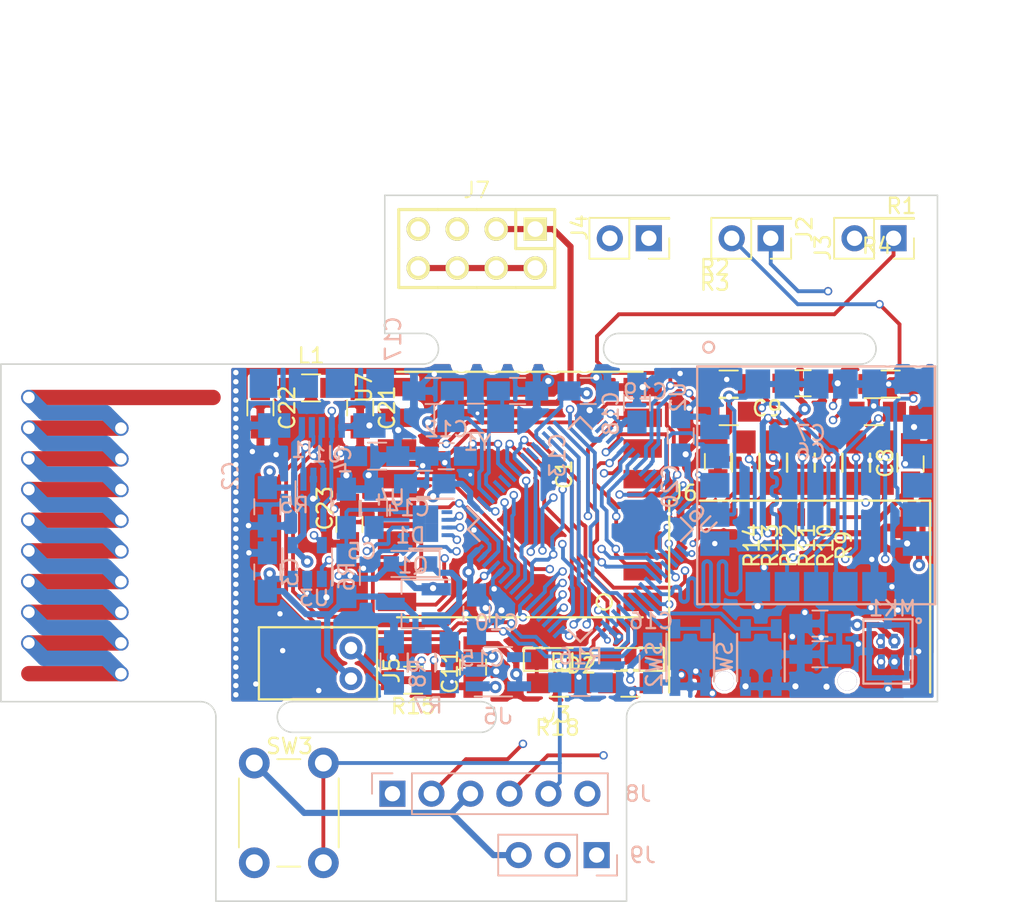
<source format=kicad_pcb>
(kicad_pcb (version 4) (host pcbnew 4.0.6)
  (layers (0 F.Cu signal) (1 Inner1 mixed) (2 Inner2 mixed) (31 B.Cu signal) (34 B.Paste user) (35 F.Paste user) (36 B.SilkS user) (37 F.SilkS user) (38 B.Mask user) (39 F.Mask user) (44 Edge.Cuts user))
  (net 0 "")
  (net 1 GND)
  (net 2 /VUSB)
  (net 3 VDD)
  (net 4 /VBAT)
  (net 5 "Net-(D2-Pad2)")
  (net 6 "Net-(D3-Pad1)")
  (net 7 "Net-(D3-Pad2)")
  (net 8 /USB_ID)
  (net 9 /Microcontroller/SD_CD)
  (net 10 /Microcontroller/SWCLK)
  (net 11 /Microcontroller/SWDIO)
  (net 12 /Microcontroller/NRST)
  (net 13 /Microcontroller/SWO)
  (net 14 /Microcontroller/DEBUG_UART_TX)
  (net 15 /Microcontroller/DEBUG_UART_RX)
  (net 16 /MIC_DATA)
  (net 17 /MIC_CLK)
  (net 18 /GPS_UART_TX)
  (net 19 /GPS_UART_RX)
  (net 20 /GPS_I2C_SCL)
  (net 21 /GPS_I2C_SDA)
  (net 22 /GPS_RESET_N)
  (net 23 /GPS_EXTINT)
  (net 24 /Microcontroller/SDMMC_D2)
  (net 25 /Microcontroller/SDMMC_D3)
  (net 26 /Microcontroller/SDMMC_CMD)
  (net 27 /Microcontroller/SDMMC_CK)
  (net 28 /Microcontroller/SDMMC_D0)
  (net 29 /Microcontroller/SDMMC_D1)
  (net 30 /PMIC_STAT)
  (net 31 /LSE_CLK)
  (net 32 /PMIC_I2C_SDA)
  (net 33 /PMIC_I2C_SCL)
  (net 34 /SX1272/NSS)
  (net 35 /Microcontroller/RADIO_SPI_SCK)
  (net 36 /SX1272/MISO)
  (net 37 /SX1272/MOSI)
  (net 38 /SX1272/DIO2)
  (net 39 /SX1272/DIO3)
  (net 40 /SX1272/DIO4)
  (net 41 /SX1272/DIO5)
  (net 42 /Microcontroller/RADIO_RESET_N)
  (net 43 /SX1272/DIO0)
  (net 44 /SX1272/DIO1)
  (net 45 /USB_D-)
  (net 46 /USB_D+)
  (net 47 /SD_D2)
  (net 48 /SD_D3)
  (net 49 /SD_CMD)
  (net 50 /SD_CK)
  (net 51 /SD_D0)
  (net 52 /SD_D1)
  (net 53 /Microcontroller/SWITCH_1)
  (net 54 /Microcontroller/SWITCH_2)
  (net 55 /GPS_TIMEPULSE)
  (net 56 "Net-(C5-Pad1)")
  (net 57 "Net-(J5-Pad2)")
  (net 58 "Net-(R1-Pad2)")
  (net 59 "Net-(R2-Pad2)")
  (net 60 "Net-(R3-Pad2)")
  (net 61 "Net-(R4-Pad2)")
  (net 62 /SX1272/ANTENNA)
  (net 63 "Net-(D2-Pad1)")
  (net 64 "Net-(R5-Pad2)")
  (net 65 "Net-(C4-Pad1)")
  (net 66 /VIN)
  (net 67 "Net-(C13-Pad1)")
  (net 68 "Net-(C17-Pad1)")
  (net 69 "Net-(C21-Pad1)")
  (module tracking_device:mouse_bite (layer F.Cu) (at 159.75 37.6)
    (fp_text reference REF** hide)
    (fp_text value mouse_bite hide)
    (pad "" np_thru_hole circle (at 0 0 90) (size 1 1) (drill 1) (layers *.Cu *.Mask))
  )
  (module tracking_device:mouse_bite (layer F.Cu) (at 157.75 37.6)
    (fp_text reference REF** hide)
    (fp_text value mouse_bite hide)
    (pad "" np_thru_hole circle (at 0 0 90) (size 1 1) (drill 1) (layers *.Cu *.Mask))
  )
  (module tracking_device:VIA_0.35mm_0.55mm (layer F.Cu) (at 130.57 45.21)
    (fp_text reference "" hide)
    (fp_text value "" hide)
    (pad 1 thru_hole circle (at 0 0) (size 0.45 0.45) (drill 0.25) (layers *.Cu) (net 1 GND))
  )
  (module tracking_device:VIA_0.35mm_0.55mm (layer F.Cu) (at 131.04 41.21)
    (fp_text reference "" hide)
    (fp_text value "" hide)
    (pad 1 thru_hole circle (at 0 0) (size 0.45 0.45) (drill 0.25) (layers *.Cu) (net 1 GND))
  )
  (module tracking_device:VIA_0.35mm_0.55mm (layer F.Cu) (at 144.24 38.61)
    (fp_text reference "" hide)
    (fp_text value "" hide)
    (pad 1 thru_hole circle (at 0 0) (size 0.55 0.55) (drill 0.35) (layers *.Cu) (net 1 GND))
  )
  (module tracking_device:VIA_0.35mm_0.55mm (layer F.Cu) (at 156.6 44.275)
    (fp_text reference "" hide)
    (fp_text value "" hide)
    (pad 1 thru_hole circle (at 0 0) (size 0.55 0.55) (drill 0.35) (layers *.Cu) (net 1 GND))
  )
  (module tracking_device:VIA_0.35mm_0.55mm (layer F.Cu) (at 153.025 44.275)
    (fp_text reference "" hide)
    (fp_text value "" hide)
    (pad 1 thru_hole circle (at 0 0) (size 0.55 0.55) (drill 0.35) (layers *.Cu) (net 1 GND))
  )
  (module tracking_device:VIA_0.35mm_0.55mm (layer F.Cu) (at 128.225 38.65)
    (fp_text reference "" hide)
    (fp_text value "" hide)
    (pad 1 thru_hole circle (at 0 0) (size 0.55 0.55) (drill 0.35) (layers *.Cu) (net 1 GND))
  )
  (module tracking_device:VIA_0.35mm_0.55mm (layer F.Cu) (at 116.375 43.7)
    (fp_text reference "" hide)
    (fp_text value "" hide)
    (pad 1 thru_hole circle (at 0 0) (size 0.55 0.55) (drill 0.35) (layers *.Cu) (net 1 GND))
  )
  (module tracking_device:VIA_0.35mm_0.55mm (layer F.Cu) (at 117.925 43.9)
    (fp_text reference "" hide)
    (fp_text value "" hide)
    (pad 1 thru_hole circle (at 0 0) (size 0.55 0.55) (drill 0.35) (layers *.Cu) (net 1 GND))
  )
  (module tracking_device:VIA_0.35mm_0.55mm (layer F.Cu) (at 116.125 48.525)
    (fp_text reference "" hide)
    (fp_text value "" hide)
    (pad 1 thru_hole circle (at 0 0) (size 0.55 0.55) (drill 0.35) (layers *.Cu) (net 1 GND))
  )
  (module tracking_device:VIA_0.35mm_0.55mm (layer F.Cu) (at 116.15 50.3)
    (fp_text reference "" hide)
    (fp_text value "" hide)
    (pad 1 thru_hole circle (at 0 0) (size 0.55 0.55) (drill 0.35) (layers *.Cu) (net 1 GND))
  )
  (module tracking_device:VIA_0.35mm_0.55mm (layer F.Cu) (at 118.175 54.275)
    (fp_text reference "" hide)
    (fp_text value "" hide)
    (pad 1 thru_hole circle (at 0 0) (size 0.55 0.55) (drill 0.35) (layers *.Cu) (net 1 GND))
  )
  (module tracking_device:VIA_0.35mm_0.55mm (layer F.Cu) (at 116.6 58.85)
    (fp_text reference "" hide)
    (fp_text value "" hide)
    (pad 1 thru_hole circle (at 0 0) (size 0.55 0.55) (drill 0.35) (layers *.Cu) (net 1 GND))
  )
  (module tracking_device:VIA_0.35mm_0.55mm (layer F.Cu) (at 118.35 56.675)
    (fp_text reference "" hide)
    (fp_text value "" hide)
    (pad 1 thru_hole circle (at 0 0) (size 0.55 0.55) (drill 0.35) (layers *.Cu) (net 1 GND))
  )
  (module tracking_device:VIA_0.35mm_0.55mm (layer F.Cu) (at 120.7 59.275)
    (fp_text reference "" hide)
    (fp_text value "" hide)
    (pad 1 thru_hole circle (at 0 0) (size 0.55 0.55) (drill 0.35) (layers *.Cu) (net 1 GND))
  )
  (module tracking_device:VIA_0.35mm_0.55mm (layer F.Cu) (at 115.3 59.55)
    (fp_text reference "" hide)
    (fp_text value "" hide)
    (pad 1 thru_hole circle (at 0 0) (size 0.55 0.55) (drill 0.35) (layers *.Cu) (net 1 GND))
  )
  (module tracking_device:VIA_0.35mm_0.55mm (layer F.Cu) (at 115.3 58.95)
    (fp_text reference "" hide)
    (fp_text value "" hide)
    (pad 1 thru_hole circle (at 0 0) (size 0.55 0.55) (drill 0.35) (layers *.Cu) (net 1 GND))
  )
  (module tracking_device:VIA_0.35mm_0.55mm (layer F.Cu) (at 115.3 58.35)
    (fp_text reference "" hide)
    (fp_text value "" hide)
    (pad 1 thru_hole circle (at 0 0) (size 0.55 0.55) (drill 0.35) (layers *.Cu) (net 1 GND))
  )
  (module tracking_device:VIA_0.35mm_0.55mm (layer F.Cu) (at 115.3 57.75)
    (fp_text reference "" hide)
    (fp_text value "" hide)
    (pad 1 thru_hole circle (at 0 0) (size 0.55 0.55) (drill 0.35) (layers *.Cu) (net 1 GND))
  )
  (module tracking_device:VIA_0.35mm_0.55mm (layer F.Cu) (at 115.3 57.15)
    (fp_text reference "" hide)
    (fp_text value "" hide)
    (pad 1 thru_hole circle (at 0 0) (size 0.55 0.55) (drill 0.35) (layers *.Cu) (net 1 GND))
  )
  (module tracking_device:VIA_0.35mm_0.55mm (layer F.Cu) (at 115.3 56.55)
    (fp_text reference "" hide)
    (fp_text value "" hide)
    (pad 1 thru_hole circle (at 0 0) (size 0.55 0.55) (drill 0.35) (layers *.Cu) (net 1 GND))
  )
  (module tracking_device:VIA_0.35mm_0.55mm (layer F.Cu) (at 115.3 55.95)
    (fp_text reference "" hide)
    (fp_text value "" hide)
    (pad 1 thru_hole circle (at 0 0) (size 0.55 0.55) (drill 0.35) (layers *.Cu) (net 1 GND))
  )
  (module tracking_device:VIA_0.35mm_0.55mm (layer F.Cu) (at 115.3 55.35)
    (fp_text reference "" hide)
    (fp_text value "" hide)
    (pad 1 thru_hole circle (at 0 0) (size 0.55 0.55) (drill 0.35) (layers *.Cu) (net 1 GND))
  )
  (module tracking_device:VIA_0.35mm_0.55mm (layer F.Cu) (at 115.3 54.75)
    (fp_text reference "" hide)
    (fp_text value "" hide)
    (pad 1 thru_hole circle (at 0 0) (size 0.55 0.55) (drill 0.35) (layers *.Cu) (net 1 GND))
  )
  (module tracking_device:VIA_0.35mm_0.55mm (layer F.Cu) (at 115.3 54.15)
    (fp_text reference "" hide)
    (fp_text value "" hide)
    (pad 1 thru_hole circle (at 0 0) (size 0.55 0.55) (drill 0.35) (layers *.Cu) (net 1 GND))
  )
  (module tracking_device:VIA_0.35mm_0.55mm (layer F.Cu) (at 115.3 53.55)
    (fp_text reference "" hide)
    (fp_text value "" hide)
    (pad 1 thru_hole circle (at 0 0) (size 0.55 0.55) (drill 0.35) (layers *.Cu) (net 1 GND))
  )
  (module tracking_device:VIA_0.35mm_0.55mm (layer F.Cu) (at 115.3 52.95)
    (fp_text reference "" hide)
    (fp_text value "" hide)
    (pad 1 thru_hole circle (at 0 0) (size 0.55 0.55) (drill 0.35) (layers *.Cu) (net 1 GND))
  )
  (module tracking_device:VIA_0.35mm_0.55mm (layer F.Cu) (at 115.3 52.35)
    (fp_text reference "" hide)
    (fp_text value "" hide)
    (pad 1 thru_hole circle (at 0 0) (size 0.55 0.55) (drill 0.35) (layers *.Cu) (net 1 GND))
  )
  (module tracking_device:VIA_0.35mm_0.55mm (layer F.Cu) (at 115.3 51.75)
    (fp_text reference "" hide)
    (fp_text value "" hide)
    (pad 1 thru_hole circle (at 0 0) (size 0.55 0.55) (drill 0.35) (layers *.Cu) (net 1 GND))
  )
  (module tracking_device:VIA_0.35mm_0.55mm (layer F.Cu) (at 115.3 51.15)
    (fp_text reference "" hide)
    (fp_text value "" hide)
    (pad 1 thru_hole circle (at 0 0) (size 0.55 0.55) (drill 0.35) (layers *.Cu) (net 1 GND))
  )
  (module tracking_device:VIA_0.35mm_0.55mm (layer F.Cu) (at 115.3 50.55)
    (fp_text reference "" hide)
    (fp_text value "" hide)
    (pad 1 thru_hole circle (at 0 0) (size 0.55 0.55) (drill 0.35) (layers *.Cu) (net 1 GND))
  )
  (module tracking_device:VIA_0.35mm_0.55mm (layer F.Cu) (at 115.3 49.95)
    (fp_text reference "" hide)
    (fp_text value "" hide)
    (pad 1 thru_hole circle (at 0 0) (size 0.55 0.55) (drill 0.35) (layers *.Cu) (net 1 GND))
  )
  (module tracking_device:VIA_0.35mm_0.55mm (layer F.Cu) (at 115.3 49.35)
    (fp_text reference "" hide)
    (fp_text value "" hide)
    (pad 1 thru_hole circle (at 0 0) (size 0.55 0.55) (drill 0.35) (layers *.Cu) (net 1 GND))
  )
  (module tracking_device:VIA_0.35mm_0.55mm (layer F.Cu) (at 115.3 48.75)
    (fp_text reference "" hide)
    (fp_text value "" hide)
    (pad 1 thru_hole circle (at 0 0) (size 0.55 0.55) (drill 0.35) (layers *.Cu) (net 1 GND))
  )
  (module tracking_device:VIA_0.35mm_0.55mm (layer F.Cu) (at 115.3 48.15)
    (fp_text reference "" hide)
    (fp_text value "" hide)
    (pad 1 thru_hole circle (at 0 0) (size 0.55 0.55) (drill 0.35) (layers *.Cu) (net 1 GND))
  )
  (module tracking_device:VIA_0.35mm_0.55mm (layer F.Cu) (at 115.3 47.55)
    (fp_text reference "" hide)
    (fp_text value "" hide)
    (pad 1 thru_hole circle (at 0 0) (size 0.55 0.55) (drill 0.35) (layers *.Cu) (net 1 GND))
  )
  (module tracking_device:VIA_0.35mm_0.55mm (layer F.Cu) (at 115.3 46.95)
    (fp_text reference "" hide)
    (fp_text value "" hide)
    (pad 1 thru_hole circle (at 0 0) (size 0.55 0.55) (drill 0.35) (layers *.Cu) (net 1 GND))
  )
  (module tracking_device:VIA_0.35mm_0.55mm (layer F.Cu) (at 115.3 46.35)
    (fp_text reference "" hide)
    (fp_text value "" hide)
    (pad 1 thru_hole circle (at 0 0) (size 0.55 0.55) (drill 0.35) (layers *.Cu) (net 1 GND))
  )
  (module tracking_device:VIA_0.35mm_0.55mm (layer F.Cu) (at 115.3 45.75)
    (fp_text reference "" hide)
    (fp_text value "" hide)
    (pad 1 thru_hole circle (at 0 0) (size 0.55 0.55) (drill 0.35) (layers *.Cu) (net 1 GND))
  )
  (module tracking_device:VIA_0.35mm_0.55mm (layer F.Cu) (at 115.3 45.15)
    (fp_text reference "" hide)
    (fp_text value "" hide)
    (pad 1 thru_hole circle (at 0 0) (size 0.55 0.55) (drill 0.35) (layers *.Cu) (net 1 GND))
  )
  (module tracking_device:VIA_0.35mm_0.55mm (layer F.Cu) (at 115.3 44.55)
    (fp_text reference "" hide)
    (fp_text value "" hide)
    (pad 1 thru_hole circle (at 0 0) (size 0.55 0.55) (drill 0.35) (layers *.Cu) (net 1 GND))
  )
  (module tracking_device:VIA_0.35mm_0.55mm (layer F.Cu) (at 115.3 43.95)
    (fp_text reference "" hide)
    (fp_text value "" hide)
    (pad 1 thru_hole circle (at 0 0) (size 0.55 0.55) (drill 0.35) (layers *.Cu) (net 1 GND))
  )
  (module tracking_device:VIA_0.35mm_0.55mm (layer F.Cu) (at 115.3 43.35)
    (fp_text reference "" hide)
    (fp_text value "" hide)
    (pad 1 thru_hole circle (at 0 0) (size 0.55 0.55) (drill 0.35) (layers *.Cu) (net 1 GND))
  )
  (module tracking_device:VIA_0.35mm_0.55mm (layer F.Cu) (at 115.3 42.75)
    (fp_text reference "" hide)
    (fp_text value "" hide)
    (pad 1 thru_hole circle (at 0 0) (size 0.55 0.55) (drill 0.35) (layers *.Cu) (net 1 GND))
  )
  (module tracking_device:VIA_0.35mm_0.55mm (layer F.Cu) (at 115.3 42.15)
    (fp_text reference "" hide)
    (fp_text value "" hide)
    (pad 1 thru_hole circle (at 0 0) (size 0.55 0.55) (drill 0.35) (layers *.Cu) (net 1 GND))
  )
  (module tracking_device:VIA_0.35mm_0.55mm (layer F.Cu) (at 115.3 41.55)
    (fp_text reference "" hide)
    (fp_text value "" hide)
    (pad 1 thru_hole circle (at 0 0) (size 0.55 0.55) (drill 0.35) (layers *.Cu) (net 1 GND))
  )
  (module tracking_device:VIA_0.35mm_0.55mm (layer F.Cu) (at 115.3 40.95)
    (fp_text reference "" hide)
    (fp_text value "" hide)
    (pad 1 thru_hole circle (at 0 0) (size 0.55 0.55) (drill 0.35) (layers *.Cu) (net 1 GND))
  )
  (module tracking_device:VIA_0.35mm_0.55mm (layer F.Cu) (at 115.3 40.35)
    (fp_text reference "" hide)
    (fp_text value "" hide)
    (pad 1 thru_hole circle (at 0 0) (size 0.55 0.55) (drill 0.35) (layers *.Cu) (net 1 GND))
  )
  (module tracking_device:VIA_0.35mm_0.55mm (layer F.Cu) (at 115.3 39.75)
    (fp_text reference "" hide)
    (fp_text value "" hide)
    (pad 1 thru_hole circle (at 0 0) (size 0.55 0.55) (drill 0.35) (layers *.Cu) (net 1 GND))
  )
  (module tracking_device:VIA_0.35mm_0.55mm (layer F.Cu) (at 115.3 39.15)
    (fp_text reference "" hide)
    (fp_text value "" hide)
    (pad 1 thru_hole circle (at 0 0) (size 0.55 0.55) (drill 0.35) (layers *.Cu) (net 1 GND))
  )
  (module tracking_device:mouse_bite (layer F.Cu) (at 138 38)
    (fp_text reference REF** hide)
    (fp_text value mouse_bite hide)
    (pad "" np_thru_hole circle (at 0 0 90) (size 1 1) (drill 1) (layers *.Cu *.Mask))
  )
  (module tracking_device:mouse_bite (layer F.Cu) (at 136 38)
    (fp_text reference REF** hide)
    (fp_text value mouse_bite hide)
    (pad "" np_thru_hole circle (at 0 0 90) (size 1 1) (drill 1) (layers *.Cu *.Mask))
  )
  (module tracking_device:mouse_bite (layer F.Cu) (at 134 38)
    (fp_text reference REF** hide)
    (fp_text value mouse_bite hide)
    (pad "" np_thru_hole circle (at 0 0 90) (size 1 1) (drill 1) (layers *.Cu *.Mask))
  )
  (module tracking_device:mouse_bite (layer F.Cu) (at 132 38)
    (fp_text reference REF** hide)
    (fp_text value mouse_bite hide)
    (pad "" np_thru_hole circle (at 0 0 90) (size 1 1) (drill 1) (layers *.Cu *.Mask))
  )
  (module tracking_device:mouse_bite (layer F.Cu) (at 130 38)
    (fp_text reference REF** hide)
    (fp_text value mouse_bite hide)
    (pad "" np_thru_hole circle (at 0 0 90) (size 1 1) (drill 1) (layers *.Cu *.Mask))
  )
  (module tracking_device:mouse_bite (layer F.Cu) (at 133.5 60.5)
    (fp_text reference REF** hide)
    (fp_text value mouse_bite hide)
    (pad "" np_thru_hole circle (at 0 0 90) (size 1 1) (drill 1) (layers *.Cu *.Mask))
  )
  (module tracking_device:mouse_bite (layer F.Cu) (at 135.5 60.5)
    (fp_text reference REF** hide)
    (fp_text value mouse_bite hide)
    (pad "" np_thru_hole circle (at 0 0 90) (size 1 1) (drill 1) (layers *.Cu *.Mask))
  )
  (module tracking_device:mouse_bite (layer F.Cu) (at 137.5 60.5)
    (fp_text reference REF** hide)
    (fp_text value mouse_bite hide)
    (pad "" np_thru_hole circle (at 0 0 90) (size 1 1) (drill 1) (layers *.Cu *.Mask))
  )
  (module tracking_device:PH-2AWD (layer F.Cu) (at 122.8 57.5 90)
    (fp_text reference J5 (at -0.45 2.65 90) (layer F.SilkS))
    (fp_text value JST-PH)
    (pad 1 thru_hole circle (at -1 0 90) (size 1.5 1.5) (drill 0.8) (layers *.Cu *.Mask) (net 4 /VBAT))
    (pad 2 thru_hole circle (at 1 0 90) (size 1.5 1.5) (drill 0.8) (layers *.Cu *.Mask) (net 57 "Net-(J5-Pad2)"))
  )
  (module Resistors_SMD:R_0805_HandSoldering (layer F.Cu) (at 147.4 39.3)
    (fp_text reference R2 (at -0.9 -7.6) (layer F.SilkS))
    (fp_text value 20)
    (pad 1 smd rect (at -1.35 0) (size 1.5 1.3) (layers F.Cu F.Paste F.Mask) (net 19 /GPS_UART_RX))
    (pad 2 smd rect (at 1.35 0) (size 1.5 1.3) (layers F.Cu F.Paste F.Mask) (net 59 "Net-(R2-Pad2)"))
  )
  (module Resistors_SMD:R_0805_HandSoldering (layer B.Cu) (at 124.5 44 180)
    (fp_text reference R5 (at 5.4 -3.2 180) (layer B.SilkS) (effects (justify mirror)))
    (fp_text value 12k)
    (pad 1 smd rect (at -1.35 0 180) (size 1.5 1.3) (layers B.Cu B.Paste B.Mask) (net 1 GND))
    (pad 2 smd rect (at 1.4 0 180) (size 1.5 1.3) (layers B.Cu B.Paste B.Mask) (net 64 "Net-(R5-Pad2)"))
  )
  (module TO_SOT_Packages_SMD:SOT-23-5 (layer B.Cu) (at 119.95 50.9 90)
    (fp_text reference U3 (at -2.35 0.45 360) (layer B.SilkS) (effects (justify mirror)))
    (fp_text value MCP73831)
    (pad 1 smd rect (at -1.1 0.95 90) (size 1.06 0.65) (layers B.Cu B.Paste B.Mask) (net 30 /PMIC_STAT))
    (pad 2 smd rect (at -1.1 0 90) (size 1.06 0.65) (layers B.Cu B.Paste B.Mask) (net 1 GND))
    (pad 3 smd rect (at -1.1 -0.95 90) (size 1.06 0.65) (layers B.Cu B.Paste B.Mask) (net 4 /VBAT))
    (pad 4 smd rect (at 1.1 -0.95 90) (size 1.06 0.65) (layers B.Cu B.Paste B.Mask) (net 2 /VUSB))
    (pad 5 smd rect (at 1.1 0.95 90) (size 1.06 0.65) (layers B.Cu B.Paste B.Mask) (net 64 "Net-(R5-Pad2)"))
  )
  (module TO_SOT_Packages_SMD:SOT-23_Handsoldering (layer B.Cu) (at 126.85 53.625 180)
    (fp_text reference Q1 (at 0 2.5 180) (layer B.SilkS) (effects (justify mirror)))
    (fp_text value Si2343DS)
    (pad 1 smd rect (at -1.5 0.95 180) (size 1.9 0.8) (layers B.Cu B.Paste B.Mask) (net 2 /VUSB))
    (pad 2 smd rect (at -1.5 -0.95 180) (size 1.9 0.8) (layers B.Cu B.Paste B.Mask) (net 66 /VIN))
    (pad 3 smd rect (at 1.5 0 180) (size 1.9 0.8) (layers B.Cu B.Paste B.Mask) (net 4 /VBAT))
  )
  (module Housings_QFP:LQFP-64_10x10mm_Pitch0.5mm (layer B.Cu) (at 137.732159 48.771142 315)
    (fp_text reference U6 (at 5.2 -6.05 495) (layer B.SilkS) (effects (justify mirror)))
    (fp_text value STM32L476RG)
    (pad 1 smd rect (at -5.7 3.75 315) (size 1 0.25) (layers B.Cu B.Paste B.Mask) (net 3 VDD))
    (pad 2 smd rect (at -5.7 3.25 315) (size 1 0.25) (layers B.Cu B.Paste B.Mask) (net 9 /Microcontroller/SD_CD))
    (pad 3 smd rect (at -5.7 2.75 315) (size 1 0.25) (layers B.Cu B.Paste B.Mask) (net 68 "Net-(C17-Pad1)"))
    (pad 4 smd rect (at -5.7 2.25 315) (size 1 0.25) (layers B.Cu B.Paste B.Mask) (net 67 "Net-(C13-Pad1)"))
    (pad 5 smd rect (at -5.7 1.75 315) (size 1 0.25) (layers B.Cu B.Paste B.Mask))
    (pad 6 smd rect (at -5.7 1.25 315) (size 1 0.25) (layers B.Cu B.Paste B.Mask))
    (pad 7 smd rect (at -5.7 0.75 315) (size 1 0.25) (layers B.Cu B.Paste B.Mask) (net 12 /Microcontroller/NRST))
    (pad 8 smd rect (at -5.7 0.25 315) (size 1 0.25) (layers B.Cu B.Paste B.Mask) (net 7 "Net-(D3-Pad2)"))
    (pad 9 smd rect (at -5.7 -0.25 315) (size 1 0.25) (layers B.Cu B.Paste B.Mask) (net 5 "Net-(D2-Pad2)"))
    (pad 10 smd rect (at -5.7 -0.75 315) (size 1 0.25) (layers B.Cu B.Paste B.Mask) (net 17 /MIC_CLK))
    (pad 11 smd rect (at -5.7 -1.25 315) (size 1 0.25) (layers B.Cu B.Paste B.Mask))
    (pad 12 smd rect (at -5.7 -1.75 315) (size 1 0.25) (layers B.Cu B.Paste B.Mask) (net 1 GND))
    (pad 13 smd rect (at -5.7 -2.25 315) (size 1 0.25) (layers B.Cu B.Paste B.Mask) (net 3 VDD))
    (pad 14 smd rect (at -5.7 -2.75 315) (size 1 0.25) (layers B.Cu B.Paste B.Mask) (net 14 /Microcontroller/DEBUG_UART_TX))
    (pad 15 smd rect (at -5.7 -3.25 315) (size 1 0.25) (layers B.Cu B.Paste B.Mask) (net 15 /Microcontroller/DEBUG_UART_RX))
    (pad 16 smd rect (at -5.7 -3.75 315) (size 1 0.25) (layers B.Cu B.Paste B.Mask) (net 31 /LSE_CLK))
    (pad 17 smd rect (at -3.75 -5.7 225) (size 1 0.25) (layers B.Cu B.Paste B.Mask))
    (pad 18 smd rect (at -3.25 -5.7 225) (size 1 0.25) (layers B.Cu B.Paste B.Mask) (net 1 GND))
    (pad 19 smd rect (at -2.75 -5.7 225) (size 1 0.25) (layers B.Cu B.Paste B.Mask) (net 3 VDD))
    (pad 20 smd rect (at -2.25 -5.7 225) (size 1 0.25) (layers B.Cu B.Paste B.Mask) (net 34 /SX1272/NSS))
    (pad 21 smd rect (at -1.75 -5.7 225) (size 1 0.25) (layers B.Cu B.Paste B.Mask) (net 35 /Microcontroller/RADIO_SPI_SCK))
    (pad 22 smd rect (at -1.25 -5.7 225) (size 1 0.25) (layers B.Cu B.Paste B.Mask) (net 36 /SX1272/MISO))
    (pad 23 smd rect (at -0.75 -5.7 225) (size 1 0.25) (layers B.Cu B.Paste B.Mask) (net 37 /SX1272/MOSI))
    (pad 24 smd rect (at -0.25 -5.7 225) (size 1 0.25) (layers B.Cu B.Paste B.Mask) (net 19 /GPS_UART_RX))
    (pad 25 smd rect (at 0.25 -5.7 225) (size 1 0.25) (layers B.Cu B.Paste B.Mask) (net 18 /GPS_UART_TX))
    (pad 26 smd rect (at 0.75 -5.7 225) (size 1 0.25) (layers B.Cu B.Paste B.Mask))
    (pad 27 smd rect (at 1.25 -5.7 225) (size 1 0.25) (layers B.Cu B.Paste B.Mask) (net 16 /MIC_DATA))
    (pad 28 smd rect (at 1.75 -5.7 225) (size 1 0.25) (layers B.Cu B.Paste B.Mask) (net 23 /GPS_EXTINT))
    (pad 29 smd rect (at 2.25 -5.7 225) (size 1 0.25) (layers B.Cu B.Paste B.Mask) (net 38 /SX1272/DIO2))
    (pad 30 smd rect (at 2.75 -5.7 225) (size 1 0.25) (layers B.Cu B.Paste B.Mask) (net 39 /SX1272/DIO3))
    (pad 31 smd rect (at 3.25 -5.7 225) (size 1 0.25) (layers B.Cu B.Paste B.Mask) (net 1 GND))
    (pad 32 smd rect (at 3.75 -5.7 225) (size 1 0.25) (layers B.Cu B.Paste B.Mask) (net 3 VDD))
    (pad 33 smd rect (at 5.7 -3.75 315) (size 1 0.25) (layers B.Cu B.Paste B.Mask) (net 2 /VUSB))
    (pad 34 smd rect (at 5.7 -3.25 315) (size 1 0.25) (layers B.Cu B.Paste B.Mask) (net 33 /PMIC_I2C_SCL))
    (pad 35 smd rect (at 5.7 -2.75 315) (size 1 0.25) (layers B.Cu B.Paste B.Mask) (net 32 /PMIC_I2C_SDA))
    (pad 36 smd rect (at 5.7 -2.25 315) (size 1 0.25) (layers B.Cu B.Paste B.Mask) (net 55 /GPS_TIMEPULSE))
    (pad 37 smd rect (at 5.7 -1.75 315) (size 1 0.25) (layers B.Cu B.Paste B.Mask) (net 40 /SX1272/DIO4))
    (pad 38 smd rect (at 5.7 -1.25 315) (size 1 0.25) (layers B.Cu B.Paste B.Mask) (net 41 /SX1272/DIO5))
    (pad 39 smd rect (at 5.7 -0.75 315) (size 1 0.25) (layers B.Cu B.Paste B.Mask) (net 28 /Microcontroller/SDMMC_D0))
    (pad 40 smd rect (at 5.7 -0.25 315) (size 1 0.25) (layers B.Cu B.Paste B.Mask) (net 29 /Microcontroller/SDMMC_D1))
    (pad 41 smd rect (at 5.7 0.25 315) (size 1 0.25) (layers B.Cu B.Paste B.Mask) (net 53 /Microcontroller/SWITCH_1))
    (pad 42 smd rect (at 5.7 0.75 315) (size 1 0.25) (layers B.Cu B.Paste B.Mask) (net 54 /Microcontroller/SWITCH_2))
    (pad 43 smd rect (at 5.7 1.25 315) (size 1 0.25) (layers B.Cu B.Paste B.Mask) (net 8 /USB_ID))
    (pad 44 smd rect (at 5.7 1.75 315) (size 1 0.25) (layers B.Cu B.Paste B.Mask) (net 45 /USB_D-))
    (pad 45 smd rect (at 5.7 2.25 315) (size 1 0.25) (layers B.Cu B.Paste B.Mask) (net 46 /USB_D+))
    (pad 46 smd rect (at 5.7 2.75 315) (size 1 0.25) (layers B.Cu B.Paste B.Mask) (net 11 /Microcontroller/SWDIO))
    (pad 47 smd rect (at 5.7 3.25 315) (size 1 0.25) (layers B.Cu B.Paste B.Mask) (net 1 GND))
    (pad 48 smd rect (at 5.7 3.75 315) (size 1 0.25) (layers B.Cu B.Paste B.Mask) (net 3 VDD))
    (pad 49 smd rect (at 3.75 5.7 225) (size 1 0.25) (layers B.Cu B.Paste B.Mask) (net 10 /Microcontroller/SWCLK))
    (pad 50 smd rect (at 3.25 5.7 225) (size 1 0.25) (layers B.Cu B.Paste B.Mask) (net 30 /PMIC_STAT))
    (pad 51 smd rect (at 2.75 5.7 225) (size 1 0.25) (layers B.Cu B.Paste B.Mask) (net 24 /Microcontroller/SDMMC_D2))
    (pad 52 smd rect (at 2.25 5.7 225) (size 1 0.25) (layers B.Cu B.Paste B.Mask) (net 25 /Microcontroller/SDMMC_D3))
    (pad 53 smd rect (at 1.75 5.7 225) (size 1 0.25) (layers B.Cu B.Paste B.Mask) (net 27 /Microcontroller/SDMMC_CK))
    (pad 54 smd rect (at 1.25 5.7 225) (size 1 0.25) (layers B.Cu B.Paste B.Mask) (net 26 /Microcontroller/SDMMC_CMD))
    (pad 55 smd rect (at 0.75 5.7 225) (size 1 0.25) (layers B.Cu B.Paste B.Mask) (net 13 /Microcontroller/SWO))
    (pad 56 smd rect (at 0.25 5.7 225) (size 1 0.25) (layers B.Cu B.Paste B.Mask) (net 22 /GPS_RESET_N))
    (pad 57 smd rect (at -0.25 5.7 225) (size 1 0.25) (layers B.Cu B.Paste B.Mask) (net 42 /Microcontroller/RADIO_RESET_N))
    (pad 58 smd rect (at -0.75 5.7 225) (size 1 0.25) (layers B.Cu B.Paste B.Mask) (net 20 /GPS_I2C_SCL))
    (pad 59 smd rect (at -1.25 5.7 225) (size 1 0.25) (layers B.Cu B.Paste B.Mask) (net 21 /GPS_I2C_SDA))
    (pad 60 smd rect (at -1.75 5.7 225) (size 1 0.25) (layers B.Cu B.Paste B.Mask) (net 1 GND))
    (pad 61 smd rect (at -2.25 5.7 225) (size 1 0.25) (layers B.Cu B.Paste B.Mask) (net 43 /SX1272/DIO0))
    (pad 62 smd rect (at -2.75 5.7 225) (size 1 0.25) (layers B.Cu B.Paste B.Mask) (net 44 /SX1272/DIO1))
    (pad 63 smd rect (at -3.25 5.7 225) (size 1 0.25) (layers B.Cu B.Paste B.Mask) (net 1 GND))
    (pad 64 smd rect (at -3.75 5.7 225) (size 1 0.25) (layers B.Cu B.Paste B.Mask) (net 3 VDD))
  )
  (module Capacitors_SMD:C_0805_HandSoldering (layer B.Cu) (at 142.45 57.5 270)
    (fp_text reference C16 (at -2.75 0.1 540) (layer B.SilkS) (effects (justify mirror)))
    (fp_text value 100n)
    (pad 1 smd rect (at -1.25 0 270) (size 1.5 1.25) (layers B.Cu B.Paste B.Mask) (net 3 VDD))
    (pad 2 smd rect (at 1.25 0 270) (size 1.5 1.25) (layers B.Cu B.Paste B.Mask) (net 1 GND))
  )
  (module Resistors_SMD:R_0805_HandSoldering (layer F.Cu) (at 153.906364 44.42422 90)
    (fp_text reference R11 (at -5.4 -1.4 90) (layer F.SilkS))
    (fp_text value 33)
    (pad 1 smd rect (at -1.35 0 90) (size 1.5 1.3) (layers F.Cu F.Paste F.Mask) (net 49 /SD_CMD))
    (pad 2 smd rect (at 1.35 0 90) (size 1.5 1.3) (layers F.Cu F.Paste F.Mask) (net 26 /Microcontroller/SDMMC_CMD))
  )
  (module tracking_device:RFM95W (layer F.Cu) (at 133.8 46.5 180)
    (fp_text reference U7 (at 10.15 6.95 270) (layer F.SilkS))
    (fp_text value RFM95W)
    (pad 1 smd rect (at -8 -7 180) (size 2.5 1.2) (layers F.Cu F.Paste F.Mask) (net 1 GND))
    (pad 2 smd rect (at -8 -5 180) (size 2.5 1.2) (layers F.Cu F.Paste F.Mask) (net 36 /SX1272/MISO))
    (pad 3 smd rect (at -8 -3 180) (size 2.5 1.2) (layers F.Cu F.Paste F.Mask) (net 37 /SX1272/MOSI))
    (pad 4 smd rect (at -8 -1 180) (size 2.5 1.2) (layers F.Cu F.Paste F.Mask) (net 35 /Microcontroller/RADIO_SPI_SCK))
    (pad 5 smd rect (at -8 1 180) (size 2.5 1.2) (layers F.Cu F.Paste F.Mask) (net 34 /SX1272/NSS))
    (pad 6 smd rect (at -8 3 180) (size 2.5 1.2) (layers F.Cu F.Paste F.Mask) (net 42 /Microcontroller/RADIO_RESET_N))
    (pad 7 smd rect (at -8 5 180) (size 2.5 1.2) (layers F.Cu F.Paste F.Mask) (net 41 /SX1272/DIO5))
    (pad 8 smd rect (at -8 7 180) (size 2.5 1.2) (layers F.Cu F.Paste F.Mask) (net 1 GND))
    (pad 9 smd rect (at 8 7 180) (size 2.5 1.2) (layers F.Cu F.Paste F.Mask) (net 69 "Net-(C21-Pad1)"))
    (pad 10 smd rect (at 8 5 180) (size 2.5 1.2) (layers F.Cu F.Paste F.Mask) (net 1 GND))
    (pad 11 smd rect (at 8 3 180) (size 2.5 1.2) (layers F.Cu F.Paste F.Mask) (net 39 /SX1272/DIO3))
    (pad 12 smd rect (at 8 1 180) (size 2.5 1.2) (layers F.Cu F.Paste F.Mask) (net 40 /SX1272/DIO4))
    (pad 13 smd rect (at 8 -1 180) (size 2.5 1.2) (layers F.Cu F.Paste F.Mask) (net 3 VDD))
    (pad 14 smd rect (at 8 -3 180) (size 2.5 1.2) (layers F.Cu F.Paste F.Mask) (net 43 /SX1272/DIO0))
    (pad 15 smd rect (at 8 -5 180) (size 2.5 1.2) (layers F.Cu F.Paste F.Mask) (net 44 /SX1272/DIO1))
    (pad 16 smd rect (at 8 -7 180) (size 2.5 1.2) (layers F.Cu F.Paste F.Mask) (net 38 /SX1272/DIO2))
  )
  (module tracking_device:Pin_Header_Straight_1x06_Pitch2.54mm (layer B.Cu) (at 125.5 66 270)
    (fp_text reference J8 (at 0 -16 360) (layer B.SilkS) (effects (justify mirror)))
    (fp_text value CONN_01X06)
    (pad 1 thru_hole rect (at 0 0 270) (size 1.7 1.7) (drill 1) (layers *.Cu *.Mask) (net 3 VDD))
    (pad 2 thru_hole oval (at 0 -2.54 270) (size 1.7 1.7) (drill 1) (layers *.Cu *.Mask) (net 10 /Microcontroller/SWCLK))
    (pad 3 thru_hole oval (at 0 -5.08 270) (size 1.7 1.7) (drill 1) (layers *.Cu *.Mask) (net 1 GND))
    (pad 4 thru_hole oval (at 0 -7.62 270) (size 1.7 1.7) (drill 1) (layers *.Cu *.Mask) (net 11 /Microcontroller/SWDIO))
    (pad 5 thru_hole oval (at 0 -10.16 270) (size 1.7 1.7) (drill 1) (layers *.Cu *.Mask) (net 12 /Microcontroller/NRST))
    (pad 6 thru_hole oval (at 0 -12.7 270) (size 1.7 1.7) (drill 1) (layers *.Cu *.Mask) (net 13 /Microcontroller/SWO))
  )
  (module Resistors_SMD:R_0805_HandSoldering (layer F.Cu) (at 136.35 58.8)
    (fp_text reference R18 (at -0.1 2.9) (layer F.SilkS))
    (fp_text value 220)
    (pad 1 smd rect (at -1.35 0) (size 1.5 1.3) (layers F.Cu F.Paste F.Mask) (net 6 "Net-(D3-Pad1)"))
    (pad 2 smd rect (at 1.35 0) (size 1.5 1.3) (layers F.Cu F.Paste F.Mask) (net 1 GND))
  )
  (module Resistors_SMD:R_0805_HandSoldering (layer F.Cu) (at 141 58.8 180)
    (fp_text reference R17 (at 3.8 1.4 180) (layer F.SilkS))
    (fp_text value 220)
    (pad 1 smd rect (at -1.35 0 180) (size 1.5 1.3) (layers F.Cu F.Paste F.Mask) (net 63 "Net-(D2-Pad1)"))
    (pad 2 smd rect (at 1.35 0 180) (size 1.5 1.3) (layers F.Cu F.Paste F.Mask) (net 1 GND))
  )
  (module LEDs:LED_0805_HandSoldering (layer F.Cu) (at 141 57.25 180)
    (fp_text reference D2 (at 3.2 -0.4 180) (layer F.SilkS))
    (fp_text value LED)
    (pad 1 smd rect (at -1.35 0 180) (size 1.5 1.3) (layers F.Cu F.Paste F.Mask) (net 63 "Net-(D2-Pad1)"))
    (pad 2 smd rect (at 1.35 0 180) (size 1.5 1.3) (layers F.Cu F.Paste F.Mask) (net 5 "Net-(D2-Pad2)"))
  )
  (module LEDs:LED_0805_HandSoldering (layer F.Cu) (at 136.25 57.25)
    (fp_text reference D3 (at -0.1 3.6) (layer F.SilkS))
    (fp_text value LED)
    (pad 1 smd rect (at -1.35 0) (size 1.5 1.3) (layers F.Cu F.Paste F.Mask) (net 6 "Net-(D3-Pad1)"))
    (pad 2 smd rect (at 1.35 0) (size 1.5 1.3) (layers F.Cu F.Paste F.Mask) (net 7 "Net-(D3-Pad2)"))
  )
  (module Capacitors_SMD:C_0805_HandSoldering (layer B.Cu) (at 117.35 47.3 270)
    (fp_text reference C2 (at -2 2.4 450) (layer B.SilkS) (effects (justify mirror)))
    (fp_text value 4.7u)
    (pad 1 smd rect (at -1.25 0 270) (size 1.5 1.25) (layers B.Cu B.Paste B.Mask) (net 2 /VUSB))
    (pad 2 smd rect (at 1.25 0 270) (size 1.5 1.25) (layers B.Cu B.Paste B.Mask) (net 1 GND))
  )
  (module Capacitors_SMD:C_0805_HandSoldering (layer F.Cu) (at 130.75 57.75 270)
    (fp_text reference C11 (at 0.3 1.5 270) (layer F.SilkS))
    (fp_text value 4.7u)
    (pad 1 smd rect (at -1.25 0 270) (size 1.5 1.25) (layers F.Cu F.Paste F.Mask) (net 3 VDD))
    (pad 2 smd rect (at 1.25 0 270) (size 1.5 1.25) (layers F.Cu F.Paste F.Mask) (net 1 GND))
  )
  (module Capacitors_SMD:C_0805_HandSoldering (layer B.Cu) (at 117.35 51.55 90)
    (fp_text reference C3 (at 0 1.5 90) (layer B.SilkS) (effects (justify mirror)))
    (fp_text value 4.7u)
    (pad 1 smd rect (at -1.25 0 90) (size 1.5 1.25) (layers B.Cu B.Paste B.Mask) (net 4 /VBAT))
    (pad 2 smd rect (at 1.25 0 90) (size 1.5 1.25) (layers B.Cu B.Paste B.Mask) (net 1 GND))
  )
  (module Capacitors_SMD:C_0805_HandSoldering (layer F.Cu) (at 146.7 44.35 270)
    (fp_text reference C1 (at 0.85 10.01 270) (layer F.SilkS))
    (fp_text value 100n)
    (pad 1 smd rect (at -1.25 0 270) (size 1.5 1.25) (layers F.Cu F.Paste F.Mask) (net 3 VDD))
    (pad 2 smd rect (at 1.25 0 270) (size 1.5 1.25) (layers F.Cu F.Paste F.Mask) (net 1 GND))
  )
  (module Capacitors_SMD:C_0805_HandSoldering (layer B.Cu) (at 122.5 47.4 90)
    (fp_text reference C4 (at 3.1 -0.2 90) (layer B.SilkS) (effects (justify mirror)))
    (fp_text value DNI)
    (pad 1 smd rect (at -1.25 0 90) (size 1.5 1.25) (layers B.Cu B.Paste B.Mask) (net 65 "Net-(C4-Pad1)"))
    (pad 2 smd rect (at 1.25 0 90) (size 1.5 1.25) (layers B.Cu B.Paste B.Mask) (net 1 GND))
  )
  (module Capacitors_SMD:C_0805_HandSoldering (layer B.Cu) (at 153.35 56.911126 180)
    (fp_text reference C6 (at 0.6 13.2 180) (layer B.SilkS) (effects (justify mirror)))
    (fp_text value 10u)
    (pad 1 smd rect (at -1.25 0 180) (size 1.5 1.25) (layers B.Cu B.Paste B.Mask) (net 3 VDD))
    (pad 2 smd rect (at 1.25 0 180) (size 1.5 1.25) (layers B.Cu B.Paste B.Mask) (net 1 GND))
  )
  (module Capacitors_SMD:C_0805_HandSoldering (layer B.Cu) (at 124.3 47.4 90)
    (fp_text reference C5 (at -2.8 -0.8 180) (layer B.SilkS) (effects (justify mirror)))
    (fp_text value 1u)
    (pad 1 smd rect (at -1.25 0 90) (size 1.5 1.25) (layers B.Cu B.Paste B.Mask) (net 56 "Net-(C5-Pad1)"))
    (pad 2 smd rect (at 1.25 0 90) (size 1.5 1.25) (layers B.Cu B.Paste B.Mask) (net 1 GND))
  )
  (module Capacitors_SMD:C_0805_HandSoldering (layer B.Cu) (at 153.35 54.911126 180)
    (fp_text reference C7 (at 0.6 12.4 180) (layer B.SilkS) (effects (justify mirror)))
    (fp_text value 100n)
    (pad 1 smd rect (at -1.25 0 180) (size 1.5 1.25) (layers B.Cu B.Paste B.Mask) (net 3 VDD))
    (pad 2 smd rect (at 1.25 0 180) (size 1.5 1.25) (layers B.Cu B.Paste B.Mask) (net 1 GND))
  )
  (module Capacitors_SMD:C_0805_HandSoldering (layer F.Cu) (at 159.25 44.5 90)
    (fp_text reference C8 (at 0.05 -1.65 90) (layer F.SilkS))
    (fp_text value 4.7u)
    (pad 1 smd rect (at -1.25 0 90) (size 1.5 1.25) (layers F.Cu F.Paste F.Mask) (net 3 VDD))
    (pad 2 smd rect (at 1.25 0 90) (size 1.5 1.25) (layers F.Cu F.Paste F.Mask) (net 1 GND))
  )
  (module Capacitors_SMD:C_0805_HandSoldering (layer F.Cu) (at 152.25 39.25)
    (fp_text reference C9 (at -2.35 1.65) (layer F.SilkS))
    (fp_text value 100n)
    (pad 1 smd rect (at -1.25 0) (size 1.5 1.25) (layers F.Cu F.Paste F.Mask) (net 3 VDD))
    (pad 2 smd rect (at 1.25 0) (size 1.5 1.25) (layers F.Cu F.Paste F.Mask) (net 1 GND))
  )
  (module Capacitors_SMD:C_0805_HandSoldering (layer B.Cu) (at 133.65 39.75)
    (fp_text reference C13 (at 2.6 4.2 270) (layer B.SilkS) (effects (justify mirror)))
    (fp_text value 6p)
    (pad 1 smd rect (at -1.25 0) (size 1.5 1.25) (layers B.Cu B.Paste B.Mask) (net 67 "Net-(C13-Pad1)"))
    (pad 2 smd rect (at 1.25 0) (size 1.5 1.25) (layers B.Cu B.Paste B.Mask) (net 1 GND))
  )
  (module Capacitors_SMD:C_0805_HandSoldering (layer B.Cu) (at 127.6 45.8 180)
    (fp_text reference C14 (at 1.1 -1.6 180) (layer B.SilkS) (effects (justify mirror)))
    (fp_text value 100n)
    (pad 1 smd rect (at -1.25 0 180) (size 1.5 1.25) (layers B.Cu B.Paste B.Mask) (net 3 VDD))
    (pad 2 smd rect (at 1.25 0 180) (size 1.5 1.25) (layers B.Cu B.Paste B.Mask) (net 1 GND))
  )
  (module Capacitors_SMD:C_0805_HandSoldering (layer B.Cu) (at 130.975 54.3 270)
    (fp_text reference C15 (at 2.9 -0.4 540) (layer B.SilkS) (effects (justify mirror)))
    (fp_text value 100n)
    (pad 1 smd rect (at -1.25 0 270) (size 1.5 1.25) (layers B.Cu B.Paste B.Mask) (net 3 VDD))
    (pad 2 smd rect (at 1.25 0 270) (size 1.5 1.25) (layers B.Cu B.Paste B.Mask) (net 1 GND))
  )
  (module Capacitors_SMD:C_0805_HandSoldering (layer B.Cu) (at 128.15 39.75 180)
    (fp_text reference C17 (at 2.6 3.4 450) (layer B.SilkS) (effects (justify mirror)))
    (fp_text value 6p)
    (pad 1 smd rect (at -1.25 0 180) (size 1.5 1.25) (layers B.Cu B.Paste B.Mask) (net 68 "Net-(C17-Pad1)"))
    (pad 2 smd rect (at 1.25 0 180) (size 1.5 1.25) (layers B.Cu B.Paste B.Mask) (net 1 GND))
  )
  (module Capacitors_SMD:C_0805_HandSoldering (layer B.Cu) (at 141.425 40.525 90)
    (fp_text reference C18 (at -0.7 -1.7 270) (layer B.SilkS) (effects (justify mirror)))
    (fp_text value 100n)
    (pad 1 smd rect (at -1.25 0 90) (size 1.5 1.25) (layers B.Cu B.Paste B.Mask) (net 3 VDD))
    (pad 2 smd rect (at 1.25 0 90) (size 1.5 1.25) (layers B.Cu B.Paste B.Mask) (net 1 GND))
  )
  (module Capacitors_SMD:C_0805_HandSoldering (layer B.Cu) (at 138.25 39.75)
    (fp_text reference C19 (at 3.72 0.04) (layer B.SilkS) (effects (justify mirror)))
    (fp_text value 100n)
    (pad 1 smd rect (at -1.25 0) (size 1.5 1.25) (layers B.Cu B.Paste B.Mask) (net 3 VDD))
    (pad 2 smd rect (at 1.25 0) (size 1.5 1.25) (layers B.Cu B.Paste B.Mask) (net 1 GND))
  )
  (module Capacitors_SMD:C_0805_HandSoldering (layer B.Cu) (at 144.275 42.675 90)
    (fp_text reference C20 (at -3.3 -0.7 90) (layer B.SilkS) (effects (justify mirror)))
    (fp_text value 4.7u)
    (pad 1 smd rect (at -1.25 0 90) (size 1.5 1.25) (layers B.Cu B.Paste B.Mask) (net 3 VDD))
    (pad 2 smd rect (at 1.25 0 90) (size 1.5 1.25) (layers B.Cu B.Paste B.Mask) (net 1 GND))
  )
  (module tracking_device:FCI_10118192-0001LF (layer B.Cu) (at 120.9 39.25)
    (fp_text reference J1 (at -1.15 4.35) (layer B.SilkS) (effects (justify mirror)))
    (fp_text value USB_OTG)
    (pad 6 smd rect (at 3.1 2.75) (size 2.1 1.6) (layers B.Cu B.Paste B.Mask) (net 1 GND))
    (pad 7 smd rect (at 3.8 0) (size 1.8 1.9) (layers B.Cu B.Paste B.Mask))
    (pad 7 smd rect (at -3.8 0) (size 1.8 1.9) (layers B.Cu B.Paste B.Mask))
    (pad 7 smd rect (at -1.2 0) (size 1.9 1.9) (layers B.Cu B.Paste B.Mask))
    (pad 7 smd rect (at 1.2 0) (size 1.9 1.9) (layers B.Cu B.Paste B.Mask))
    (pad 1 smd rect (at -1.3 2.875) (size 0.4 1.35) (layers B.Cu B.Paste B.Mask) (net 2 /VUSB))
    (pad 2 smd rect (at -0.65 2.875) (size 0.4 1.35) (layers B.Cu B.Paste B.Mask) (net 45 /USB_D-))
    (pad 3 smd rect (at 0 2.875) (size 0.4 1.35) (layers B.Cu B.Paste B.Mask) (net 46 /USB_D+))
    (pad 4 smd rect (at 0.65 2.875) (size 0.4 1.35) (layers B.Cu B.Paste B.Mask) (net 8 /USB_ID))
    (pad 5 smd rect (at 1.3 2.875) (size 0.4 1.35) (layers B.Cu B.Paste B.Mask) (net 1 GND))
    (pad 6 smd rect (at -3.1 2.75) (size 2.1 1.6) (layers B.Cu B.Paste B.Mask) (net 1 GND))
  )
  (module Resistors_SMD:R_0805_HandSoldering (layer F.Cu) (at 147.4 41.1)
    (fp_text reference R3 (at -0.9 -8.4) (layer F.SilkS))
    (fp_text value 20)
    (pad 1 smd rect (at -1.35 0) (size 1.5 1.3) (layers F.Cu F.Paste F.Mask) (net 18 /GPS_UART_TX))
    (pad 2 smd rect (at 1.35 0) (size 1.5 1.3) (layers F.Cu F.Paste F.Mask) (net 60 "Net-(R3-Pad2)"))
  )
  (module Resistors_SMD:R_0805_HandSoldering (layer F.Cu) (at 156.85 41.1)
    (fp_text reference R4 (at 0.2 -10.8) (layer F.SilkS))
    (fp_text value 20)
    (pad 1 smd rect (at -1.35 0) (size 1.5 1.3) (layers F.Cu F.Paste F.Mask) (net 20 /GPS_I2C_SCL))
    (pad 2 smd rect (at 1.35 0) (size 1.5 1.3) (layers F.Cu F.Paste F.Mask) (net 61 "Net-(R4-Pad2)"))
  )
  (module Resistors_SMD:R_0805_HandSoldering (layer F.Cu) (at 157.95 39.3)
    (fp_text reference R1 (at 0.7 -11.6) (layer F.SilkS))
    (fp_text value 20)
    (pad 1 smd rect (at -1.35 0) (size 1.5 1.3) (layers F.Cu F.Paste F.Mask) (net 21 /GPS_I2C_SDA))
    (pad 2 smd rect (at 1.35 0) (size 1.5 1.3) (layers F.Cu F.Paste F.Mask) (net 58 "Net-(R1-Pad2)"))
  )
  (module Resistors_SMD:R_0805_HandSoldering (layer B.Cu) (at 122.5 51.8 90)
    (fp_text reference R6 (at -0.05 0.016638 90) (layer B.SilkS) (effects (justify mirror)))
    (fp_text value 1k)
    (pad 1 smd rect (at -1.35 0 90) (size 1.5 1.3) (layers B.Cu B.Paste B.Mask) (net 4 /VBAT))
    (pad 2 smd rect (at 1.35 0 90) (size 1.5 1.3) (layers B.Cu B.Paste B.Mask) (net 65 "Net-(C4-Pad1)"))
  )
  (module Resistors_SMD:R_0805_HandSoldering (layer F.Cu) (at 157.506364 44.42422 90)
    (fp_text reference R9 (at -5.4 -2.6 90) (layer F.SilkS))
    (fp_text value 33)
    (pad 1 smd rect (at -1.35 0 90) (size 1.5 1.3) (layers F.Cu F.Paste F.Mask) (net 47 /SD_D2))
    (pad 2 smd rect (at 1.35 0 90) (size 1.5 1.3) (layers F.Cu F.Paste F.Mask) (net 24 /Microcontroller/SDMMC_D2))
  )
  (module Resistors_SMD:R_0805_HandSoldering (layer F.Cu) (at 155.706364 44.42422 90)
    (fp_text reference R10 (at -5.4 -2 90) (layer F.SilkS))
    (fp_text value 33)
    (pad 1 smd rect (at -1.35 0 90) (size 1.5 1.3) (layers F.Cu F.Paste F.Mask) (net 48 /SD_D3))
    (pad 2 smd rect (at 1.35 0 90) (size 1.5 1.3) (layers F.Cu F.Paste F.Mask) (net 25 /Microcontroller/SDMMC_D3))
  )
  (module Resistors_SMD:R_0805_HandSoldering (layer F.Cu) (at 152.106364 44.42422 90)
    (fp_text reference R12 (at -5.4 -0.8 90) (layer F.SilkS))
    (fp_text value 33)
    (pad 1 smd rect (at -1.35 0 90) (size 1.5 1.3) (layers F.Cu F.Paste F.Mask) (net 50 /SD_CK))
    (pad 2 smd rect (at 1.35 0 90) (size 1.5 1.3) (layers F.Cu F.Paste F.Mask) (net 27 /Microcontroller/SDMMC_CK))
  )
  (module Resistors_SMD:R_0805_HandSoldering (layer F.Cu) (at 150.306364 44.42422 90)
    (fp_text reference R13 (at -5.4 -0.2 270) (layer F.SilkS))
    (fp_text value 33)
    (pad 1 smd rect (at -1.35 0 90) (size 1.5 1.3) (layers F.Cu F.Paste F.Mask) (net 51 /SD_D0))
    (pad 2 smd rect (at 1.35 0 90) (size 1.5 1.3) (layers F.Cu F.Paste F.Mask) (net 28 /Microcontroller/SDMMC_D0))
  )
  (module Resistors_SMD:R_0805_HandSoldering (layer F.Cu) (at 148.506364 44.42422 90)
    (fp_text reference R14 (at -5.4 0.4 90) (layer F.SilkS))
    (fp_text value 33)
    (pad 1 smd rect (at -1.35 0 90) (size 1.5 1.3) (layers F.Cu F.Paste F.Mask) (net 52 /SD_D1))
    (pad 2 smd rect (at 1.35 0 90) (size 1.5 1.3) (layers F.Cu F.Paste F.Mask) (net 29 /Microcontroller/SDMMC_D1))
  )
  (module Resistors_SMD:R_0805_HandSoldering (layer B.Cu) (at 127.4 57.45 270)
    (fp_text reference R7 (at 2.8 -0.4 540) (layer B.SilkS) (effects (justify mirror)))
    (fp_text value 150)
    (pad 1 smd rect (at -1.35 0 270) (size 1.5 1.3) (layers B.Cu B.Paste B.Mask) (net 4 /VBAT))
    (pad 2 smd rect (at 1.35 0 270) (size 1.5 1.3) (layers B.Cu B.Paste B.Mask) (net 56 "Net-(C5-Pad1)"))
  )
  (module Resistors_SMD:R_0805_HandSoldering (layer B.Cu) (at 125.6 57.45 90)
    (fp_text reference R8 (at -0.7 1.55 90) (layer B.SilkS) (effects (justify mirror)))
    (fp_text value 160m)
    (pad 1 smd rect (at -1.35 0 90) (size 1.5 1.3) (layers B.Cu B.Paste B.Mask) (net 57 "Net-(J5-Pad2)"))
    (pad 2 smd rect (at 1.35 0 90) (size 1.5 1.3) (layers B.Cu B.Paste B.Mask) (net 1 GND))
  )
  (module Buttons_Switches_THT:SW_PUSH_6mm (layer F.Cu) (at 121 64 270)
    (fp_text reference SW3 (at -1.1 2.2 540) (layer F.SilkS))
    (fp_text value SW_Push)
    (pad 2 thru_hole circle (at 0 4.5) (size 2 2) (drill 1.1) (layers *.Cu *.Mask) (net 1 GND))
    (pad 1 thru_hole circle (at 0 0) (size 2 2) (drill 1.1) (layers *.Cu *.Mask) (net 12 /Microcontroller/NRST))
    (pad 2 thru_hole circle (at 6.5 4.5) (size 2 2) (drill 1.1) (layers *.Cu *.Mask) (net 1 GND))
    (pad 1 thru_hole circle (at 6.5 0) (size 2 2) (drill 1.1) (layers *.Cu *.Mask) (net 12 /Microcontroller/NRST))
  )
  (module tracking_device:SOT-353_SC-70-5_Handsoldering (layer B.Cu) (at 120.35 46.83 270)
    (fp_text reference U1 (at -2.940419 -0.899999 540) (layer B.SilkS) (effects (justify mirror)))
    (fp_text value RClamp0503F)
    (pad 1 smd rect (at -1.33 0.65 270) (size 1.5 0.4) (layers B.Cu B.Paste B.Mask) (net 45 /USB_D-))
    (pad 2 smd rect (at -1.33 0 270) (size 1.5 0.4) (layers B.Cu B.Paste B.Mask) (net 1 GND))
    (pad 3 smd rect (at -1.33 -0.65 270) (size 1.5 0.4) (layers B.Cu B.Paste B.Mask) (net 46 /USB_D+))
    (pad 4 smd rect (at 1.33 -0.65 270) (size 1.5 0.4) (layers B.Cu B.Paste B.Mask) (net 8 /USB_ID))
    (pad 5 smd rect (at 1.33 0.65 270) (size 1.5 0.4) (layers B.Cu B.Paste B.Mask) (net 2 /VUSB))
  )
  (module Crystals:Crystal_SMD_MicroCrystal_CC7V-T1A-2pin_3.2x1.5mm_HandSoldering (layer B.Cu) (at 130.926002 41.528812)
    (fp_text reference Y1 (at 0.1 1.6) (layer B.SilkS) (effects (justify mirror)))
    (fp_text value ABS07-120-32.768kHz-T)
    (pad 1 smd rect (at -1.625 0) (size 1.75 1.8) (layers B.Cu B.Paste B.Mask) (net 68 "Net-(C17-Pad1)"))
    (pad 2 smd rect (at 1.625 0) (size 1.75 1.8) (layers B.Cu B.Paste B.Mask) (net 67 "Net-(C13-Pad1)"))
  )
  (module Capacitors_SMD:C_0805_HandSoldering (layer B.Cu) (at 129.2 57.45 90)
    (fp_text reference C10 (at 2.6 3.1 180) (layer B.SilkS) (effects (justify mirror)))
    (fp_text value 100n)
    (pad 1 smd rect (at -1.25 0 90) (size 1.5 1.25) (layers B.Cu B.Paste B.Mask) (net 1 GND))
    (pad 2 smd rect (at 1.25 0 90) (size 1.5 1.25) (layers B.Cu B.Paste B.Mask) (net 66 /VIN))
  )
  (module Capacitors_SMD:C_0805_HandSoldering (layer F.Cu) (at 122.7 48.45 270)
    (fp_text reference C23 (at -1.05 1.6 270) (layer F.SilkS))
    (fp_text value 10u)
    (pad 1 smd rect (at -1.25 0 270) (size 1.5 1.25) (layers F.Cu F.Paste F.Mask) (net 3 VDD))
    (pad 2 smd rect (at 1.25 0 270) (size 1.5 1.25) (layers F.Cu F.Paste F.Mask) (net 1 GND))
  )
  (module tracking_device:Pin_Header_Straight_1x03_Pitch2.54mm (layer B.Cu) (at 138.8 70 90)
    (fp_text reference J9 (at 0 3 360) (layer B.SilkS) (effects (justify mirror)))
    (fp_text value CONN_01X03)
    (pad 1 thru_hole rect (at 0 0 90) (size 1.7 1.7) (drill 1) (layers *.Cu *.Mask) (net 14 /Microcontroller/DEBUG_UART_TX))
    (pad 2 thru_hole oval (at 0 -2.54 90) (size 1.7 1.7) (drill 1) (layers *.Cu *.Mask) (net 15 /Microcontroller/DEBUG_UART_RX))
    (pad 3 thru_hole oval (at 0 -5.08 90) (size 1.7 1.7) (drill 1) (layers *.Cu *.Mask) (net 1 GND))
  )
  (module tracking_device:Pin_Header_Straight_2x01_Pitch2.54mm (layer F.Cu) (at 150.14 29.8 180)
    (fp_text reference J2 (at -2.2 0.6 270) (layer F.SilkS))
    (fp_text value CONN_01X02)
    (pad 1 thru_hole rect (at 0 0 180) (size 1.7 1.7) (drill 1) (layers *.Cu *.Mask) (net 20 /GPS_I2C_SCL))
    (pad 2 thru_hole oval (at 2.54 0 180) (size 1.7 1.7) (drill 1) (layers *.Cu *.Mask) (net 21 /GPS_I2C_SDA))
  )
  (module tracking_device:Pin_Header_Straight_2x01_Pitch2.54mm (layer F.Cu) (at 158.14 29.8 180)
    (fp_text reference J3 (at 4.6 -0.6 270) (layer F.SilkS))
    (fp_text value CONN_01X02)
    (pad 1 thru_hole rect (at 0 0 180) (size 1.7 1.7) (drill 1) (layers *.Cu *.Mask) (net 19 /GPS_UART_RX))
    (pad 2 thru_hole oval (at 2.54 0 180) (size 1.7 1.7) (drill 1) (layers *.Cu *.Mask) (net 18 /GPS_UART_TX))
  )
  (module tracking_device:Pin_Header_Straight_2x01_Pitch2.54mm (layer F.Cu) (at 142.2 29.8 180)
    (fp_text reference J4 (at 4.5 0.7 270) (layer F.SilkS))
    (fp_text value CONN_01X02)
    (pad 1 thru_hole rect (at 0 0 180) (size 1.7 1.7) (drill 1) (layers *.Cu *.Mask) (net 33 /PMIC_I2C_SCL))
    (pad 2 thru_hole oval (at 2.54 0 180) (size 1.7 1.7) (drill 1) (layers *.Cu *.Mask) (net 32 /PMIC_I2C_SDA))
  )
  (module tracking_device:SD_Card_Connector_Ebay (layer F.Cu) (at 152.025 55.4 90)
    (fp_text reference J6 (at 9 -7.5 360) (layer F.SilkS))
    (fp_text value Micro_SD_Connector)
    (pad 10 smd rect (at 6.75 -7.76 90) (size 1.4 0.88) (layers F.Cu F.Paste F.Mask) (net 1 GND))
    (pad 10 smd rect (at 6.75 6.825 90) (size 1.4 1.55) (layers F.Cu F.Paste F.Mask) (net 1 GND))
    (pad 10 smd rect (at -2.85 -7.7 90) (size 2 1) (layers F.Cu F.Paste F.Mask) (net 1 GND))
    (pad 1 smd rect (at 7.425 2.2 90) (size 1.15 0.7) (layers F.Cu F.Paste F.Mask) (net 47 /SD_D2))
    (pad 2 smd rect (at 7.425 1.1 90) (size 1.15 0.7) (layers F.Cu F.Paste F.Mask) (net 48 /SD_D3))
    (pad 3 smd rect (at 7.425 0 90) (size 1.15 0.7) (layers F.Cu F.Paste F.Mask) (net 49 /SD_CMD))
    (pad 4 smd rect (at 7.425 -1.1 90) (size 1.15 0.7) (layers F.Cu F.Paste F.Mask) (net 3 VDD))
    (pad 5 smd rect (at 7.425 -2.2 90) (size 1.15 0.7) (layers F.Cu F.Paste F.Mask) (net 50 /SD_CK))
    (pad 6 smd rect (at 7.425 -3.3 90) (size 1.15 0.7) (layers F.Cu F.Paste F.Mask) (net 1 GND))
    (pad 7 smd rect (at 7.425 -4.4 90) (size 1.15 0.7) (layers F.Cu F.Paste F.Mask) (net 51 /SD_D0))
    (pad 8 smd rect (at 7.425 -5.5 90) (size 1.15 0.7) (layers F.Cu F.Paste F.Mask) (net 52 /SD_D1))
    (pad 9 smd rect (at 7.425 -6.6 90) (size 1.15 0.7) (layers F.Cu F.Paste F.Mask) (net 9 /Microcontroller/SD_CD))
    (pad "" thru_hole circle (at -3.25 -4.9 90) (size 1.25 1.25) (drill 1.25) (layers *.Cu *.Mask))
    (pad "" thru_hole circle (at -3.25 3.1 90) (size 1.25 1.25) (drill 1.25) (layers *.Cu *.Mask))
    (pad 10 smd rect (at -2.85 7.7 90) (size 2 1) (layers F.Cu F.Paste F.Mask) (net 1 GND))
  )
  (module tracking_device:MIC_3x4 (layer B.Cu) (at 157.775 56.725)
    (fp_text reference MK1 (at 0.3 -2.8) (layer B.SilkS) (effects (justify mirror)))
    (fp_text value MP34TD01-M)
    (pad 4 smd rect (at -0.425 -0.675) (size 0.45 0.95) (layers B.Cu B.Paste B.Mask) (net 16 /MIC_DATA))
    (pad 3 smd rect (at -0.425 0.675) (size 0.45 0.95) (layers B.Cu B.Paste B.Mask) (net 17 /MIC_CLK))
    (pad 1 smd rect (at 0.425 -0.675) (size 0.45 0.95) (layers B.Cu B.Paste B.Mask) (net 3 VDD))
    (pad 2 smd rect (at 0.425 0.675) (size 0.45 0.95) (layers B.Cu B.Paste B.Mask) (net 1 GND))
    (pad 5 smd rect (at 0 1.725) (size 2.8 0.35) (layers B.Cu B.Paste B.Mask) (net 1 GND))
    (pad 5 smd rect (at 0 -1.725) (size 2.8 0.35) (layers B.Cu B.Paste B.Mask) (net 1 GND))
    (pad 5 smd rect (at -1.225 0) (size 0.35 3.8) (layers B.Cu B.Paste B.Mask) (net 1 GND))
    (pad 5 smd rect (at 1.225 0) (size 0.35 3.8) (layers B.Cu B.Paste B.Mask) (net 1 GND))
  )
  (module Housings_DFN_QFN:DFN-8-1EP_3x3mm_Pitch0.5mm (layer B.Cu) (at 127.65 48.4 180)
    (fp_text reference U4 (at 2.315 1.695 180) (layer B.SilkS) (effects (justify mirror)))
    (fp_text value STC3100)
    (pad 1 smd rect (at -1.4 0.75 180) (size 0.7 0.25) (layers B.Cu B.Paste B.Mask))
    (pad 2 smd rect (at -1.4 0.25 180) (size 0.7 0.25) (layers B.Cu B.Paste B.Mask) (net 31 /LSE_CLK))
    (pad 3 smd rect (at -1.4 -0.25 180) (size 0.7 0.25) (layers B.Cu B.Paste B.Mask) (net 32 /PMIC_I2C_SDA))
    (pad 4 smd rect (at -1.4 -0.75 180) (size 0.7 0.25) (layers B.Cu B.Paste B.Mask) (net 33 /PMIC_I2C_SCL))
    (pad 5 smd rect (at 1.4 -0.75 180) (size 0.7 0.25) (layers B.Cu B.Paste B.Mask) (net 1 GND))
    (pad 6 smd rect (at 1.4 -0.25 180) (size 0.7 0.25) (layers B.Cu B.Paste B.Mask) (net 57 "Net-(J5-Pad2)"))
    (pad 7 smd rect (at 1.4 0.25 180) (size 0.7 0.25) (layers B.Cu B.Paste B.Mask) (net 56 "Net-(C5-Pad1)"))
    (pad 8 smd rect (at 1.4 0.75 180) (size 0.7 0.25) (layers B.Cu B.Paste B.Mask) (net 65 "Net-(C4-Pad1)"))
    (pad 9 smd rect (at 0.415 -0.595 180) (size 0.83 1.19) (layers B.Cu B.Paste B.Mask))
    (pad 9 smd rect (at 0.415 0.595 180) (size 0.83 1.19) (layers B.Cu B.Paste B.Mask))
    (pad 9 smd rect (at -0.415 -0.595 180) (size 0.83 1.19) (layers B.Cu B.Paste B.Mask))
    (pad 9 smd rect (at -0.415 0.595 180) (size 0.83 1.19) (layers B.Cu B.Paste B.Mask))
  )
  (module Capacitors_SMD:C_0805_HandSoldering (layer B.Cu) (at 129 44 180)
    (fp_text reference C12 (at 0 1.75 180) (layer B.SilkS) (effects (justify mirror)))
    (fp_text value 100n)
    (pad 1 smd rect (at -1.25 0 180) (size 1.5 1.25) (layers B.Cu B.Paste B.Mask) (net 12 /Microcontroller/NRST))
    (pad 2 smd rect (at 1.25 0 180) (size 1.5 1.25) (layers B.Cu B.Paste B.Mask) (net 1 GND))
  )
  (module Diodes_SMD:D_SOD-323_HandSoldering (layer B.Cu) (at 126.675 51.025 180)
    (fp_text reference D1 (at 0 1.85 180) (layer B.SilkS) (effects (justify mirror)))
    (fp_text value NSR0320MW2T1G)
    (pad 1 smd rect (at -1.25 0 180) (size 1 1) (layers B.Cu B.Paste B.Mask) (net 66 /VIN))
    (pad 2 smd rect (at 1.25 0 180) (size 1 1) (layers B.Cu B.Paste B.Mask) (net 2 /VUSB))
  )
  (module Resistors_SMD:R_0805_HandSoldering (layer B.Cu) (at 137.75 58.75 180)
    (fp_text reference R16 (at 0 1.7 180) (layer B.SilkS) (effects (justify mirror)))
    (fp_text value 10k)
    (pad 1 smd rect (at -1.35 0 180) (size 1.5 1.3) (layers B.Cu B.Paste B.Mask) (net 3 VDD))
    (pad 2 smd rect (at 1.35 0 180) (size 1.5 1.3) (layers B.Cu B.Paste B.Mask) (net 12 /Microcontroller/NRST))
  )
  (module tracking_device:SAM-M8 (layer B.Cu) (at 153.1 45.9 270)
    (fp_text reference U2 (at -5.75 9 450) (layer B.SilkS) (effects (justify mirror)))
    (fp_text value SAM-M8)
    (pad 1 smd rect (at -6.6 3.8 270) (size 1.9 1.6) (layers B.Cu B.Paste B.Mask) (net 3 VDD))
    (pad 2 smd rect (at -6.6 1.9 270) (size 1.9 1.6) (layers B.Cu B.Paste B.Mask) (net 3 VDD))
    (pad 3 smd rect (at -6.6 0 270) (size 1.9 1.6) (layers B.Cu B.Paste B.Mask) (net 3 VDD))
    (pad 4 smd rect (at -6.6 -1.9 270) (size 1.9 1.6) (layers B.Cu B.Paste B.Mask) (net 1 GND))
    (pad 5 smd rect (at -6.6 -3.8 270) (size 1.9 1.6) (layers B.Cu B.Paste B.Mask) (net 1 GND))
    (pad 6 smd rect (at -3.8 -6.6 270) (size 1.6 1.9) (layers B.Cu B.Paste B.Mask) (net 1 GND))
    (pad 7 smd rect (at -1.9 -6.6 270) (size 1.6 1.9) (layers B.Cu B.Paste B.Mask) (net 55 /GPS_TIMEPULSE))
    (pad 8 smd rect (at 0 -6.6 270) (size 1.6 1.9) (layers B.Cu B.Paste B.Mask))
    (pad 9 smd rect (at 1.9 -6.6 270) (size 1.6 1.9) (layers B.Cu B.Paste B.Mask) (net 58 "Net-(R1-Pad2)"))
    (pad 10 smd rect (at 3.8 -6.6 270) (size 1.6 1.9) (layers B.Cu B.Paste B.Mask) (net 1 GND))
    (pad 12 smd rect (at 6.6 -1.9 270) (size 1.9 1.6) (layers B.Cu B.Paste B.Mask) (net 61 "Net-(R4-Pad2)"))
    (pad 14 smd rect (at 6.6 1.9 270) (size 1.9 1.6) (layers B.Cu B.Paste B.Mask) (net 59 "Net-(R2-Pad2)"))
    (pad 11 smd rect (at 6.6 -3.8 270) (size 1.9 1.6) (layers B.Cu B.Paste B.Mask) (net 1 GND))
    (pad 13 smd rect (at 6.6 0 270) (size 1.9 1.6) (layers B.Cu B.Paste B.Mask) (net 60 "Net-(R3-Pad2)"))
    (pad 15 smd rect (at 6.6 3.8 270) (size 1.9 1.6) (layers B.Cu B.Paste B.Mask) (net 1 GND))
    (pad 17 smd rect (at 1.9 6.6 270) (size 1.6 1.9) (layers B.Cu B.Paste B.Mask) (net 3 VDD))
    (pad 20 smd rect (at -3.8 6.6 270) (size 1.6 1.9) (layers B.Cu B.Paste B.Mask) (net 1 GND))
    (pad 19 smd rect (at -1.9 6.6 270) (size 1.6 1.9) (layers B.Cu B.Paste B.Mask) (net 23 /GPS_EXTINT))
    (pad 18 smd rect (at 0 6.6 270) (size 1.6 1.9) (layers B.Cu B.Paste B.Mask) (net 22 /GPS_RESET_N))
    (pad 16 smd rect (at 3.8 6.6 270) (size 1.6 1.9) (layers B.Cu B.Paste B.Mask) (net 1 GND))
  )
  (module tracking_device:SOT-23-5_HandSoldering (layer B.Cu) (at 132.4 58.05)
    (fp_text reference U5 (at 0 2.9) (layer B.SilkS) (effects (justify mirror)))
    (fp_text value REG113NA-3.3)
    (pad 1 smd rect (at -1.35 0.95) (size 1.56 0.65) (layers B.Cu B.Paste B.Mask) (net 66 /VIN))
    (pad 2 smd rect (at -1.35 0) (size 1.56 0.65) (layers B.Cu B.Paste B.Mask) (net 1 GND))
    (pad 3 smd rect (at -1.35 -0.95) (size 1.56 0.65) (layers B.Cu B.Paste B.Mask) (net 66 /VIN))
    (pad 4 smd rect (at 1.35 -0.95) (size 1.56 0.65) (layers B.Cu B.Paste B.Mask))
    (pad 5 smd rect (at 1.35 0.95) (size 1.56 0.65) (layers B.Cu B.Paste B.Mask) (net 3 VDD))
  )
  (module Capacitors_SMD:C_0805_HandSoldering (layer F.Cu) (at 123.4 40.85 270)
    (fp_text reference C21 (at 0 -1.75 270) (layer F.SilkS))
    (fp_text value 10u)
    (pad 1 smd rect (at -1.25 0 270) (size 1.5 1.25) (layers F.Cu F.Paste F.Mask) (net 69 "Net-(C21-Pad1)"))
    (pad 2 smd rect (at 1.25 0 270) (size 1.5 1.25) (layers F.Cu F.Paste F.Mask) (net 1 GND))
  )
  (module Capacitors_SMD:C_0805_HandSoldering (layer F.Cu) (at 116.9 40.85 270)
    (fp_text reference C22 (at 0 -1.75 270) (layer F.SilkS))
    (fp_text value 10u)
    (pad 1 smd rect (at -1.25 0 270) (size 1.5 1.25) (layers F.Cu F.Paste F.Mask) (net 62 /SX1272/ANTENNA))
    (pad 2 smd rect (at 1.25 0 270) (size 1.5 1.25) (layers F.Cu F.Paste F.Mask) (net 1 GND))
  )
  (module Inductors_SMD:L_0805_HandSoldering (layer F.Cu) (at 120.2 39.55)
    (fp_text reference L1 (at 0 -2.1) (layer F.SilkS))
    (fp_text value L)
    (pad 1 smd rect (at -1.35 0) (size 1.5 1.3) (layers F.Cu F.Paste F.Mask) (net 62 /SX1272/ANTENNA))
    (pad 2 smd rect (at 1.35 0) (size 1.5 1.3) (layers F.Cu F.Paste F.Mask) (net 69 "Net-(C21-Pad1)"))
  )
  (module tracking_device:SW_3.1x3.1 (layer B.Cu) (at 144.9 57.125 270)
    (fp_text reference SW2 (at 0.45 2.35 270) (layer B.SilkS) (effects (justify mirror)))
    (fp_text value PUSH hide)
    (pad 1 smd rect (at -1.875 1 270) (size 1.25 0.7) (layers B.Cu B.Paste B.Mask) (net 54 /Microcontroller/SWITCH_2))
    (pad 2 smd rect (at 1.875 1 270) (size 1.25 0.7) (layers B.Cu B.Paste B.Mask) (net 1 GND))
    (pad 1 smd rect (at -1.875 -1 270) (size 1.25 0.7) (layers B.Cu B.Paste B.Mask) (net 54 /Microcontroller/SWITCH_2))
    (pad 2 smd rect (at 1.875 -1 270) (size 1.25 0.7) (layers B.Cu B.Paste B.Mask) (net 1 GND))
  )
  (module tracking_device:SW_3.1x3.1 (layer B.Cu) (at 149.5 57.125 270)
    (fp_text reference SW1 (at 0.45 2.35 270) (layer B.SilkS) (effects (justify mirror)))
    (fp_text value PUSH hide)
    (pad 1 smd rect (at -1.875 1 270) (size 1.25 0.7) (layers B.Cu B.Paste B.Mask) (net 53 /Microcontroller/SWITCH_1))
    (pad 2 smd rect (at 1.875 1 270) (size 1.25 0.7) (layers B.Cu B.Paste B.Mask) (net 1 GND))
    (pad 1 smd rect (at -1.875 -1 270) (size 1.25 0.7) (layers B.Cu B.Paste B.Mask) (net 53 /Microcontroller/SWITCH_1))
    (pad 2 smd rect (at 1.875 -1 270) (size 1.25 0.7) (layers B.Cu B.Paste B.Mask) (net 1 GND))
  )
  (module Resistors_SMD:R_0805_HandSoldering (layer F.Cu) (at 126.85 58.6 180)
    (fp_text reference R15 (at 0 -1.7 180) (layer F.SilkS))
    (fp_text value 10k)
    (pad 1 smd rect (at -1.35 0 180) (size 1.5 1.3) (layers F.Cu F.Paste F.Mask) (net 2 /VUSB))
    (pad 2 smd rect (at 1.35 0 180) (size 1.5 1.3) (layers F.Cu F.Paste F.Mask) (net 1 GND))
  )
  (module tracking_device:mouse_bite (layer F.Cu) (at 139.5 60.5)
    (fp_text reference REF** hide)
    (fp_text value mouse_bite hide)
    (pad "" np_thru_hole circle (at 0 0 90) (size 1 1) (drill 1) (layers *.Cu *.Mask))
  )
  (module tracking_device:HEADER_M_2.54MM_2R8P_ST_AU_PTH (layer F.Cu) (at 130.99 30.47 180)
    (fp_text reference J7 (at 0 3.81 180) (layer F.SilkS) (effects (font (size 1.016 1.016) (thickness 0.127))))
    (fp_text value CONN_02X04 hide)
    (pad 1 thru_hole rect (at -3.81 1.27 180) (size 1.524 1.524) (drill 1.016) (layers *.Cu *.Mask F.SilkS) (net 3 VDD))
    (pad 2 thru_hole circle (at -3.81 -1.27 180) (size 1.524 1.524) (drill 1.016) (layers *.Cu *.Mask F.SilkS) (net 1 GND))
    (pad 4 thru_hole circle (at -1.27 -1.27 180) (size 1.524 1.524) (drill 1.016) (layers *.Cu *.Mask F.SilkS) (net 1 GND))
    (pad 3 thru_hole circle (at -1.27 1.27 180) (size 1.524 1.524) (drill 1.016) (layers *.Cu *.Mask F.SilkS) (net 3 VDD))
    (pad 5 thru_hole circle (at 1.27 1.27 180) (size 1.524 1.524) (drill 1.016) (layers *.Cu *.Mask F.SilkS) (net 4 /VBAT))
    (pad 6 thru_hole circle (at 1.27 -1.27 180) (size 1.524 1.524) (drill 1.016) (layers *.Cu *.Mask F.SilkS) (net 1 GND))
    (pad 7 thru_hole circle (at 3.81 1.27 180) (size 1.524 1.524) (drill 1.016) (layers *.Cu *.Mask F.SilkS) (net 2 /VUSB))
    (pad 8 thru_hole circle (at 3.81 -1.27 180) (size 1.524 1.524) (drill 1.016) (layers *.Cu *.Mask F.SilkS) (net 1 GND))
  )
  (module tracking_device:VIA_0.35mm_0.55mm (layer F.Cu) (at 115.3 38.55)
    (fp_text reference "" hide)
    (fp_text value "" hide)
    (pad 1 thru_hole circle (at 0 0) (size 0.55 0.55) (drill 0.35) (layers *.Cu) (net 1 GND))
  )
  (gr_line (start 156 38) (end 140.25 38) (layer Edge.Cuts) (width 0.1))
  (gr_line (start 140.25 36) (end 156 36) (layer Edge.Cuts) (width 0.1))
  (gr_arc (start 156 37) (end 156 36) (angle 180) (layer Edge.Cuts) (width 0.1))
  (gr_line (start 125 36) (end 127.5 36) (layer Edge.Cuts) (width 0.1))
  (gr_arc (start 127.5 37) (end 127.5 36) (angle 180) (layer Edge.Cuts) (width 0.1))
  (gr_arc (start 140.25 37) (end 140.25 38) (angle 180) (layer Edge.Cuts) (width 0.1))
  (gr_line (start 127.5 38) (end 100 38) (layer Edge.Cuts) (width 0.1))
  (gr_line (start 161 27) (end 161 38) (layer Edge.Cuts) (width 0.1))
  (gr_line (start 125 27) (end 161 27) (layer Edge.Cuts) (width 0.1))
  (gr_line (start 125 36) (end 125 27) (layer Edge.Cuts) (width 0.1))
  (gr_line (start 140.75 73) (end 140.75 61) (layer Edge.Cuts) (width 0.1))
  (gr_line (start 114 73) (end 140.75 73) (layer Edge.Cuts) (width 0.1))
  (gr_line (start 114 73) (end 114 61) (layer Edge.Cuts) (width 0.1))
  (gr_line (start 131.25 62) (end 119 62) (layer Edge.Cuts) (width 0.1))
  (gr_arc (start 131.25 61) (end 131.25 60) (angle 180) (layer Edge.Cuts) (width 0.1))
  (gr_arc (start 113 61) (end 113 60) (angle 90) (layer Edge.Cuts) (width 0.1))
  (gr_arc (start 119 61) (end 119 62) (angle 180) (layer Edge.Cuts) (width 0.1))
  (gr_arc (start 141.75 61) (end 140.75 61) (angle 90) (layer Edge.Cuts) (width 0.1))
  (gr_line (start 161 60) (end 141.75 60) (layer Edge.Cuts) (width 0.1))
  (gr_line (start 131.25 60) (end 119 60) (layer Edge.Cuts) (width 0.1))
  (gr_line (start 113 60) (end 100 60) (layer Edge.Cuts) (width 0.1))
  (gr_line (start 161 38) (end 161 60) (layer Edge.Cuts) (width 0.1))
  (gr_line (start 100 38) (end 100 60) (layer Edge.Cuts) (width 0.1))
  (segment (start 101.81466 58.174614) (end 107.81466 58.174614) (width 1) (layer F.Cu) (net 0))
  (via (at 107.81466 58.174614) (size 1) (drill 0.76) (layers F.Cu B.Cu) (net 0))
  (segment (start 106.81466 57.174614) (end 107.81466 58.174614) (width 1) (layer B.Cu) (net 0))
  (segment (start 101.81466 56.174614) (end 102.81466 57.174614) (width 1) (layer B.Cu) (net 0))
  (segment (start 102.81466 57.174614) (end 106.81466 57.174614) (width 1) (layer B.Cu) (net 0))
  (via (at 101.81466 56.174614) (size 1) (drill 0.76) (layers F.Cu B.Cu) (net 0))
  (segment (start 106.81466 55.174614) (end 107.81466 56.174614) (width 1) (layer B.Cu) (net 0))
  (via (at 107.81466 56.174614) (size 1) (drill 0.76) (layers F.Cu B.Cu) (net 0))
  (segment (start 101.81466 54.174614) (end 102.81466 55.174614) (width 1) (layer B.Cu) (net 0))
  (segment (start 102.81466 55.174614) (end 106.81466 55.174614) (width 1) (layer B.Cu) (net 0))
  (via (at 101.81466 54.174614) (size 1) (drill 0.76) (layers F.Cu B.Cu) (net 0))
  (segment (start 106.81466 53.174614) (end 107.81466 54.174614) (width 1) (layer B.Cu) (net 0))
  (via (at 107.81466 54.174614) (size 1) (drill 0.76) (layers F.Cu B.Cu) (net 0))
  (segment (start 101.81466 52.174614) (end 102.81466 53.174614) (width 1) (layer B.Cu) (net 0))
  (segment (start 102.81466 53.174614) (end 106.81466 53.174614) (width 1) (layer B.Cu) (net 0))
  (via (at 101.81466 52.174614) (size 1) (drill 0.76) (layers F.Cu B.Cu) (net 0))
  (segment (start 106.81466 51.174614) (end 107.81466 52.174614) (width 1) (layer B.Cu) (net 0))
  (via (at 107.81466 52.174614) (size 1) (drill 0.76) (layers F.Cu B.Cu) (net 0))
  (segment (start 101.81466 50.174614) (end 102.81466 51.174614) (width 1) (layer B.Cu) (net 0))
  (segment (start 102.81466 51.174614) (end 106.81466 51.174614) (width 1) (layer B.Cu) (net 0))
  (via (at 101.81466 50.174614) (size 1) (drill 0.76) (layers F.Cu B.Cu) (net 0))
  (segment (start 106.81466 49.174614) (end 107.81466 50.174614) (width 1) (layer B.Cu) (net 0))
  (via (at 107.81466 50.174614) (size 1) (drill 0.76) (layers F.Cu B.Cu) (net 0))
  (segment (start 101.81466 48.174614) (end 102.81466 49.174614) (width 1) (layer B.Cu) (net 0))
  (segment (start 102.81466 49.174614) (end 106.81466 49.174614) (width 1) (layer B.Cu) (net 0))
  (via (at 101.81466 48.174614) (size 1) (drill 0.76) (layers F.Cu B.Cu) (net 0))
  (segment (start 106.81466 47.174614) (end 107.81466 48.174614) (width 1) (layer B.Cu) (net 0))
  (via (at 107.81466 48.174614) (size 1) (drill 0.76) (layers F.Cu B.Cu) (net 0))
  (segment (start 101.81466 46.174614) (end 102.81466 47.174614) (width 1) (layer B.Cu) (net 0))
  (segment (start 102.81466 47.174614) (end 106.81466 47.174614) (width 1) (layer B.Cu) (net 0))
  (via (at 101.81466 46.174614) (size 1) (drill 0.76) (layers F.Cu B.Cu) (net 0))
  (segment (start 106.81466 45.174614) (end 107.81466 46.174614) (width 1) (layer B.Cu) (net 0))
  (via (at 107.81466 46.174614) (size 1) (drill 0.76) (layers F.Cu B.Cu) (net 0))
  (segment (start 101.81466 44.174614) (end 102.81466 45.174614) (width 1) (layer B.Cu) (net 0))
  (segment (start 102.81466 45.174614) (end 106.81466 45.174614) (width 1) (layer B.Cu) (net 0))
  (via (at 101.81466 44.174614) (size 1) (drill 0.76) (layers F.Cu B.Cu) (net 0))
  (segment (start 106.81466 43.174614) (end 107.81466 44.174614) (width 1) (layer B.Cu) (net 0))
  (via (at 107.81466 44.174614) (size 1) (drill 0.76) (layers F.Cu B.Cu) (net 0))
  (segment (start 101.81466 42.174614) (end 102.81466 43.174614) (width 1) (layer B.Cu) (net 0))
  (segment (start 102.81466 43.174614) (end 106.81466 43.174614) (width 1) (layer B.Cu) (net 0))
  (via (at 101.81466 42.174614) (size 1) (drill 0.76) (layers F.Cu B.Cu) (net 0))
  (via (at 107.81466 42.174614) (size 1) (drill 0.76) (layers F.Cu B.Cu) (net 0))
  (segment (start 106.81466 41.174614) (end 107.81466 42.174614) (width 1) (layer B.Cu) (net 0))
  (segment (start 102.81466 41.174614) (end 106.81466 41.174614) (width 1) (layer B.Cu) (net 0))
  (segment (start 101.81466 40.174614) (end 102.81466 41.174614) (width 1) (layer B.Cu) (net 0))
  (via (at 101.81466 40.174614) (size 1) (drill 0.76) (layers F.Cu B.Cu) (net 0))
  (segment (start 101.81466 56.174614) (end 107.81466 56.174614) (width 1) (layer F.Cu) (net 0))
  (segment (start 101.81466 54.174614) (end 107.81466 54.174614) (width 1) (layer F.Cu) (net 0))
  (segment (start 101.81466 52.174614) (end 107.81466 52.174614) (width 1) (layer F.Cu) (net 0))
  (segment (start 101.81466 50.174614) (end 107.81466 50.174614) (width 1) (layer F.Cu) (net 0))
  (segment (start 101.81466 48.174614) (end 107.81466 48.174614) (width 1) (layer F.Cu) (net 0))
  (segment (start 101.81466 46.174614) (end 107.81466 46.174614) (width 1) (layer F.Cu) (net 0))
  (segment (start 101.81466 44.174614) (end 107.81466 44.174614) (width 1) (layer F.Cu) (net 0))
  (segment (start 101.81466 42.174614) (end 107.81466 42.174614) (width 1) (layer F.Cu) (net 0))
  (segment (start 113.81466 40.174614) (end 101.81466 40.174614) (width 1) (layer F.Cu) (net 0))
  (segment (start 153.110001 57.861127) (end 153.175001 57.796127) (width 0.25) (layer B.Cu) (net 0))
  (via (at 156.325 47.025) (size 0.55) (drill 0.35) (layers F.Cu B.Cu) (net 0))
  (segment (start 152.1 54.911126) (end 152.1 55.21) (width 0.25) (layer B.Cu) (net 1))
  (segment (start 152.1 55.21) (end 151.55 55.76) (width 0.25) (layer B.Cu) (net 1))
  (via (at 151.55 55.76) (size 0.55) (drill 0.35) (layers F.Cu B.Cu) (net 1))
  (segment (start 144.265 48.65) (end 144.381211 48.65) (width 0.4) (layer F.Cu) (net 1))
  (segment (start 149.71 51.257799) (end 149.71 52.09) (width 0.4) (layer B.Cu) (net 1))
  (segment (start 149.71 52.09) (end 149.3 52.5) (width 0.4) (layer B.Cu) (net 1))
  (via (at 149.71 51.257799) (size 0.55) (drill 0.35) (layers F.Cu B.Cu) (net 1))
  (segment (start 126.35 45.8) (end 126.362701 45.8) (width 0.25) (layer B.Cu) (net 1))
  (segment (start 126.362701 45.8) (end 127.500001 44.6627) (width 0.25) (layer B.Cu) (net 1))
  (via (at 127.47 44.62) (size 0.55) (drill 0.35) (layers F.Cu B.Cu) (net 1))
  (segment (start 127.75 44) (end 128.45 44) (width 0.25) (layer B.Cu) (net 1))
  (segment (start 128.45 44) (end 128.850001 44.400001) (width 0.25) (layer B.Cu) (net 1))
  (via (at 128.91 44.42) (size 0.55) (drill 0.35) (layers F.Cu B.Cu) (net 1))
  (segment (start 139.464571 42.442536) (end 138.976172 42.930935) (width 0.25) (layer B.Cu) (net 1))
  (segment (start 138.976172 42.930935) (end 139.040308 42.866799) (width 0.25) (layer B.Cu) (net 1))
  (segment (start 137.944066 42.294066) (end 138.580935 42.930935) (width 0.4) (layer B.Cu) (net 1))
  (segment (start 138.580935 42.930935) (end 138.976172 42.930935) (width 0.4) (layer B.Cu) (net 1))
  (segment (start 138.344065 41.075001) (end 137.944066 41.475) (width 0.4) (layer B.Cu) (net 1))
  (segment (start 137.944066 41.475) (end 137.944066 42.294066) (width 0.4) (layer B.Cu) (net 1))
  (segment (start 138.619557 40.8) (end 138.344065 41.075492) (width 0.4) (layer B.Cu) (net 1))
  (segment (start 139.5 39.919557) (end 138.619557 40.8) (width 0.4) (layer B.Cu) (net 1))
  (segment (start 138.344065 42.488773) (end 138.344065 41.075001) (width 0.25) (layer B.Cu) (net 1))
  (segment (start 138.344065 41.075001) (end 138.344065 41.075492) (width 0.25) (layer B.Cu) (net 1))
  (segment (start 138.619557 40.8) (end 138.619066 40.8) (width 0.4) (layer B.Cu) (net 1))
  (segment (start 138.619066 40.8) (end 138.344065 41.075001) (width 0.4) (layer B.Cu) (net 1))
  (via (at 138.344065 41) (size 0.8) (drill 0.4) (layers F.Cu B.Cu) (net 1))
  (segment (start 139.5 39.75) (end 139.5 39.919557) (width 0.4) (layer B.Cu) (net 1))
  (segment (start 139.5 39.75) (end 139.5 39.6) (width 0.4) (layer B.Cu) (net 1))
  (segment (start 139.5 39.6) (end 138.775 38.875) (width 0.4) (layer B.Cu) (net 1))
  (via (at 138.775 38.875) (size 0.8) (drill 0.4) (layers F.Cu B.Cu) (net 1))
  (segment (start 134.939087 43.503196) (end 135.36335 43.927459) (width 0.25) (layer B.Cu) (net 1))
  (segment (start 135.36335 43.927459) (end 135.36335 45.085141) (width 0.25) (layer B.Cu) (net 1))
  (segment (start 135.36335 45.085141) (end 135.992744 45.714535) (width 0.25) (layer B.Cu) (net 1))
  (via (at 135.992744 45.714535) (size 0.45) (drill 0.25) (layers F.Cu B.Cu) (net 1))
  (segment (start 126.25 49.15) (end 126.25 49.525) (width 0.25) (layer B.Cu) (net 1))
  (segment (start 125.599989 50.175011) (end 124.689987 50.175011) (width 0.25) (layer B.Cu) (net 1))
  (segment (start 123.611549 51.253449) (end 123.611549 51.312249) (width 0.25) (layer B.Cu) (net 1))
  (via (at 123.611549 51.312249) (size 0.55) (drill 0.35) (layers F.Cu B.Cu) (net 1))
  (segment (start 126.25 49.525) (end 125.599989 50.175011) (width 0.25) (layer B.Cu) (net 1))
  (segment (start 124.689987 50.175011) (end 123.611549 51.253449) (width 0.25) (layer B.Cu) (net 1))
  (segment (start 156.55 56.725) (end 156.287992 56.725) (width 0.25) (layer B.Cu) (net 1))
  (segment (start 156.287992 56.725) (end 155.85 56.287008) (width 0.25) (layer B.Cu) (net 1))
  (via (at 155.85 56.25) (size 0.55) (drill 0.35) (layers F.Cu B.Cu) (net 1))
  (segment (start 142.5 58.75) (end 143.75 58.75) (width 0.4) (layer B.Cu) (net 1))
  (segment (start 143.75 58.75) (end 144 59) (width 0.4) (layer B.Cu) (net 1))
  (segment (start 141.124998 59.166027) (end 142.083973 59.166027) (width 0.25) (layer B.Cu) (net 1))
  (segment (start 142.083973 59.166027) (end 142.5 58.75) (width 0.25) (layer B.Cu) (net 1))
  (segment (start 139.65 58.8) (end 140.016027 59.166027) (width 0.25) (layer F.Cu) (net 1))
  (segment (start 140.016027 59.166027) (end 141.124998 59.166027) (width 0.25) (layer F.Cu) (net 1))
  (via (at 141.11 59.43) (size 0.55) (drill 0.35) (layers F.Cu B.Cu) (net 1))
  (segment (start 134.9 39.75) (end 135 39.75) (width 0.4) (layer B.Cu) (net 1))
  (segment (start 135 39.75) (end 135.65 39.1) (width 0.4) (layer B.Cu) (net 1))
  (via (at 135.65 39.1) (size 0.8) (drill 0.4) (layers F.Cu B.Cu) (net 1))
  (segment (start 125.875 42.299998) (end 125.875 41.575) (width 0.4) (layer F.Cu) (net 1))
  (segment (start 125.875 41.575) (end 125.8 41.5) (width 0.4) (layer F.Cu) (net 1))
  (segment (start 124 42) (end 125.3 42) (width 0.4) (layer F.Cu) (net 1))
  (segment (start 125.3 42) (end 125.8 41.5) (width 0.4) (layer F.Cu) (net 1))
  (segment (start 123.4 42.1) (end 123.9 42.1) (width 0.4) (layer F.Cu) (net 1))
  (via (at 124 42) (size 0.8) (drill 0.4) (layers F.Cu B.Cu) (net 1))
  (segment (start 123.9 42.1) (end 124 42) (width 0.4) (layer F.Cu) (net 1))
  (segment (start 144.275 41.425) (end 145.825 41.425) (width 0.4) (layer B.Cu) (net 1))
  (segment (start 145.825 41.425) (end 146.5 42.1) (width 0.4) (layer B.Cu) (net 1))
  (segment (start 144.824998 40.875) (end 145.75 40) (width 0.4) (layer B.Cu) (net 1))
  (segment (start 144.275 41.425) (end 144.275 41.424998) (width 0.25) (layer B.Cu) (net 1))
  (segment (start 144.275 41.424998) (end 144.824998 40.875) (width 0.25) (layer B.Cu) (net 1))
  (via (at 144.824998 40.875) (size 0.55) (drill 0.35) (layers F.Cu B.Cu) (net 1))
  (segment (start 148.567094 49.257906) (end 148.12823 49.69677) (width 0.4) (layer F.Cu) (net 1))
  (segment (start 148.12823 49.69677) (end 146.49677 49.69677) (width 0.4) (layer F.Cu) (net 1))
  (segment (start 148.725 47.975) (end 148.567094 48.132906) (width 0.4) (layer F.Cu) (net 1))
  (segment (start 148.567094 48.132906) (end 148.567094 49.257906) (width 0.4) (layer F.Cu) (net 1))
  (segment (start 156.9 52.5) (end 156.9 53.645404) (width 0.4) (layer B.Cu) (net 1))
  (segment (start 156.9 53.645404) (end 156.672702 53.872702) (width 0.4) (layer B.Cu) (net 1))
  (via (at 156.672702 53.872702) (size 0.55) (drill 0.35) (layers F.Cu B.Cu) (net 1))
  (segment (start 153.425 55.825) (end 153.013874 55.825) (width 0.25) (layer B.Cu) (net 1))
  (segment (start 153.013874 55.825) (end 152.1 54.911126) (width 0.25) (layer B.Cu) (net 1))
  (segment (start 152.1 56.911126) (end 152.338874 56.911126) (width 0.25) (layer B.Cu) (net 1))
  (segment (start 152.338874 56.911126) (end 153.425 55.825) (width 0.25) (layer B.Cu) (net 1))
  (via (at 153.425 55.825) (size 0.55) (drill 0.35) (layers F.Cu B.Cu) (net 1))
  (segment (start 146 59) (end 146 58.7) (width 0.25) (layer B.Cu) (net 1))
  (segment (start 146 58.7) (end 145.301701 58.001701) (width 0.25) (layer B.Cu) (net 1))
  (via (at 145.26 58.01) (size 0.55) (drill 0.35) (layers F.Cu B.Cu) (net 1))
  (segment (start 146 59) (end 146 59.079713) (width 0.25) (layer B.Cu) (net 1))
  (via (at 146.34 59.454162) (size 0.55) (drill 0.35) (layers F.Cu B.Cu) (net 1))
  (segment (start 146 59.079713) (end 146.374449 59.454162) (width 0.25) (layer B.Cu) (net 1))
  (segment (start 120.35 45.5) (end 120.35 46.764496) (width 0.4) (layer B.Cu) (net 1))
  (segment (start 120.35 46.764496) (end 120.349999 46.764497) (width 0.4) (layer B.Cu) (net 1))
  (via (at 120.33 46.77) (size 0.8) (drill 0.4) (layers F.Cu B.Cu) (net 1))
  (segment (start 134.9 39.75) (end 134.9 39.350017) (width 0.4) (layer B.Cu) (net 1))
  (segment (start 144.824998 38.7) (end 146.975002 38.7) (width 0.25) (layer B.Cu) (net 1))
  (segment (start 146.975002 38.7) (end 147.275002 39) (width 0.25) (layer B.Cu) (net 1))
  (via (at 147.275002 39) (size 0.55) (drill 0.35) (layers F.Cu B.Cu) (net 1))
  (segment (start 146.5 42.1) (end 146.5 40.687) (width 0.25) (layer B.Cu) (net 1))
  (segment (start 146.5 40.687) (end 144.824998 39.011998) (width 0.25) (layer B.Cu) (net 1))
  (segment (start 144.824998 39.011998) (end 144.824998 38.7) (width 0.25) (layer B.Cu) (net 1))
  (via (at 141.8 39.5) (size 0.8) (drill 0.4) (layers F.Cu B.Cu) (net 1))
  (segment (start 145.75 40) (end 145.75 39.25) (width 0.4) (layer B.Cu) (net 1))
  (segment (start 155 39.3) (end 157.825002 39.3) (width 0.25) (layer B.Cu) (net 1))
  (via (at 157.825002 39.3) (size 0.55) (drill 0.35) (layers F.Cu B.Cu) (net 1))
  (via (at 154.500002 39.25) (size 0.8) (drill 0.4) (layers F.Cu B.Cu) (net 1))
  (segment (start 119.95 52) (end 119.95 52.93) (width 0.25) (layer B.Cu) (net 1))
  (via (at 119.95 52.93) (size 0.45) (drill 0.25) (layers F.Cu B.Cu) (net 1))
  (segment (start 126.25 49.15) (end 126.025 49.15) (width 0.25) (layer B.Cu) (net 1))
  (segment (start 126.025 49.15) (end 125.95 49.225) (width 0.25) (layer B.Cu) (net 1))
  (segment (start 127.75 44) (end 128.285001 44) (width 0.25) (layer B.Cu) (net 1))
  (segment (start 125.85 44) (end 125.191608 44) (width 0.4) (layer B.Cu) (net 1))
  (segment (start 125.191608 44) (end 123.949998 45.24161) (width 0.4) (layer B.Cu) (net 1))
  (via (at 123.949998 45.24161) (size 0.8) (drill 0.4) (layers F.Cu B.Cu) (net 1))
  (segment (start 146.7 45.6) (end 146.7 45.725) (width 0.4) (layer F.Cu) (net 1))
  (segment (start 146.7 45.725) (end 145.6 46.825) (width 0.4) (layer F.Cu) (net 1))
  (segment (start 130.975 55.55) (end 131.103191 55.55) (width 0.4) (layer B.Cu) (net 1))
  (segment (start 131.103191 55.55) (end 132.553846 54.099345) (width 0.4) (layer B.Cu) (net 1))
  (via (at 132.6 54.05) (size 0.8) (drill 0.4) (layers F.Cu B.Cu) (net 1))
  (segment (start 130.975 55.55) (end 130.975 54.962403) (width 0.4) (layer B.Cu) (net 1))
  (segment (start 130.975 54.962403) (end 130.282825 54.270228) (width 0.4) (layer B.Cu) (net 1))
  (via (at 130.282825 54.270228) (size 0.55) (drill 0.35) (layers F.Cu B.Cu) (net 1))
  (segment (start 148.5 59) (end 151.75 59) (width 0.4) (layer F.Cu) (net 1))
  (segment (start 151.75 59) (end 153.75 59) (width 0.4) (layer F.Cu) (net 1))
  (segment (start 150.5 59) (end 151.75 59) (width 0.4) (layer B.Cu) (net 1))
  (via (at 151.75 59) (size 0.8) (drill 0.4) (layers F.Cu B.Cu) (net 1))
  (segment (start 149.3 52.5) (end 149.3 53.767167) (width 0.4) (layer B.Cu) (net 1))
  (segment (start 149.3 53.767167) (end 149.28657 53.780597) (width 0.4) (layer B.Cu) (net 1))
  (via (at 149.28657 53.780597) (size 0.8) (drill 0.4) (layers F.Cu B.Cu) (net 1))
  (segment (start 158.85 48.65) (end 158.85 49.513395) (width 0.4) (layer F.Cu) (net 1))
  (segment (start 158.85 49.513395) (end 159.026689 49.690084) (width 0.4) (layer F.Cu) (net 1))
  (via (at 159.026689 49.690084) (size 0.8) (drill 0.4) (layers F.Cu B.Cu) (net 1))
  (segment (start 125.85 44) (end 125.85 42.324998) (width 0.4) (layer B.Cu) (net 1))
  (segment (start 125.85 42.324998) (end 125.875 42.299998) (width 0.4) (layer B.Cu) (net 1))
  (via (at 125.875 42.299998) (size 0.8) (drill 0.4) (layers F.Cu B.Cu) (net 1))
  (segment (start 126.9 39.75) (end 126.974977 39.75) (width 0.4) (layer B.Cu) (net 1))
  (segment (start 126.974977 39.75) (end 128.049998 38.674979) (width 0.4) (layer B.Cu) (net 1))
  (segment (start 125.5 58.6) (end 125.5 57.15) (width 0.4) (layer F.Cu) (net 1))
  (segment (start 125.5 57.15) (end 125.525 57.125) (width 0.4) (layer F.Cu) (net 1))
  (via (at 125.525 57.125) (size 0.8) (drill 0.4) (layers F.Cu B.Cu) (net 1))
  (segment (start 130.75 59) (end 129.675002 59) (width 0.25) (layer F.Cu) (net 1))
  (segment (start 129.675002 59) (end 129.375002 58.7) (width 0.25) (layer F.Cu) (net 1))
  (via (at 129.375002 58.7) (size 0.45) (drill 0.25) (layers F.Cu B.Cu) (net 1))
  (segment (start 144.265 48.65) (end 144.331212 48.65) (width 0.25) (layer F.Cu) (net 1))
  (segment (start 146.5 49.7) (end 146.49677 49.69677) (width 0.25) (layer B.Cu) (net 1))
  (via (at 146.49677 49.69677) (size 0.55) (drill 0.35) (layers F.Cu B.Cu) (net 1))
  (via (at 144.325 58.25) (size 0.55) (drill 0.35) (layers F.Cu B.Cu) (net 1))
  (segment (start 157.775 55) (end 157.775 54.679596) (width 0.25) (layer B.Cu) (net 1))
  (via (at 158.427298 54.027298) (size 0.55) (drill 0.35) (layers F.Cu B.Cu) (net 1))
  (segment (start 157.775 54.679596) (end 158.427298 54.027298) (width 0.25) (layer B.Cu) (net 1))
  (segment (start 157.775 58.45) (end 157.775 59.175) (width 0.25) (layer B.Cu) (net 1))
  (via (at 157.775 59.175) (size 0.55) (drill 0.35) (layers F.Cu B.Cu) (net 1))
  (segment (start 159 56.725) (end 159.775 56.725) (width 0.25) (layer B.Cu) (net 1))
  (via (at 159.775 56.725) (size 0.55) (drill 0.35) (layers F.Cu B.Cu) (net 1))
  (segment (start 156.9 52.5) (end 156.9 50.905046) (width 0.25) (layer B.Cu) (net 1))
  (segment (start 156.9 50.905046) (end 156.723212 50.728258) (width 0.25) (layer B.Cu) (net 1))
  (via (at 156.723212 50.728258) (size 0.55) (drill 0.35) (layers F.Cu B.Cu) (net 1))
  (segment (start 156.9 52.5) (end 158.025 52.5) (width 0.25) (layer B.Cu) (net 1))
  (segment (start 158.025 52.5) (end 158.035202 52.510202) (width 0.25) (layer B.Cu) (net 1))
  (via (at 158.035202 52.510202) (size 0.55) (drill 0.35) (layers F.Cu B.Cu) (net 1))
  (segment (start 152.1 56.911126) (end 152.1 56.05154) (width 0.25) (layer B.Cu) (net 1))
  (segment (start 152.1 56.911126) (end 152.1 54.448529) (width 0.25) (layer B.Cu) (net 1))
  (segment (start 152.1 54.448529) (end 152.360969 54.18756) (width 0.25) (layer B.Cu) (net 1))
  (via (at 152.360969 54.18756) (size 0.55) (drill 0.35) (layers F.Cu B.Cu) (net 1))
  (segment (start 153.75 59) (end 153.775 59.025) (width 0.4) (layer F.Cu) (net 1))
  (via (at 153.775 59.025) (size 0.8) (drill 0.4) (layers F.Cu B.Cu) (net 1))
  (segment (start 144.325 58.25) (end 144.325 57.75) (width 0.4) (layer F.Cu) (net 1))
  (segment (start 144.325 57.75) (end 145.225 56.85) (width 0.4) (layer F.Cu) (net 1))
  (segment (start 145.225 56.85) (end 146.842002 56.85) (width 0.4) (layer F.Cu) (net 1))
  (segment (start 146.842002 56.85) (end 148.5 58.507998) (width 0.4) (layer F.Cu) (net 1))
  (segment (start 148.5 58.507998) (end 148.5 59) (width 0.4) (layer F.Cu) (net 1))
  (via (at 148.5 59) (size 0.8) (drill 0.4) (layers F.Cu B.Cu) (net 1))
  (segment (start 156.9 39.3) (end 156.9 40.65) (width 0.4) (layer B.Cu) (net 1))
  (segment (start 156.9 40.65) (end 156.825 40.725) (width 0.4) (layer B.Cu) (net 1))
  (via (at 156.85 40.728034) (size 0.55) (drill 0.35) (layers F.Cu B.Cu) (net 1))
  (segment (start 154.500002 39.25) (end 153.5 39.25) (width 0.4) (layer F.Cu) (net 1))
  (segment (start 155 39.3) (end 154.550002 39.3) (width 0.4) (layer B.Cu) (net 1))
  (segment (start 154.550002 39.3) (end 154.500002 39.25) (width 0.4) (layer B.Cu) (net 1))
  (segment (start 141.425 39.275) (end 142.075 39.275) (width 0.4) (layer B.Cu) (net 1))
  (segment (start 142.075 39.275) (end 142.45 38.9) (width 0.4) (layer B.Cu) (net 1))
  (segment (start 134.9 39.75) (end 134.9 39.5) (width 0.4) (layer B.Cu) (net 1))
  (segment (start 117.8 42) (end 116 42) (width 0.4) (layer B.Cu) (net 1))
  (segment (start 132.26 31.74) (end 134.8 31.74) (width 0.4) (layer F.Cu) (net 1))
  (segment (start 129.72 31.74) (end 132.26 31.74) (width 0.4) (layer F.Cu) (net 1))
  (segment (start 127.18 31.74) (end 129.72 31.74) (width 0.4) (layer F.Cu) (net 1))
  (segment (start 133.72 70) (end 132.079998 70) (width 0.4) (layer B.Cu) (net 1))
  (segment (start 132.079998 70) (end 129.329999 67.250001) (width 0.4) (layer B.Cu) (net 1))
  (segment (start 116.5 64) (end 119.750001 67.250001) (width 0.4) (layer B.Cu) (net 1))
  (segment (start 119.750001 67.250001) (end 129.329999 67.250001) (width 0.4) (layer B.Cu) (net 1))
  (segment (start 129.329999 67.250001) (end 129.730001 66.849999) (width 0.4) (layer B.Cu) (net 1))
  (segment (start 129.730001 66.849999) (end 130.58 66) (width 0.4) (layer B.Cu) (net 1))
  (segment (start 137.7 58.8) (end 137.7 58.525703) (width 0.25) (layer F.Cu) (net 1))
  (segment (start 137.7 58.525703) (end 137.625001 58.450704) (width 0.25) (layer F.Cu) (net 1))
  (via (at 137.65 58.4) (size 0.55) (drill 0.35) (layers F.Cu B.Cu) (net 1))
  (segment (start 159.25 43.25) (end 159.25 42.325001) (width 0.4) (layer F.Cu) (net 1))
  (segment (start 159.25 42.325001) (end 159.475001 42.1) (width 0.4) (layer F.Cu) (net 1))
  (via (at 159.475001 42.1) (size 0.8) (drill 0.4) (layers F.Cu B.Cu) (net 1))
  (segment (start 130.75 59) (end 131.723053 58.026947) (width 0.4) (layer F.Cu) (net 1))
  (segment (start 131.723053 58.026947) (end 132.257355 58.026947) (width 0.4) (layer F.Cu) (net 1))
  (segment (start 131.05 58.05) (end 132.234302 58.05) (width 0.4) (layer B.Cu) (net 1))
  (segment (start 132.234302 58.05) (end 132.257355 58.026947) (width 0.4) (layer B.Cu) (net 1))
  (via (at 132.257355 58.026947) (size 0.8) (drill 0.4) (layers F.Cu B.Cu) (net 1))
  (segment (start 139.464571 55.099748) (end 140.114823 55.75) (width 0.25) (layer B.Cu) (net 1))
  (segment (start 140.114823 55.75) (end 140.25 55.75) (width 0.25) (layer B.Cu) (net 1))
  (via (at 140.25 55.75) (size 0.45) (drill 0.25) (layers F.Cu B.Cu) (net 1))
  (segment (start 143.5 47.75) (end 143.5 47.885) (width 0.25) (layer F.Cu) (net 1))
  (segment (start 143.5 47.885) (end 144.265 48.65) (width 0.25) (layer F.Cu) (net 1))
  (segment (start 144.060765 47.03873) (end 143.5 47.599495) (width 0.25) (layer B.Cu) (net 1))
  (segment (start 143.5 47.599495) (end 143.5 47.75) (width 0.25) (layer B.Cu) (net 1))
  (via (at 143.5 47.75) (size 0.45) (drill 0.25) (layers F.Cu B.Cu) (net 1))
  (via (at 132.125 52.65) (size 0.55) (drill 0.35) (layers F.Cu B.Cu) (net 1))
  (segment (start 132.464213 51.564214) (end 132.03995 51.988477) (width 0.25) (layer B.Cu) (net 1))
  (segment (start 132.03995 51.988477) (end 132.03995 52.517079) (width 0.25) (layer B.Cu) (net 1))
  (segment (start 131.403553 50.503554) (end 131.827816 50.079291) (width 0.25) (layer B.Cu) (net 1))
  (segment (start 131.827816 50.079291) (end 131.827816 49.761074) (width 0.25) (layer B.Cu) (net 1))
  (segment (start 131.827816 49.761074) (end 130.941742 48.875) (width 0.25) (layer B.Cu) (net 1))
  (segment (start 130.941742 48.875) (end 130.9 48.875) (width 0.25) (layer B.Cu) (net 1))
  (via (at 130.810614 48.814386) (size 0.55) (drill 0.35) (layers F.Cu B.Cu) (net 1))
  (segment (start 138.344065 41.075492) (end 138.358052 41.061505) (width 0.25) (layer B.Cu) (net 1))
  (via (at 158.2 57.4) (size 0.8) (drill 0.4) (layers F.Cu B.Cu) (net 1))
  (segment (start 119.95 52.93) (end 120.248883 53.228883) (width 0.4) (layer B.Cu) (net 1))
  (segment (start 120.248883 53.228883) (end 121.072386 53.228883) (width 0.4) (layer B.Cu) (net 1))
  (via (at 121.2 53.2) (size 0.8) (drill 0.4) (layers F.Cu B.Cu) (net 1))
  (via (at 122.5 45.250002) (size 0.8) (drill 0.4) (layers F.Cu B.Cu) (net 1))
  (segment (start 122.5 46.15) (end 122.5 45.250002) (width 0.4) (layer B.Cu) (net 1))
  (segment (start 131.05 58.05) (end 130.05 58.05) (width 0.4) (layer B.Cu) (net 1))
  (segment (start 130.05 58.05) (end 129.3 58.8) (width 0.4) (layer B.Cu) (net 1))
  (segment (start 125.425 51.025) (end 126.999847 52.599847) (width 0.4) (layer B.Cu) (net 2))
  (segment (start 126.999847 52.599847) (end 128.1452 52.599847) (width 0.4) (layer B.Cu) (net 2))
  (segment (start 128.209715 57.297346) (end 128.209715 58.590285) (width 0.4) (layer F.Cu) (net 2))
  (segment (start 128.209715 58.590285) (end 128.2 58.6) (width 0.4) (layer F.Cu) (net 2))
  (segment (start 128.35 52.675) (end 128.220353 52.675) (width 0.4) (layer B.Cu) (net 2))
  (via (at 128.1452 52.599847) (size 0.8) (drill 0.4) (layers F.Cu B.Cu) (net 2))
  (segment (start 128.220353 52.675) (end 128.1452 52.599847) (width 0.4) (layer B.Cu) (net 2))
  (segment (start 122.4 51.8) (end 122 51.8) (width 0.4) (layer B.Cu) (net 2))
  (via (at 122.75 51.8) (size 0.55) (drill 0.35) (layers F.Cu B.Cu) (net 2))
  (via (at 122 51.8) (size 0.55) (drill 0.35) (layers F.Cu B.Cu) (net 2))
  (segment (start 122.4 51.8) (end 122.965685 51.8) (width 0.4) (layer B.Cu) (net 2))
  (segment (start 122.965685 51.8) (end 123.152935 51.98725) (width 0.4) (layer B.Cu) (net 2))
  (segment (start 123.152935 51.98725) (end 124.41275 51.98725) (width 0.4) (layer B.Cu) (net 2))
  (segment (start 124.41275 51.98725) (end 125.375 51.025) (width 0.4) (layer B.Cu) (net 2))
  (segment (start 125.375 51.025) (end 125.425 51.025) (width 0.4) (layer B.Cu) (net 2))
  (segment (start 125.425 51.025) (end 126.175 51.025) (width 0.25) (layer B.Cu) (net 2))
  (segment (start 126.175 51.025) (end 127.284999 49.915001) (width 0.25) (layer B.Cu) (net 2))
  (segment (start 127.284999 49.915001) (end 129.001122 49.915001) (width 0.25) (layer B.Cu) (net 2))
  (segment (start 117.35 46.05) (end 117.35 45.15) (width 0.4) (layer B.Cu) (net 2))
  (segment (start 117.35 45.15) (end 117.5 45) (width 0.4) (layer B.Cu) (net 2))
  (via (at 117.5 45) (size 0.8) (drill 0.4) (layers F.Cu B.Cu) (net 2))
  (segment (start 128.2 57.307061) (end 128.209715 57.297346) (width 0.25) (layer F.Cu) (net 2))
  (via (at 128.209715 57.297346) (size 0.55) (drill 0.35) (layers F.Cu B.Cu) (net 2))
  (segment (start 144.414318 50.15) (end 144.610275 50.345957) (width 0.25) (layer B.Cu) (net 2))
  (segment (start 144.610275 50.345957) (end 145.000513 50.345957) (width 0.25) (layer B.Cu) (net 2))
  (via (at 145.000513 50.345957) (size 0.45) (drill 0.25) (layers F.Cu B.Cu) (net 2))
  (segment (start 129.674599 50.19957) (end 129.285691 50.19957) (width 0.25) (layer B.Cu) (net 2))
  (segment (start 129.285691 50.19957) (end 129.001122 49.915001) (width 0.25) (layer B.Cu) (net 2))
  (via (at 129.674599 50.19957) (size 0.55) (drill 0.35) (layers F.Cu B.Cu) (net 2))
  (segment (start 144.414318 50.15) (end 144.45 50.15) (width 0.25) (layer B.Cu) (net 2))
  (segment (start 119 49.8) (end 119 49.919998) (width 0.4) (layer B.Cu) (net 2))
  (segment (start 119 49.919998) (end 119.95 50.869998) (width 0.4) (layer B.Cu) (net 2))
  (via (at 119.95 50.869998) (size 0.8) (drill 0.4) (layers F.Cu B.Cu) (net 2))
  (segment (start 119 49.8) (end 119 50.005) (width 0.4) (layer B.Cu) (net 2))
  (segment (start 119.099999 46) (end 119.099999 43.200001) (width 0.4) (layer B.Cu) (net 2))
  (segment (start 119.099999 43.200001) (end 119.6 42.7) (width 0.4) (layer B.Cu) (net 2))
  (segment (start 119.6 42.7) (end 119.6 42.125) (width 0.4) (layer B.Cu) (net 2))
  (segment (start 119 49.8) (end 119 49.9) (width 0.4) (layer B.Cu) (net 2))
  (segment (start 119.7 48.16) (end 119.7 49.1) (width 0.4) (layer B.Cu) (net 2))
  (segment (start 119.7 49.1) (end 119 49.8) (width 0.4) (layer B.Cu) (net 2))
  (segment (start 119.099999 47.009999) (end 119.099999 46) (width 0.4) (layer B.Cu) (net 2))
  (segment (start 117.35 46.05) (end 119.049999 46.05) (width 0.4) (layer B.Cu) (net 2))
  (segment (start 119.049999 46.05) (end 119.099999 46) (width 0.4) (layer B.Cu) (net 2))
  (segment (start 119.7 48.16) (end 119.7 47.61) (width 0.4) (layer B.Cu) (net 2))
  (segment (start 119.7 47.61) (end 119.099999 47.009999) (width 0.4) (layer B.Cu) (net 2))
  (segment (start 117.35 46.05) (end 117.35 45.925) (width 0.4) (layer B.Cu) (net 2))
  (segment (start 140.997169 58.566027) (end 140.997169 58.002831) (width 0.4) (layer B.Cu) (net 3))
  (segment (start 140.997169 58.002831) (end 141 58) (width 0.4) (layer B.Cu) (net 3))
  (segment (start 141 58) (end 141 57.7) (width 0.4) (layer B.Cu) (net 3))
  (segment (start 141 57.7) (end 142.45 56.25) (width 0.4) (layer B.Cu) (net 3))
  (via (at 141 58) (size 0.55) (drill 0.35) (layers F.Cu B.Cu) (net 3))
  (via (at 141 58.56) (size 0.55) (drill 0.35) (layers F.Cu B.Cu) (net 3))
  (segment (start 149.94999 49.025002) (end 150.9 49.025002) (width 0.4) (layer F.Cu) (net 3))
  (segment (start 150.9 49.025002) (end 151.875996 49.025002) (width 0.4) (layer F.Cu) (net 3))
  (segment (start 150.925 47.975) (end 150.925 49.000002) (width 0.4) (layer F.Cu) (net 3))
  (segment (start 150.925 49.000002) (end 150.9 49.025002) (width 0.4) (layer F.Cu) (net 3))
  (segment (start 156.354997 48.950001) (end 158.604998 46.7) (width 0.4) (layer F.Cu) (net 3))
  (segment (start 151.875996 49.025002) (end 151.875999 49.024999) (width 0.4) (layer F.Cu) (net 3))
  (segment (start 151.875999 49.024999) (end 156.279999 49.024999) (width 0.4) (layer F.Cu) (net 3))
  (segment (start 156.279999 49.024999) (end 156.354997 48.950001) (width 0.4) (layer F.Cu) (net 3))
  (segment (start 140.306523 42.093477) (end 140.306523 41.831523) (width 0.25) (layer B.Cu) (net 3))
  (segment (start 140.306523 41.831523) (end 139.713235 41.238235) (width 0.25) (layer B.Cu) (net 3))
  (via (at 139.713235 41.238235) (size 0.55) (drill 0.35) (layers F.Cu B.Cu) (net 3))
  (segment (start 158.95 46.354998) (end 158.604998 46.7) (width 0.4) (layer F.Cu) (net 3))
  (segment (start 158.604998 46.7) (end 159.204998 46.7) (width 0.4) (layer F.Cu) (net 3))
  (segment (start 159.204998 46.7) (end 159.25 46.654998) (width 0.4) (layer F.Cu) (net 3))
  (segment (start 159.25 46.054998) (end 158.95 46.354998) (width 0.4) (layer F.Cu) (net 3))
  (segment (start 159.25 46.9) (end 159.25 46.654998) (width 0.4) (layer F.Cu) (net 3))
  (segment (start 159.25 46.654998) (end 158.95 46.354998) (width 0.4) (layer F.Cu) (net 3))
  (segment (start 152.349175 40.929272) (end 152.349175 40.599175) (width 0.4) (layer F.Cu) (net 3))
  (segment (start 152.349175 40.599175) (end 151 39.25) (width 0.4) (layer F.Cu) (net 3))
  (segment (start 149.975002 41.511515) (end 150.250001 41.786514) (width 0.4) (layer F.Cu) (net 3))
  (segment (start 150.250001 41.786514) (end 151.491933 41.786514) (width 0.4) (layer F.Cu) (net 3))
  (segment (start 151.491933 41.786514) (end 151.578438 41.700009) (width 0.4) (layer F.Cu) (net 3))
  (segment (start 146.7 43.1) (end 145.328273 43.1) (width 0.4) (layer F.Cu) (net 3))
  (segment (start 145.328273 43.1) (end 144.550011 43.878262) (width 0.4) (layer F.Cu) (net 3))
  (segment (start 144.275 43.925) (end 144.503273 43.925) (width 0.4) (layer B.Cu) (net 3))
  (segment (start 144.503273 43.925) (end 144.550011 43.878262) (width 0.4) (layer B.Cu) (net 3))
  (via (at 144.6 43.878262) (size 0.8) (drill 0.4) (layers F.Cu B.Cu) (net 3))
  (segment (start 134.8 29.2) (end 132.26 29.2) (width 0.4) (layer F.Cu) (net 3))
  (segment (start 137.25 39.9) (end 138.149998 39.9) (width 0.4) (layer F.Cu) (net 3))
  (segment (start 136.85 39.9) (end 137.25 39.9) (width 0.4) (layer F.Cu) (net 3))
  (segment (start 137.25 39.9) (end 137.099999 39.749999) (width 0.4) (layer F.Cu) (net 3))
  (segment (start 137.099999 39.749999) (end 137.099999 30.337999) (width 0.4) (layer F.Cu) (net 3))
  (segment (start 137.099999 30.337999) (end 135.962 29.2) (width 0.4) (layer F.Cu) (net 3))
  (segment (start 135.962 29.2) (end 134.8 29.2) (width 0.4) (layer F.Cu) (net 3))
  (segment (start 136.225001 40.524999) (end 136.85 39.9) (width 0.4) (layer F.Cu) (net 3))
  (segment (start 127.826 41.8) (end 129.101001 40.524999) (width 0.4) (layer F.Cu) (net 3))
  (segment (start 129.101001 40.524999) (end 136.225001 40.524999) (width 0.4) (layer F.Cu) (net 3))
  (segment (start 137 39.75) (end 137.999998 39.75) (width 0.4) (layer B.Cu) (net 3))
  (segment (start 137.999998 39.75) (end 138.149998 39.9) (width 0.4) (layer B.Cu) (net 3))
  (segment (start 146.5 47.8) (end 147.7 47.8) (width 0.25) (layer B.Cu) (net 3))
  (segment (start 147.7 47.8) (end 147.775001 47.724999) (width 0.25) (layer B.Cu) (net 3))
  (segment (start 147.775001 47.724999) (end 147.775001 41.037792) (width 0.25) (layer B.Cu) (net 3))
  (segment (start 147.775001 41.037792) (end 147.425303 40.688094) (width 0.25) (layer B.Cu) (net 3))
  (segment (start 147.425303 40.688094) (end 147.425303 40.122409) (width 0.25) (layer B.Cu) (net 3))
  (segment (start 151.578438 41.700009) (end 152.349175 40.929272) (width 0.4) (layer F.Cu) (net 3))
  (segment (start 122.7 47.2) (end 121.944156 47.2) (width 0.4) (layer F.Cu) (net 3))
  (segment (start 121.944156 47.2) (end 121.675 47.469156) (width 0.4) (layer F.Cu) (net 3))
  (via (at 121.71 47.43) (size 0.55) (drill 0.35) (layers F.Cu B.Cu) (net 3))
  (segment (start 159.8 51.100002) (end 159.8 49.895002) (width 0.4) (layer F.Cu) (net 3))
  (segment (start 160.025001 49.670001) (end 160.025001 47.675001) (width 0.4) (layer F.Cu) (net 3))
  (segment (start 159.8 49.895002) (end 160.025001 49.670001) (width 0.4) (layer F.Cu) (net 3))
  (segment (start 160.025001 47.675001) (end 159.25 46.9) (width 0.4) (layer F.Cu) (net 3))
  (segment (start 159.25 46.9) (end 159.25 45.75) (width 0.4) (layer F.Cu) (net 3))
  (via (at 159.8 51.100002) (size 0.8) (drill 0.4) (layers F.Cu B.Cu) (net 3))
  (via (at 149.94999 49.025002) (size 0.55) (drill 0.35) (layers F.Cu B.Cu) (net 3))
  (via (at 155.774998 55) (size 0.8) (drill 0.4) (layers F.Cu B.Cu) (net 3))
  (segment (start 155.686124 54.911126) (end 155.774998 55) (width 0.4) (layer B.Cu) (net 3))
  (segment (start 159.25 45.625) (end 159.25 45.75) (width 0.4) (layer F.Cu) (net 3))
  (via (at 130.46 51.55) (size 0.8) (drill 0.4) (layers F.Cu B.Cu) (net 3))
  (via (at 138.149998 39.9) (size 0.8) (drill 0.4) (layers F.Cu B.Cu) (net 3))
  (via (at 127.826 41.8) (size 0.8) (drill 0.4) (layers F.Cu B.Cu) (net 3))
  (segment (start 128.85 45.8) (end 128.85 45.934999) (width 0.4) (layer B.Cu) (net 3))
  (segment (start 128.85 45.934999) (end 128.175001 46.609998) (width 0.4) (layer B.Cu) (net 3))
  (via (at 128.15 46.609998) (size 0.8) (drill 0.4) (layers F.Cu B.Cu) (net 3))
  (via (at 152.349175 40.929272) (size 0.8) (drill 0.4) (layers F.Cu B.Cu) (net 3))
  (segment (start 144.275 43.925) (end 144.599997 43.925) (width 0.4) (layer B.Cu) (net 3))
  (segment (start 149.94999 49.025002) (end 149.624999 48.700011) (width 0.4) (layer B.Cu) (net 3))
  (segment (start 149.624999 48.700011) (end 149.624999 41.861518) (width 0.4) (layer B.Cu) (net 3))
  (segment (start 149.624999 41.861518) (end 149.975002 41.511515) (width 0.4) (layer B.Cu) (net 3))
  (via (at 149.975002 41.511515) (size 0.55) (drill 0.35) (layers F.Cu B.Cu) (net 3))
  (segment (start 142.04999 56.45001) (end 142.04999 56.25) (width 0.25) (layer B.Cu) (net 3))
  (segment (start 130.75 56.5) (end 131 56.25) (width 0.4) (layer F.Cu) (net 3))
  (segment (start 131 56.25) (end 132.365805 56.25) (width 0.4) (layer F.Cu) (net 3))
  (segment (start 133.567913 57.452108) (end 133.567913 57.638794) (width 0.4) (layer F.Cu) (net 3))
  (segment (start 133.567913 57.638794) (end 133.567913 58.204479) (width 0.4) (layer F.Cu) (net 3))
  (segment (start 132.365805 56.25) (end 133.567913 57.452108) (width 0.4) (layer F.Cu) (net 3))
  (segment (start 133.75 58.525002) (end 133.75 58.386566) (width 0.4) (layer B.Cu) (net 3))
  (via (at 133.567913 58.204479) (size 0.8) (drill 0.4) (layers F.Cu B.Cu) (net 3))
  (segment (start 133.75 58.386566) (end 133.567913 58.204479) (width 0.4) (layer B.Cu) (net 3))
  (segment (start 133.75 59) (end 133.75 58.525002) (width 0.4) (layer B.Cu) (net 3))
  (segment (start 139.111017 55.453301) (end 139.111017 55.605272) (width 0.25) (layer B.Cu) (net 3))
  (segment (start 139.111017 55.605272) (end 139.505745 56) (width 0.25) (layer B.Cu) (net 3))
  (via (at 139.505745 56) (size 0.45) (drill 0.25) (layers F.Cu B.Cu) (net 3))
  (segment (start 159.25 45.75) (end 159.25 46.054998) (width 0.4) (layer F.Cu) (net 3))
  (segment (start 153.1 39.3) (end 153.1 39.699999) (width 0.25) (layer B.Cu) (net 3))
  (segment (start 144.728264 45.302875) (end 144.728264 44.378264) (width 0.4) (layer B.Cu) (net 3))
  (segment (start 144.728264 44.378264) (end 144.275 43.925) (width 0.4) (layer B.Cu) (net 3))
  (segment (start 144.925389 45.5) (end 144.728264 45.302875) (width 0.25) (layer B.Cu) (net 3))
  (segment (start 144.414318 47.392284) (end 144.986279 46.820323) (width 0.25) (layer B.Cu) (net 3))
  (segment (start 144.986279 46.820323) (end 144.986279 45.56089) (width 0.25) (layer B.Cu) (net 3))
  (segment (start 144.986279 45.56089) (end 144.925389 45.5) (width 0.25) (layer B.Cu) (net 3))
  (segment (start 130.975 53.05) (end 130.561601 52.636601) (width 0.4) (layer B.Cu) (net 3))
  (segment (start 130.561601 52.636601) (end 130.561601 50.588399) (width 0.4) (layer B.Cu) (net 3))
  (segment (start 130.561601 50.588399) (end 131 50.15) (width 0.4) (layer B.Cu) (net 3))
  (segment (start 131 50.15) (end 131.014629 50.15) (width 0.4) (layer B.Cu) (net 3))
  (segment (start 131.014629 50.15) (end 131.032314 50.132315) (width 0.4) (layer B.Cu) (net 3))
  (segment (start 130.8 52.625) (end 131.225 53.05) (width 0.4) (layer B.Cu) (net 3))
  (segment (start 144.728264 45.302875) (end 144.727181 45.377875) (width 0.25) (layer B.Cu) (net 3))
  (segment (start 144.275 43.925) (end 144.275 44.425998) (width 0.4) (layer B.Cu) (net 3))
  (segment (start 140.725 41.675) (end 141.325 41.675) (width 0.4) (layer B.Cu) (net 3))
  (segment (start 141.325 41.675) (end 141.425 41.775) (width 0.4) (layer B.Cu) (net 3))
  (segment (start 122.7 47.2) (end 125.5 47.2) (width 0.4) (layer F.Cu) (net 3))
  (segment (start 125.5 47.2) (end 125.8 47.5) (width 0.4) (layer F.Cu) (net 3))
  (segment (start 140.306523 42.307691) (end 139.864214 42.75) (width 0.25) (layer B.Cu) (net 3))
  (segment (start 139.864214 42.75) (end 139.818124 42.79609) (width 0.25) (layer B.Cu) (net 3))
  (segment (start 140.306523 42.093477) (end 140.306523 42.307691) (width 0.4) (layer B.Cu) (net 3))
  (segment (start 140.725 41.675) (end 140.306523 42.093477) (width 0.4) (layer B.Cu) (net 3))
  (segment (start 128.85 45.8) (end 130 45.8) (width 0.4) (layer B.Cu) (net 3))
  (segment (start 130.561601 46.939256) (end 131.032315 47.40997) (width 0.4) (layer B.Cu) (net 3))
  (segment (start 130 45.8) (end 130.561601 46.361601) (width 0.4) (layer B.Cu) (net 3))
  (segment (start 130.561601 46.361601) (end 130.561601 46.939256) (width 0.4) (layer B.Cu) (net 3))
  (segment (start 155.774998 55) (end 157.15 55) (width 0.4) (layer F.Cu) (net 3))
  (segment (start 157.15 55) (end 158.2 56.05) (width 0.4) (layer F.Cu) (net 3))
  (via (at 158.2 56.05) (size 0.8) (drill 0.4) (layers F.Cu B.Cu) (net 3))
  (segment (start 154.6 54.911126) (end 155.686124 54.911126) (width 0.4) (layer B.Cu) (net 3))
  (segment (start 154.6 54.911126) (end 154.6 56.911126) (width 0.4) (layer B.Cu) (net 3))
  (segment (start 151.2 39.3) (end 153.1 39.3) (width 0.4) (layer B.Cu) (net 3))
  (segment (start 149.3 39.3) (end 151.2 39.3) (width 0.4) (layer B.Cu) (net 3))
  (segment (start 147.425303 40.122409) (end 148.477591 40.122409) (width 0.4) (layer B.Cu) (net 3))
  (segment (start 148.477591 40.122409) (end 149.3 39.3) (width 0.4) (layer B.Cu) (net 3))
  (segment (start 146.7 43.1) (end 147.425303 42.374697) (width 0.4) (layer F.Cu) (net 3))
  (segment (start 147.425303 42.374697) (end 147.425303 40.122409) (width 0.4) (layer F.Cu) (net 3))
  (via (at 147.425303 40.122409) (size 0.8) (drill 0.4) (layers F.Cu B.Cu) (net 3))
  (segment (start 146.7 43.1) (end 147.400001 42.399999) (width 0.4) (layer F.Cu) (net 3))
  (segment (start 149.25 39.35) (end 149.3 39.3) (width 0.25) (layer B.Cu) (net 3))
  (via (at 131.57423 53.89846) (size 0.8) (drill 0.4) (layers F.Cu B.Cu) (net 3))
  (segment (start 131.57423 53.89846) (end 131.57423 53.32423) (width 0.4) (layer B.Cu) (net 3))
  (segment (start 131.57423 53.32423) (end 131.25 53) (width 0.4) (layer B.Cu) (net 3))
  (segment (start 135.292641 43.149643) (end 134.868378 42.72538) (width 0.25) (layer B.Cu) (net 3))
  (segment (start 134.868378 42.72538) (end 134.868378 42.381622) (width 0.25) (layer B.Cu) (net 3))
  (segment (start 134.868378 42.381622) (end 136.5 40.75) (width 0.25) (layer B.Cu) (net 3))
  (segment (start 136.5 40.75) (end 136.5 40.25) (width 0.25) (layer B.Cu) (net 3))
  (segment (start 136.5 40.25) (end 137 39.75) (width 0.25) (layer B.Cu) (net 3))
  (segment (start 135.292641 43.078949) (end 135.292641 43.149643) (width 0.25) (layer B.Cu) (net 3))
  (segment (start 117.35 52.8) (end 117.35 51.800002) (width 0.4) (layer B.Cu) (net 4))
  (segment (start 117.35 51.800002) (end 117.5 51.650002) (width 0.4) (layer B.Cu) (net 4))
  (via (at 117.5 51.650002) (size 0.8) (drill 0.4) (layers F.Cu B.Cu) (net 4))
  (segment (start 127.4 56.1) (end 126.999999 55.699999) (width 0.4) (layer B.Cu) (net 4))
  (segment (start 126.999999 55.699999) (end 126.999999 54.449999) (width 0.4) (layer B.Cu) (net 4))
  (segment (start 126.999999 54.449999) (end 126.25 53.7) (width 0.4) (layer B.Cu) (net 4))
  (segment (start 122.5 53.15) (end 124.875 53.15) (width 0.4) (layer B.Cu) (net 4))
  (segment (start 124.875 53.15) (end 125.35 53.625) (width 0.4) (layer B.Cu) (net 4))
  (segment (start 122.8 58.5) (end 121.25 56.95) (width 0.4) (layer B.Cu) (net 4))
  (segment (start 121.25 56.95) (end 121.25 54.5) (width 0.4) (layer B.Cu) (net 4))
  (segment (start 121.25 54.5) (end 121.45 54.3) (width 0.4) (layer B.Cu) (net 4))
  (segment (start 117.35 52.8) (end 118.375 52.8) (width 0.4) (layer B.Cu) (net 4))
  (segment (start 118.375 52.8) (end 119.875 54.3) (width 0.4) (layer B.Cu) (net 4))
  (segment (start 119.875 54.3) (end 121.45 54.3) (width 0.4) (layer B.Cu) (net 4))
  (segment (start 121.45 54.3) (end 122.5 53.25) (width 0.4) (layer B.Cu) (net 4))
  (segment (start 122.5 53.25) (end 122.5 53.15) (width 0.4) (layer B.Cu) (net 4))
  (segment (start 124.85 53.7) (end 126.25 53.7) (width 0.4) (layer B.Cu) (net 4))
  (segment (start 117.35 52.55) (end 117.9 52) (width 0.4) (layer B.Cu) (net 4))
  (segment (start 117.9 52) (end 119 52) (width 0.4) (layer B.Cu) (net 4))
  (segment (start 117.35 52.8) (end 117.35 52.55) (width 0.4) (layer B.Cu) (net 4))
  (segment (start 137.62498 50.928566) (end 140.224999 53.528585) (width 0.25) (layer F.Cu) (net 5))
  (segment (start 140.224999 53.528585) (end 140.224999 54.836997) (width 0.25) (layer F.Cu) (net 5))
  (segment (start 140.224999 54.836997) (end 140.850001 55.461999) (width 0.25) (layer F.Cu) (net 5))
  (segment (start 140.850001 55.461999) (end 140.850001 56.149999) (width 0.25) (layer F.Cu) (net 5))
  (segment (start 140.850001 56.149999) (end 139.75 57.25) (width 0.25) (layer F.Cu) (net 5))
  (segment (start 137.624979 48.814627) (end 137.62498 50.928566) (width 0.25) (layer F.Cu) (net 5))
  (segment (start 137.184754 48.374402) (end 137.624979 48.814627) (width 0.25) (layer F.Cu) (net 5))
  (segment (start 134.086965 42.949025) (end 134.361964 43.224024) (width 0.25) (layer F.Cu) (net 5))
  (segment (start 137.184754 45.886996) (end 137.184754 48.374402) (width 0.25) (layer F.Cu) (net 5))
  (segment (start 134.361964 43.224024) (end 134.521782 43.224024) (width 0.25) (layer F.Cu) (net 5))
  (segment (start 134.521782 43.224024) (end 137.184754 45.886996) (width 0.25) (layer F.Cu) (net 5))
  (segment (start 133.83219 43.443351) (end 133.83219 43.2038) (width 0.25) (layer B.Cu) (net 5))
  (segment (start 133.83219 43.2038) (end 134.086965 42.949025) (width 0.25) (layer B.Cu) (net 5))
  (via (at 134.086965 42.949025) (size 0.55) (drill 0.35) (layers F.Cu B.Cu) (net 5))
  (segment (start 133.454164 44.139594) (end 133.454164 43.821377) (width 0.25) (layer B.Cu) (net 5))
  (segment (start 133.454164 43.821377) (end 133.83219 43.443351) (width 0.25) (layer B.Cu) (net 5))
  (segment (start 133.878427 44.563857) (end 133.454164 44.139594) (width 0.25) (layer B.Cu) (net 5))
  (segment (start 134.9 59) (end 134.9 57.25) (width 0.25) (layer F.Cu) (net 6))
  (segment (start 137.174971 51.114967) (end 139.505746 53.445742) (width 0.25) (layer F.Cu) (net 7))
  (segment (start 139.505746 55.111997) (end 138.6 56.017743) (width 0.25) (layer F.Cu) (net 7))
  (segment (start 139.505746 53.445742) (end 139.505746 55.111997) (width 0.25) (layer F.Cu) (net 7))
  (segment (start 138.6 56.017743) (end 138.6 56.35) (width 0.25) (layer F.Cu) (net 7))
  (segment (start 138.6 56.35) (end 137.7 57.25) (width 0.25) (layer F.Cu) (net 7))
  (segment (start 137.7 57.25) (end 137.6 57.25) (width 0.25) (layer F.Cu) (net 7))
  (segment (start 137.174971 49.001029) (end 137.174971 51.114967) (width 0.25) (layer F.Cu) (net 7))
  (segment (start 133.137778 43.199999) (end 135.384753 45.446974) (width 0.25) (layer F.Cu) (net 7))
  (segment (start 135.384753 45.446974) (end 135.384753 47.210811) (width 0.25) (layer F.Cu) (net 7))
  (segment (start 135.384753 47.210811) (end 137.174971 49.001029) (width 0.25) (layer F.Cu) (net 7))
  (segment (start 133.524874 44.91741) (end 132.975012 44.367548) (width 0.25) (layer B.Cu) (net 7))
  (segment (start 132.975012 44.367548) (end 132.975012 43.362765) (width 0.25) (layer B.Cu) (net 7))
  (segment (start 132.975012 43.362765) (end 133.137778 43.199999) (width 0.25) (layer B.Cu) (net 7))
  (via (at 133.137778 43.199999) (size 0.55) (drill 0.35) (layers F.Cu B.Cu) (net 7))
  (segment (start 138.350728 43.45) (end 137.725364 42.824636) (width 0.25) (layer B.Cu) (net 8))
  (segment (start 138.684774 47.434774) (end 138.684774 43.784046) (width 0.25) (layer B.Cu) (net 8))
  (segment (start 138.684774 43.784046) (end 138.350728 43.45) (width 0.25) (layer B.Cu) (net 8))
  (segment (start 140.878784 53.685534) (end 140.117821 52.924571) (width 0.25) (layer B.Cu) (net 8))
  (segment (start 140.117821 52.924571) (end 139.574571 52.924571) (width 0.25) (layer B.Cu) (net 8))
  (segment (start 139.574571 52.924571) (end 138.534785 51.884785) (width 0.25) (layer B.Cu) (net 8))
  (segment (start 138.4 50.5) (end 138.4 48.622766) (width 0.25) (layer B.Cu) (net 8))
  (segment (start 138.534785 51.884785) (end 138.534785 50.634785) (width 0.25) (layer B.Cu) (net 8))
  (segment (start 138.534785 50.634785) (end 138.4 50.5) (width 0.25) (layer B.Cu) (net 8))
  (segment (start 138.4 48.622766) (end 138.834765 48.188001) (width 0.25) (layer B.Cu) (net 8))
  (segment (start 138.834765 48.188001) (end 138.834765 47.584765) (width 0.25) (layer B.Cu) (net 8))
  (segment (start 138.834765 47.584765) (end 138.684774 47.434774) (width 0.25) (layer B.Cu) (net 8))
  (segment (start 121 48.16) (end 121 47.16) (width 0.25) (layer B.Cu) (net 8))
  (segment (start 121 47.16) (end 121.525001 46.634999) (width 0.25) (layer B.Cu) (net 8))
  (segment (start 121.525001 46.634999) (end 121.525001 44.113003) (width 0.25) (layer B.Cu) (net 8))
  (segment (start 121.525001 44.113003) (end 121.499999 44.088001) (width 0.25) (layer B.Cu) (net 8))
  (segment (start 121.499999 44.088001) (end 121.499999 43.100001) (width 0.25) (layer B.Cu) (net 8))
  (segment (start 121.499999 43.100001) (end 121.55 43.05) (width 0.25) (layer B.Cu) (net 8))
  (segment (start 121.55 43.05) (end 121.55 42.125) (width 0.25) (layer B.Cu) (net 8))
  (segment (start 121.55 41.05) (end 121.55 42.125) (width 0.25) (layer B.Cu) (net 8))
  (via (at 121.55 41.05) (size 0.55) (drill 0.35) (layers F.Cu B.Cu) (net 8))
  (segment (start 137.725364 42.824636) (end 137.066975 42.166247) (width 0.25) (layer B.Cu) (net 8))
  (segment (start 137.066975 42.166247) (end 137.066975 40.946316) (width 0.25) (layer B.Cu) (net 8))
  (via (at 137.066975 40.946316) (size 0.55) (drill 0.35) (layers F.Cu B.Cu) (net 8))
  (segment (start 121 47.650002) (end 121 48.16) (width 0.25) (layer B.Cu) (net 8))
  (segment (start 121 47.6) (end 121 48.16) (width 0.25) (layer B.Cu) (net 8))
  (segment (start 121 47.77836) (end 121 48.16) (width 0.25) (layer B.Cu) (net 8))
  (segment (start 121.55 42.125) (end 121.644221 42.219221) (width 0.25) (layer B.Cu) (net 8))
  (segment (start 121 48.16) (end 121 47.61) (width 0.25) (layer B.Cu) (net 8))
  (via (at 145.074998 49.700238) (size 0.45) (drill 0.25) (layers F.Cu B.Cu) (net 9))
  (segment (start 145.425 47.975) (end 145.425 49.350236) (width 0.25) (layer F.Cu) (net 9))
  (segment (start 145.425 49.350236) (end 145.074998 49.700238) (width 0.25) (layer F.Cu) (net 9))
  (segment (start 131.403553 47.03873) (end 131.864823 47.5) (width 0.25) (layer B.Cu) (net 9))
  (segment (start 131.864823 47.5) (end 132.3 47.5) (width 0.25) (layer B.Cu) (net 9))
  (via (at 132.202705 47.6) (size 0.55) (drill 0.35) (layers F.Cu B.Cu) (net 9))
  (segment (start 133 63.75) (end 130.29 63.75) (width 0.25) (layer F.Cu) (net 10))
  (segment (start 130.29 63.75) (end 128.04 66) (width 0.25) (layer F.Cu) (net 10))
  (segment (start 134 62.75) (end 133 63.75) (width 0.25) (layer F.Cu) (net 10))
  (via (at 134 62.75) (size 0.55) (drill 0.35) (layers F.Cu B.Cu) (net 10))
  (segment (start 136.353301 55.453301) (end 136.763144 55.453301) (width 0.25) (layer B.Cu) (net 10))
  (segment (start 136.763144 55.453301) (end 137.005501 55.695658) (width 0.25) (layer B.Cu) (net 10))
  (via (at 137.005501 55.695658) (size 0.55) (drill 0.35) (layers F.Cu B.Cu) (net 10))
  (segment (start 139.25 63.5) (end 135.62 63.5) (width 0.25) (layer F.Cu) (net 11))
  (segment (start 135.62 63.5) (end 133.12 66) (width 0.25) (layer F.Cu) (net 11))
  (via (at 139.25 63.5) (size 0.55) (drill 0.35) (layers F.Cu B.Cu) (net 11))
  (segment (start 139.818124 54.746194) (end 139.106474 54.034544) (width 0.25) (layer B.Cu) (net 11))
  (segment (start 139.106474 54.034544) (end 138.905745 54.034544) (width 0.25) (layer B.Cu) (net 11))
  (via (at 138.905745 54.034544) (size 0.55) (drill 0.35) (layers F.Cu B.Cu) (net 11))
  (segment (start 136.4 58.75) (end 136.4 64) (width 0.25) (layer B.Cu) (net 12))
  (segment (start 136.4 64) (end 136.4 65.26) (width 0.25) (layer B.Cu) (net 12))
  (segment (start 121 64) (end 136.4 64) (width 0.25) (layer B.Cu) (net 12))
  (segment (start 136.4 65.26) (end 135.66 66) (width 0.25) (layer B.Cu) (net 12))
  (segment (start 121 70.5) (end 121 64) (width 0.25) (layer F.Cu) (net 12))
  (segment (start 136.374998 57.649992) (end 136.374998 58.724998) (width 0.25) (layer B.Cu) (net 12))
  (segment (start 136.374998 58.724998) (end 136.4 58.75) (width 0.25) (layer B.Cu) (net 12))
  (via (at 136.374998 57.649992) (size 0.55) (drill 0.35) (layers F.Cu B.Cu) (net 12))
  (segment (start 132.375011 43.2) (end 132.375011 44.474654) (width 0.25) (layer B.Cu) (net 12))
  (segment (start 132.375011 44.474654) (end 133.17132 45.270963) (width 0.25) (layer B.Cu) (net 12))
  (segment (start 130.725001 43.2) (end 132.375011 43.2) (width 0.25) (layer F.Cu) (net 12))
  (via (at 132.375011 43.2) (size 0.55) (drill 0.35) (layers F.Cu B.Cu) (net 12))
  (segment (start 130.25 44) (end 130.25 43.675001) (width 0.25) (layer B.Cu) (net 12))
  (segment (start 130.25 43.675001) (end 130.725001 43.2) (width 0.25) (layer B.Cu) (net 12))
  (via (at 130.725001 43.2) (size 0.55) (drill 0.35) (layers F.Cu B.Cu) (net 12))
  (segment (start 133.807717 54.074459) (end 133.807717 54.307717) (width 0.25) (layer B.Cu) (net 13))
  (via (at 134 54.5) (size 0.55) (drill 0.35) (layers F.Cu B.Cu) (net 13))
  (segment (start 133.807717 54.307717) (end 134 54.5) (width 0.25) (layer B.Cu) (net 13))
  (segment (start 133.807717 54.074459) (end 133.807717 53.756244) (width 0.25) (layer B.Cu) (net 13))
  (segment (start 133.807717 53.756244) (end 134.23198 53.331981) (width 0.25) (layer B.Cu) (net 13))
  (segment (start 137.84999 53.8364) (end 137.84999 54.420353) (width 0.25) (layer B.Cu) (net 14))
  (segment (start 137.84999 54.420353) (end 137.302101 54.968242) (width 0.25) (layer B.Cu) (net 14))
  (via (at 137.302101 54.968242) (size 0.55) (drill 0.35) (layers F.Cu B.Cu) (net 14))
  (segment (start 137.634765 51.039558) (end 137.184754 50.589547) (width 0.25) (layer B.Cu) (net 14))
  (segment (start 137.184754 50.589547) (end 137.184754 44.33465) (width 0.25) (layer B.Cu) (net 14))
  (segment (start 137.84999 53.8364) (end 137.84999 52.56358) (width 0.25) (layer B.Cu) (net 14))
  (segment (start 137.84999 52.56358) (end 137.634765 52.348355) (width 0.25) (layer B.Cu) (net 14))
  (segment (start 137.634765 52.348355) (end 137.634765 51.039558) (width 0.25) (layer B.Cu) (net 14))
  (segment (start 135.646194 42.79609) (end 137.184754 44.33465) (width 0.25) (layer B.Cu) (net 14))
  (segment (start 138.299999 52.377179) (end 138.299999 54.818873) (width 0.25) (layer B.Cu) (net 15))
  (segment (start 138.299999 54.818873) (end 138.15063 54.968242) (width 0.25) (layer B.Cu) (net 15))
  (via (at 138.15063 54.968242) (size 0.55) (drill 0.35) (layers F.Cu B.Cu) (net 15))
  (segment (start 138.299999 52.377179) (end 138.084775 52.161955) (width 0.25) (layer B.Cu) (net 15))
  (segment (start 138.084775 52.161955) (end 138.084775 50.853158) (width 0.25) (layer B.Cu) (net 15))
  (segment (start 136.55 43) (end 136.55 42.992789) (width 0.25) (layer B.Cu) (net 15))
  (segment (start 138.084775 50.853158) (end 137.634764 50.403147) (width 0.25) (layer B.Cu) (net 15))
  (segment (start 137.634764 50.403147) (end 137.634764 44.084764) (width 0.25) (layer B.Cu) (net 15))
  (segment (start 137.634764 44.084764) (end 136.55 43) (width 0.25) (layer B.Cu) (net 15))
  (segment (start 136.55 42.992789) (end 135.999747 42.442536) (width 0.25) (layer B.Cu) (net 15))
  (segment (start 135.271936 50.15005) (end 135.271936 47.412818) (width 0.25) (layer B.Cu) (net 16))
  (segment (start 135.271936 47.412818) (end 135.984754 46.7) (width 0.25) (layer B.Cu) (net 16))
  (via (at 135.984754 46.7) (size 0.55) (drill 0.35) (layers F.Cu B.Cu) (net 16))
  (via (at 135.271936 50.15005) (size 0.55) (drill 0.35) (layers F.Cu B.Cu) (net 16))
  (segment (start 140.708983 46.517193) (end 140.311018 46.517193) (width 0.25) (layer B.Cu) (net 16))
  (segment (start 140.311018 46.517193) (end 140.293824 46.499999) (width 0.25) (layer B.Cu) (net 16))
  (via (at 140.293824 46.499999) (size 0.55) (drill 0.35) (layers F.Cu B.Cu) (net 16))
  (segment (start 142.646551 45.624517) (end 141.753875 46.517193) (width 0.25) (layer B.Cu) (net 16))
  (segment (start 141.753875 46.517193) (end 140.708983 46.517193) (width 0.25) (layer B.Cu) (net 16))
  (segment (start 157.35 56.05) (end 157.324997 56.05) (width 0.25) (layer B.Cu) (net 16))
  (segment (start 157.324997 56.05) (end 157.285201 56.089796) (width 0.25) (layer B.Cu) (net 16))
  (via (at 157.285201 56.089796) (size 0.55) (drill 0.35) (layers F.Cu B.Cu) (net 16))
  (segment (start 134.821926 49.728074) (end 134.821926 44.800249) (width 0.25) (layer B.Cu) (net 17))
  (segment (start 134.821926 44.800249) (end 134.8 44.778323) (width 0.25) (layer B.Cu) (net 17))
  (segment (start 134.507852 50.231873) (end 134.507852 50.042148) (width 0.25) (layer B.Cu) (net 17))
  (segment (start 134.507852 50.042148) (end 134.821926 49.728074) (width 0.25) (layer B.Cu) (net 17))
  (via (at 134.507852 50.231873) (size 0.55) (drill 0.35) (layers F.Cu B.Cu) (net 17))
  (segment (start 134.23198 44.210303) (end 134.8 44.778323) (width 0.25) (layer B.Cu) (net 17))
  (segment (start 157.35 57.4) (end 157.324997 57.4) (width 0.25) (layer B.Cu) (net 17))
  (via (at 157.324997 57.4) (size 0.55) (drill 0.35) (layers F.Cu B.Cu) (net 17))
  (segment (start 142.825011 43.196401) (end 142.825011 41.8) (width 0.25) (layer B.Cu) (net 18))
  (segment (start 142.825011 40.811399) (end 142.825011 41.8) (width 0.25) (layer B.Cu) (net 18))
  (segment (start 142.825011 41.8) (end 142.825011 41.696099) (width 0.25) (layer B.Cu) (net 18))
  (segment (start 143.63641 40) (end 142.825011 40.811399) (width 0.25) (layer B.Cu) (net 18))
  (segment (start 143.888001 40.000001) (end 143.63641 40) (width 0.25) (layer B.Cu) (net 18))
  (segment (start 144.824998 39.9) (end 143.988002 39.9) (width 0.25) (layer B.Cu) (net 18))
  (segment (start 143.988002 39.9) (end 143.888001 40.000001) (width 0.25) (layer B.Cu) (net 18))
  (segment (start 146.05 41.1) (end 145.95 41.1) (width 0.25) (layer F.Cu) (net 18))
  (segment (start 145.95 41.1) (end 144.824998 39.974998) (width 0.25) (layer F.Cu) (net 18))
  (segment (start 144.824998 39.974998) (end 144.824998 39.9) (width 0.25) (layer F.Cu) (net 18))
  (via (at 144.824998 39.9) (size 0.55) (drill 0.35) (layers F.Cu B.Cu) (net 18))
  (segment (start 142.460164 44.325994) (end 142.460164 43.561248) (width 0.25) (layer B.Cu) (net 18))
  (segment (start 142.460164 43.561248) (end 142.825011 43.196401) (width 0.25) (layer B.Cu) (net 18))
  (segment (start 141.939444 44.91741) (end 142.363707 44.493147) (width 0.25) (layer B.Cu) (net 18))
  (segment (start 142.363707 44.493147) (end 142.363707 44.422451) (width 0.25) (layer B.Cu) (net 18))
  (segment (start 142.363707 44.422451) (end 142.460164 44.325994) (width 0.25) (layer B.Cu) (net 18))
  (segment (start 143.6 39.4) (end 143.6 38.864998) (width 0.25) (layer F.Cu) (net 19))
  (segment (start 139.574999 38.574999) (end 138.825001 37.825001) (width 0.25) (layer F.Cu) (net 19))
  (segment (start 143.6 38.864998) (end 143.310001 38.574999) (width 0.25) (layer F.Cu) (net 19))
  (segment (start 143.310001 38.574999) (end 139.574999 38.574999) (width 0.25) (layer F.Cu) (net 19))
  (segment (start 138.825001 37.825001) (end 138.825001 36.174999) (width 0.25) (layer F.Cu) (net 19))
  (segment (start 138.825001 36.174999) (end 140.25 34.75) (width 0.25) (layer F.Cu) (net 19))
  (segment (start 140.25 34.75) (end 154.29 34.75) (width 0.25) (layer F.Cu) (net 19))
  (segment (start 154.29 34.75) (end 158.14 30.9) (width 0.25) (layer F.Cu) (net 19))
  (segment (start 158.14 30.9) (end 158.14 29.8) (width 0.25) (layer F.Cu) (net 19))
  (segment (start 141.585891 44.563857) (end 142.010154 44.139594) (width 0.25) (layer B.Cu) (net 19))
  (segment (start 142.010154 44.139594) (end 142.010154 43.374848) (width 0.25) (layer B.Cu) (net 19))
  (segment (start 142.010154 43.374848) (end 142.375001 43.010001) (width 0.25) (layer B.Cu) (net 19))
  (segment (start 142.375001 43.010001) (end 142.375001 40.624999) (width 0.25) (layer B.Cu) (net 19))
  (segment (start 142.375001 40.624999) (end 142.700001 40.299999) (width 0.25) (layer B.Cu) (net 19))
  (segment (start 142.700001 40.299999) (end 143.6 39.4) (width 0.25) (layer B.Cu) (net 19))
  (segment (start 146.05 39.3) (end 143.7 39.3) (width 0.25) (layer F.Cu) (net 19))
  (via (at 143.6 39.4) (size 0.55) (drill 0.35) (layers F.Cu B.Cu) (net 19))
  (segment (start 143.7 39.3) (end 143.6 39.4) (width 0.25) (layer F.Cu) (net 19))
  (segment (start 150.14 31.465) (end 150.14 29.8) (width 0.25) (layer B.Cu) (net 20))
  (segment (start 151.925 33.25) (end 150.14 31.465) (width 0.25) (layer B.Cu) (net 20))
  (segment (start 153.875 33.25) (end 151.925 33.25) (width 0.25) (layer B.Cu) (net 20))
  (via (at 153.875 33.25) (size 0.55) (drill 0.35) (layers F.Cu B.Cu) (net 20))
  (segment (start 155.5 41.1) (end 154.75 41.1) (width 0.25) (layer F.Cu) (net 20))
  (segment (start 154.75 41.1) (end 154.2 41.65) (width 0.25) (layer F.Cu) (net 20))
  (via (at 154.2 41.65) (size 0.55) (drill 0.35) (layers F.Cu B.Cu) (net 20))
  (via (at 133.402705 46.541597) (size 0.55) (drill 0.35) (layers F.Cu B.Cu) (net 20))
  (segment (start 133.301576 47.901576) (end 133.402705 47.800447) (width 0.25) (layer B.Cu) (net 20))
  (segment (start 133.402705 47.800447) (end 133.402705 46.541597) (width 0.25) (layer B.Cu) (net 20))
  (segment (start 133.301576 50.598424) (end 133.301576 47.901576) (width 0.25) (layer B.Cu) (net 20))
  (segment (start 133.301576 50.598424) (end 133.692039 50.988887) (width 0.25) (layer B.Cu) (net 20))
  (segment (start 133.692039 50.988887) (end 133.69204 51.750601) (width 0.25) (layer B.Cu) (net 20))
  (segment (start 133.69204 51.750601) (end 133.17132 52.271321) (width 0.25) (layer B.Cu) (net 20))
  (segment (start 157.225 34.1) (end 158.530001 35.405001) (width 0.25) (layer F.Cu) (net 21))
  (segment (start 156.6 39.3) (end 156.95 39.3) (width 0.25) (layer F.Cu) (net 21))
  (segment (start 156.95 39.3) (end 157.719999 38.530001) (width 0.25) (layer F.Cu) (net 21))
  (segment (start 157.719999 38.530001) (end 158.124401 38.530001) (width 0.25) (layer F.Cu) (net 21))
  (segment (start 158.124401 38.530001) (end 158.530001 38.124401) (width 0.25) (layer F.Cu) (net 21))
  (segment (start 158.530001 38.124401) (end 158.530001 35.405001) (width 0.25) (layer F.Cu) (net 21))
  (segment (start 157.225 34.1) (end 151.9 34.1) (width 0.25) (layer B.Cu) (net 21))
  (segment (start 151.9 34.1) (end 147.6 29.8) (width 0.25) (layer B.Cu) (net 21))
  (via (at 157.225 34.1) (size 0.55) (drill 0.35) (layers F.Cu B.Cu) (net 21))
  (segment (start 156.6 39.3) (end 155.6 39.3) (width 0.25) (layer F.Cu) (net 21))
  (segment (start 154.775001 40.124999) (end 154.489999 40.124999) (width 0.25) (layer F.Cu) (net 21))
  (segment (start 155.6 39.3) (end 154.775001 40.124999) (width 0.25) (layer F.Cu) (net 21))
  (segment (start 154.489999 40.124999) (end 154.274998 40.34) (width 0.25) (layer F.Cu) (net 21))
  (segment (start 154.274998 40.34) (end 154.274998 40.725002) (width 0.25) (layer F.Cu) (net 21))
  (via (at 154.2 40.725002) (size 0.55) (drill 0.35) (layers F.Cu B.Cu) (net 21))
  (segment (start 156.6 39.3) (end 156.7 39.3) (width 0.25) (layer F.Cu) (net 21))
  (segment (start 132.817767 51.917767) (end 133.24203 51.493504) (width 0.25) (layer B.Cu) (net 21))
  (segment (start 133.24203 51.493504) (end 133.24203 51.175288) (width 0.25) (layer B.Cu) (net 21))
  (segment (start 133.24203 51.175288) (end 132.851566 50.784824) (width 0.25) (layer B.Cu) (net 21))
  (segment (start 132.851566 50.784824) (end 132.851566 47.476566) (width 0.25) (layer B.Cu) (net 21))
  (segment (start 132.851566 47.476566) (end 132.802705 47.427705) (width 0.25) (layer B.Cu) (net 21))
  (segment (start 132.802705 47.427705) (end 132.802705 47.018439) (width 0.25) (layer B.Cu) (net 21))
  (via (at 132.802705 47.018439) (size 0.55) (drill 0.35) (layers F.Cu B.Cu) (net 21))
  (segment (start 135.91 49.94621) (end 135.91 49.29) (width 0.25) (layer B.Cu) (net 22))
  (segment (start 135.91 49.29) (end 136.584754 48.615246) (width 0.25) (layer B.Cu) (net 22))
  (segment (start 135.977965 50.403083) (end 135.977965 50.014175) (width 0.25) (layer B.Cu) (net 22))
  (segment (start 135.977965 50.014175) (end 135.91 49.94621) (width 0.25) (layer B.Cu) (net 22))
  (segment (start 146.5 45.9) (end 146.13461 45.9) (width 0.25) (layer B.Cu) (net 22))
  (segment (start 146.13461 45.9) (end 145.446922 45.212312) (width 0.25) (layer B.Cu) (net 22))
  (via (at 145.446922 45.212312) (size 0.45) (drill 0.25) (layers F.Cu B.Cu) (net 22))
  (segment (start 146.5 45.9) (end 146.07654 45.9) (width 0.25) (layer B.Cu) (net 22))
  (segment (start 135.977965 50.403083) (end 135.630997 50.750051) (width 0.25) (layer B.Cu) (net 22))
  (segment (start 135.630997 50.750051) (end 134.824949 50.750051) (width 0.25) (layer B.Cu) (net 22))
  (segment (start 134.824949 50.750051) (end 134.592057 50.982943) (width 0.25) (layer B.Cu) (net 22))
  (segment (start 134.592057 50.982943) (end 134.592057 52.264797) (width 0.25) (layer B.Cu) (net 22))
  (segment (start 134.592057 52.264797) (end 133.878427 52.978427) (width 0.25) (layer B.Cu) (net 22))
  (segment (start 135.961091 50.386209) (end 135.977965 50.403083) (width 0.25) (layer B.Cu) (net 22))
  (via (at 135.977965 50.403083) (size 0.55) (drill 0.35) (layers F.Cu B.Cu) (net 22))
  (segment (start 136.584754 48.615246) (end 136.584754 46.174998) (width 0.25) (layer B.Cu) (net 22))
  (via (at 136.584754 46.174998) (size 0.55) (drill 0.35) (layers F.Cu B.Cu) (net 22))
  (segment (start 146.5 45.9) (end 146.1 45.9) (width 0.25) (layer B.Cu) (net 22))
  (segment (start 143.000105 45.97807) (end 143.424368 45.553807) (width 0.25) (layer B.Cu) (net 23))
  (segment (start 143.424368 45.553807) (end 143.424368 45.00937) (width 0.25) (layer B.Cu) (net 23))
  (segment (start 143.424368 45.00937) (end 143.324999 44.910001) (width 0.25) (layer B.Cu) (net 23))
  (segment (start 143.324999 44.910001) (end 143.324999 42.914999) (width 0.25) (layer B.Cu) (net 23))
  (segment (start 143.324999 42.914999) (end 143.739997 42.500001) (width 0.25) (layer B.Cu) (net 23))
  (segment (start 143.739997 42.500001) (end 144.975001 42.500001) (width 0.25) (layer B.Cu) (net 23))
  (segment (start 144.975001 42.500001) (end 145.224999 42.749999) (width 0.25) (layer B.Cu) (net 23))
  (segment (start 145.224999 42.749999) (end 145.224999 43.160001) (width 0.25) (layer B.Cu) (net 23))
  (segment (start 145.224999 43.160001) (end 145.289999 43.225001) (width 0.25) (layer B.Cu) (net 23))
  (segment (start 145.289999 43.225001) (end 145.725001 43.225001) (width 0.25) (layer B.Cu) (net 23))
  (segment (start 145.725001 43.225001) (end 146.5 44) (width 0.25) (layer B.Cu) (net 23))
  (segment (start 146.5 44) (end 146.064998 44) (width 0.25) (layer B.Cu) (net 23))
  (segment (start 143.02193 45.97807) (end 143.000105 45.97807) (width 0.25) (layer B.Cu) (net 23))
  (segment (start 136.570883 53.821505) (end 136.608344 53.821505) (width 0.25) (layer B.Cu) (net 24))
  (segment (start 136.608344 53.821505) (end 136.660325 53.873486) (width 0.25) (layer B.Cu) (net 24))
  (via (at 136.660325 53.873486) (size 0.55) (drill 0.35) (layers F.Cu B.Cu) (net 24))
  (segment (start 157.6 44.1) (end 157.6 43.167856) (width 0.25) (layer F.Cu) (net 24))
  (segment (start 157.6 43.167856) (end 157.506364 43.07422) (width 0.25) (layer F.Cu) (net 24))
  (segment (start 157.6 50.7) (end 157.6 44.1) (width 0.25) (layer B.Cu) (net 24))
  (via (at 157.6 44.1) (size 0.55) (drill 0.35) (layers F.Cu B.Cu) (net 24))
  (via (at 157.6 50.7) (size 0.55) (drill 0.35) (layers F.Cu B.Cu) (net 24))
  (segment (start 135.646194 54.746194) (end 136.570883 53.821505) (width 0.25) (layer B.Cu) (net 24))
  (segment (start 155.7 44.1) (end 155.7 43.080584) (width 0.25) (layer F.Cu) (net 25))
  (segment (start 155.7 43.080584) (end 155.706364 43.07422) (width 0.25) (layer F.Cu) (net 25))
  (segment (start 155 50.7) (end 155.7 50) (width 0.25) (layer B.Cu) (net 25))
  (via (at 155.7 44.1) (size 0.55) (drill 0.35) (layers F.Cu B.Cu) (net 25))
  (segment (start 155.7 50) (end 155.7 44.1) (width 0.25) (layer B.Cu) (net 25))
  (via (at 155 50.7) (size 0.55) (drill 0.35) (layers F.Cu B.Cu) (net 25))
  (segment (start 135.292641 54.392641) (end 136.584754 53.100528) (width 0.25) (layer B.Cu) (net 25))
  (segment (start 136.584754 53.100528) (end 136.584754 53.013965) (width 0.25) (layer B.Cu) (net 25))
  (via (at 136.584754 53.013965) (size 0.55) (drill 0.35) (layers F.Cu B.Cu) (net 25))
  (segment (start 151.6 50.6) (end 152.188002 50.6) (width 0.25) (layer B.Cu) (net 26))
  (segment (start 152.188002 50.6) (end 153.9 48.888002) (width 0.25) (layer B.Cu) (net 26))
  (segment (start 153.9 48.888002) (end 153.9 44.2) (width 0.25) (layer B.Cu) (net 26))
  (via (at 151.6 50.6) (size 0.55) (drill 0.35) (layers F.Cu B.Cu) (net 26))
  (segment (start 153.9 44.2) (end 153.9 43.080584) (width 0.25) (layer F.Cu) (net 26))
  (segment (start 153.9 43.080584) (end 153.906364 43.07422) (width 0.25) (layer F.Cu) (net 26))
  (via (at 153.9 44.2) (size 0.55) (drill 0.35) (layers F.Cu B.Cu) (net 26))
  (segment (start 135.428165 52.646142) (end 135.428165 52.532549) (width 0.25) (layer B.Cu) (net 26))
  (segment (start 135.428165 52.532549) (end 136.446755 51.513959) (width 0.25) (layer B.Cu) (net 26))
  (via (at 136.584754 51.513959) (size 0.55) (drill 0.35) (layers F.Cu B.Cu) (net 26))
  (segment (start 136.446755 51.513959) (end 136.584754 51.513959) (width 0.25) (layer B.Cu) (net 26))
  (segment (start 134.585534 53.685534) (end 135.428165 52.842903) (width 0.25) (layer B.Cu) (net 26))
  (segment (start 135.428165 52.842903) (end 135.428165 52.646142) (width 0.25) (layer B.Cu) (net 26))
  (segment (start 152.2 44.1) (end 152.2 43.167856) (width 0.25) (layer F.Cu) (net 27))
  (segment (start 152.2 43.167856) (end 152.106364 43.07422) (width 0.25) (layer F.Cu) (net 27))
  (segment (start 152.2 49.7) (end 152.2 44.1) (width 0.25) (layer B.Cu) (net 27))
  (via (at 152.2 44.1) (size 0.55) (drill 0.35) (layers F.Cu B.Cu) (net 27))
  (via (at 152.2 49.7) (size 0.55) (drill 0.35) (layers F.Cu B.Cu) (net 27))
  (segment (start 135.878175 53.1) (end 135.878175 52.832542) (width 0.25) (layer B.Cu) (net 27))
  (segment (start 135.878175 52.832542) (end 136.446755 52.263962) (width 0.25) (layer B.Cu) (net 27))
  (via (at 136.584754 52.263962) (size 0.55) (drill 0.35) (layers F.Cu B.Cu) (net 27))
  (segment (start 136.446755 52.263962) (end 136.584754 52.263962) (width 0.25) (layer B.Cu) (net 27))
  (segment (start 134.939087 54.039088) (end 135.878175 53.1) (width 0.25) (layer B.Cu) (net 27))
  (segment (start 145.725242 53.65847) (end 145.743731 53.60563) (width 0.25) (layer B.Cu) (net 28))
  (segment (start 145.743731 53.60563) (end 145.75 53.55) (width 0.25) (layer B.Cu) (net 28))
  (segment (start 145.655872 53.745457) (end 145.695457 53.705872) (width 0.25) (layer B.Cu) (net 28))
  (segment (start 145.695457 53.705872) (end 145.725242 53.65847) (width 0.25) (layer B.Cu) (net 28))
  (segment (start 145.60847 53.775242) (end 145.655872 53.745457) (width 0.25) (layer B.Cu) (net 28))
  (segment (start 145.344127 53.745457) (end 145.391529 53.775242) (width 0.25) (layer B.Cu) (net 28))
  (segment (start 145.274757 53.65847) (end 145.304542 53.705872) (width 0.25) (layer B.Cu) (net 28))
  (segment (start 145.256268 53.60563) (end 145.274757 53.65847) (width 0.25) (layer B.Cu) (net 28))
  (segment (start 145.304542 53.705872) (end 145.344127 53.745457) (width 0.25) (layer B.Cu) (net 28))
  (segment (start 145.25 53.55) (end 145.256268 53.60563) (width 0.25) (layer B.Cu) (net 28))
  (segment (start 145.55563 53.793731) (end 145.60847 53.775242) (width 0.25) (layer B.Cu) (net 28))
  (segment (start 145.444369 53.793731) (end 145.5 53.8) (width 0.25) (layer B.Cu) (net 28))
  (segment (start 145.5 53.8) (end 145.55563 53.793731) (width 0.25) (layer B.Cu) (net 28))
  (segment (start 145.391529 53.775242) (end 145.444369 53.793731) (width 0.25) (layer B.Cu) (net 28))
  (segment (start 144.725242 53.35847) (end 144.743731 53.30563) (width 0.25) (layer B.Cu) (net 28))
  (segment (start 144.695457 53.405872) (end 144.725242 53.35847) (width 0.25) (layer B.Cu) (net 28))
  (segment (start 144.743731 53.30563) (end 144.75 53.25) (width 0.25) (layer B.Cu) (net 28))
  (segment (start 146.304542 53.705872) (end 146.344127 53.745457) (width 0.25) (layer B.Cu) (net 28))
  (segment (start 146.274757 53.65847) (end 146.304542 53.705872) (width 0.25) (layer B.Cu) (net 28))
  (segment (start 146.25 53.55) (end 146.256268 53.60563) (width 0.25) (layer B.Cu) (net 28))
  (segment (start 146.256268 53.60563) (end 146.274757 53.65847) (width 0.25) (layer B.Cu) (net 28))
  (segment (start 146.655872 53.745457) (end 146.695457 53.705872) (width 0.25) (layer B.Cu) (net 28))
  (segment (start 147.274757 52.858471) (end 147.304542 52.905873) (width 0.25) (layer B.Cu) (net 28))
  (segment (start 147.304542 52.905873) (end 147.344127 52.945458) (width 0.25) (layer B.Cu) (net 28))
  (segment (start 147.344127 52.945458) (end 147.391529 52.975243) (width 0.25) (layer B.Cu) (net 28))
  (segment (start 147.444369 52.993732) (end 147.5 53) (width 0.25) (layer B.Cu) (net 28))
  (segment (start 147.391529 52.975243) (end 147.444369 52.993732) (width 0.25) (layer B.Cu) (net 28))
  (segment (start 147.25 52.75) (end 147.256268 52.805631) (width 0.25) (layer B.Cu) (net 28))
  (segment (start 147.256268 52.805631) (end 147.274757 52.858471) (width 0.25) (layer B.Cu) (net 28))
  (segment (start 146.695457 53.705872) (end 146.725242 53.65847) (width 0.25) (layer B.Cu) (net 28))
  (segment (start 146.725242 53.65847) (end 146.743731 53.60563) (width 0.25) (layer B.Cu) (net 28))
  (segment (start 146.743731 53.60563) (end 146.75 53.55) (width 0.25) (layer B.Cu) (net 28))
  (segment (start 147.243731 51.04437) (end 147.25 51.1) (width 0.25) (layer B.Cu) (net 28))
  (segment (start 147.225242 50.99153) (end 147.243731 51.04437) (width 0.25) (layer B.Cu) (net 28))
  (segment (start 147.195457 50.944128) (end 147.225242 50.99153) (width 0.25) (layer B.Cu) (net 28))
  (segment (start 146.756268 51.04437) (end 146.774757 50.99153) (width 0.25) (layer B.Cu) (net 28))
  (segment (start 146.774757 50.99153) (end 146.804542 50.944128) (width 0.25) (layer B.Cu) (net 28))
  (segment (start 147.5 53) (end 147.9 53) (width 0.25) (layer B.Cu) (net 28))
  (segment (start 146.225242 50.99153) (end 146.243731 51.04437) (width 0.25) (layer B.Cu) (net 28))
  (segment (start 146.243731 51.04437) (end 146.25 51.1) (width 0.25) (layer B.Cu) (net 28))
  (segment (start 147.25 51.1) (end 147.25 52.75) (width 0.25) (layer B.Cu) (net 28))
  (segment (start 146.75 51.1) (end 146.756268 51.04437) (width 0.25) (layer B.Cu) (net 28))
  (segment (start 144.243731 52.69437) (end 144.25 52.75) (width 0.25) (layer B.Cu) (net 28))
  (segment (start 143.756268 52.69437) (end 143.774757 52.64153) (width 0.25) (layer B.Cu) (net 28))
  (segment (start 142.292998 52.271321) (end 143.021677 53) (width 0.25) (layer B.Cu) (net 28))
  (segment (start 150.549991 45.55) (end 150.545603 45.511058) (width 0.25) (layer B.Cu) (net 28))
  (segment (start 144.195457 52.594128) (end 144.225242 52.64153) (width 0.25) (layer B.Cu) (net 28))
  (segment (start 144.155872 52.554543) (end 144.195457 52.594128) (width 0.25) (layer B.Cu) (net 28))
  (segment (start 144.10847 52.524758) (end 144.155872 52.554543) (width 0.25) (layer B.Cu) (net 28))
  (segment (start 144.05563 52.506269) (end 144.10847 52.524758) (width 0.25) (layer B.Cu) (net 28))
  (segment (start 144 52.5) (end 144.05563 52.506269) (width 0.25) (layer B.Cu) (net 28))
  (segment (start 143.021677 53) (end 143.5 53) (width 0.25) (layer B.Cu) (net 28))
  (segment (start 143.60847 52.975243) (end 143.655872 52.945458) (width 0.25) (layer B.Cu) (net 28))
  (segment (start 143.655872 52.945458) (end 143.695457 52.905873) (width 0.25) (layer B.Cu) (net 28))
  (segment (start 147.10847 50.874758) (end 147.155872 50.904543) (width 0.25) (layer B.Cu) (net 28))
  (segment (start 143.5 53) (end 143.55563 52.993732) (width 0.25) (layer B.Cu) (net 28))
  (segment (start 144.55563 53.493731) (end 144.60847 53.475242) (width 0.25) (layer B.Cu) (net 28))
  (segment (start 144.5 53.5) (end 144.55563 53.493731) (width 0.25) (layer B.Cu) (net 28))
  (segment (start 144.444369 53.493731) (end 144.5 53.5) (width 0.25) (layer B.Cu) (net 28))
  (segment (start 144.391529 53.475242) (end 144.444369 53.493731) (width 0.25) (layer B.Cu) (net 28))
  (segment (start 144.344127 53.445457) (end 144.391529 53.475242) (width 0.25) (layer B.Cu) (net 28))
  (segment (start 144.304542 53.405872) (end 144.344127 53.445457) (width 0.25) (layer B.Cu) (net 28))
  (segment (start 143.944369 52.506269) (end 144 52.5) (width 0.25) (layer B.Cu) (net 28))
  (segment (start 150.217321 47.27407) (end 150.23817 47.240889) (width 0.25) (layer B.Cu) (net 28))
  (segment (start 143.55563 52.993732) (end 143.60847 52.975243) (width 0.25) (layer B.Cu) (net 28))
  (segment (start 144.75 52.2) (end 144.756268 52.14437) (width 0.25) (layer B.Cu) (net 28))
  (segment (start 144.756268 52.14437) (end 144.774757 52.09153) (width 0.25) (layer B.Cu) (net 28))
  (segment (start 144.774757 52.09153) (end 144.804542 52.044128) (width 0.25) (layer B.Cu) (net 28))
  (segment (start 143.695457 52.905873) (end 143.725242 52.858471) (width 0.25) (layer B.Cu) (net 28))
  (segment (start 143.725242 52.858471) (end 143.743731 52.805631) (width 0.25) (layer B.Cu) (net 28))
  (segment (start 150.199991 45.2) (end 150.199991 44.95) (width 0.25) (layer B.Cu) (net 28))
  (segment (start 145.804542 50.944128) (end 145.844127 50.904543) (width 0.25) (layer B.Cu) (net 28))
  (segment (start 145.844127 50.904543) (end 145.891529 50.874758) (width 0.25) (layer B.Cu) (net 28))
  (segment (start 143.743731 52.805631) (end 143.756268 52.69437) (width 0.25) (layer B.Cu) (net 28))
  (segment (start 143.774757 52.64153) (end 143.804542 52.594128) (width 0.25) (layer B.Cu) (net 28))
  (segment (start 143.804542 52.594128) (end 143.844127 52.554543) (width 0.25) (layer B.Cu) (net 28))
  (segment (start 150.545603 46.711058) (end 150.53266 46.67407) (width 0.25) (layer B.Cu) (net 28))
  (segment (start 143.844127 52.554543) (end 143.891529 52.524758) (width 0.25) (layer B.Cu) (net 28))
  (segment (start 150.511811 45.90911) (end 150.53266 45.875929) (width 0.25) (layer B.Cu) (net 28))
  (segment (start 143.891529 52.524758) (end 143.944369 52.506269) (width 0.25) (layer B.Cu) (net 28))
  (segment (start 144.225242 52.64153) (end 144.243731 52.69437) (width 0.25) (layer B.Cu) (net 28))
  (segment (start 144.25 52.75) (end 144.25 53.25) (width 0.25) (layer B.Cu) (net 28))
  (segment (start 150.26588 46.013179) (end 150.299061 45.99233) (width 0.25) (layer B.Cu) (net 28))
  (segment (start 144.256268 53.30563) (end 144.274757 53.35847) (width 0.25) (layer B.Cu) (net 28))
  (segment (start 144.25 53.25) (end 144.256268 53.30563) (width 0.25) (layer B.Cu) (net 28))
  (segment (start 144.274757 53.35847) (end 144.304542 53.405872) (width 0.25) (layer B.Cu) (net 28))
  (segment (start 150.45092 47.157669) (end 150.484101 47.13682) (width 0.25) (layer B.Cu) (net 28))
  (segment (start 150.484101 47.13682) (end 150.511811 47.10911) (width 0.25) (layer B.Cu) (net 28))
  (segment (start 144.655872 53.445457) (end 144.695457 53.405872) (width 0.25) (layer B.Cu) (net 28))
  (segment (start 144.60847 53.475242) (end 144.655872 53.445457) (width 0.25) (layer B.Cu) (net 28))
  (segment (start 150.204378 45.238941) (end 150.199991 45.2) (width 0.25) (layer B.Cu) (net 28))
  (segment (start 150.204378 44.911058) (end 150.217321 44.87407) (width 0.25) (layer B.Cu) (net 28))
  (segment (start 144.75 53.25) (end 144.75 52.2) (width 0.25) (layer B.Cu) (net 28))
  (segment (start 144.804542 52.044128) (end 144.844127 52.004543) (width 0.25) (layer B.Cu) (net 28))
  (segment (start 150.204378 46.111058) (end 150.217321 46.07407) (width 0.25) (layer B.Cu) (net 28))
  (segment (start 147.05563 50.856269) (end 147.10847 50.874758) (width 0.25) (layer B.Cu) (net 28))
  (segment (start 144.844127 52.004543) (end 144.891529 51.974758) (width 0.25) (layer B.Cu) (net 28))
  (segment (start 144.891529 51.974758) (end 144.944369 51.956269) (width 0.25) (layer B.Cu) (net 28))
  (segment (start 144.944369 51.956269) (end 145 51.95) (width 0.25) (layer B.Cu) (net 28))
  (segment (start 145 51.95) (end 145.05563 51.956269) (width 0.25) (layer B.Cu) (net 28))
  (segment (start 145.05563 51.956269) (end 145.10847 51.974758) (width 0.25) (layer B.Cu) (net 28))
  (segment (start 150.26588 45.33682) (end 150.23817 45.30911) (width 0.25) (layer B.Cu) (net 28))
  (segment (start 145.10847 51.974758) (end 145.155872 52.004543) (width 0.25) (layer B.Cu) (net 28))
  (segment (start 146.944369 50.856269) (end 147 50.85) (width 0.25) (layer B.Cu) (net 28))
  (segment (start 145.155872 52.004543) (end 145.195457 52.044128) (width 0.25) (layer B.Cu) (net 28))
  (segment (start 145.195457 52.044128) (end 145.225242 52.09153) (width 0.25) (layer B.Cu) (net 28))
  (segment (start 150.413932 44.770612) (end 150.45092 44.757669) (width 0.25) (layer B.Cu) (net 28))
  (segment (start 147 50.85) (end 147.05563 50.856269) (width 0.25) (layer B.Cu) (net 28))
  (segment (start 146.891529 50.874758) (end 146.944369 50.856269) (width 0.25) (layer B.Cu) (net 28))
  (segment (start 145.225242 52.09153) (end 145.243731 52.14437) (width 0.25) (layer B.Cu) (net 28))
  (segment (start 145.243731 52.14437) (end 145.25 52.2) (width 0.25) (layer B.Cu) (net 28))
  (segment (start 145.25 52.2) (end 145.25 53.55) (width 0.25) (layer B.Cu) (net 28))
  (segment (start 150.217321 44.87407) (end 150.23817 44.840889) (width 0.25) (layer B.Cu) (net 28))
  (segment (start 145.75 53.55) (end 145.75 51.1) (width 0.25) (layer B.Cu) (net 28))
  (segment (start 145.75 51.1) (end 145.756268 51.04437) (width 0.25) (layer B.Cu) (net 28))
  (segment (start 145.774757 50.99153) (end 145.804542 50.944128) (width 0.25) (layer B.Cu) (net 28))
  (segment (start 145.756268 51.04437) (end 145.774757 50.99153) (width 0.25) (layer B.Cu) (net 28))
  (segment (start 145.944369 50.856269) (end 146 50.85) (width 0.25) (layer B.Cu) (net 28))
  (segment (start 146 50.85) (end 146.05563 50.856269) (width 0.25) (layer B.Cu) (net 28))
  (segment (start 145.891529 50.874758) (end 145.944369 50.856269) (width 0.25) (layer B.Cu) (net 28))
  (segment (start 146.10847 50.874758) (end 146.155872 50.904543) (width 0.25) (layer B.Cu) (net 28))
  (segment (start 146.05563 50.856269) (end 146.10847 50.874758) (width 0.25) (layer B.Cu) (net 28))
  (segment (start 150.26588 47.73682) (end 150.23817 47.70911) (width 0.25) (layer B.Cu) (net 28))
  (segment (start 146.155872 50.904543) (end 146.195457 50.944128) (width 0.25) (layer B.Cu) (net 28))
  (segment (start 150.23817 44.840889) (end 150.26588 44.813179) (width 0.25) (layer B.Cu) (net 28))
  (segment (start 146.195457 50.944128) (end 146.225242 50.99153) (width 0.25) (layer B.Cu) (net 28))
  (segment (start 146.55563 53.793731) (end 146.60847 53.775242) (width 0.25) (layer B.Cu) (net 28))
  (segment (start 146.25 51.1) (end 146.25 53.55) (width 0.25) (layer B.Cu) (net 28))
  (segment (start 146.444369 53.793731) (end 146.5 53.8) (width 0.25) (layer B.Cu) (net 28))
  (segment (start 146.391529 53.775242) (end 146.444369 53.793731) (width 0.25) (layer B.Cu) (net 28))
  (segment (start 146.344127 53.745457) (end 146.391529 53.775242) (width 0.25) (layer B.Cu) (net 28))
  (segment (start 150.45092 45.39233) (end 150.413932 45.379387) (width 0.25) (layer B.Cu) (net 28))
  (segment (start 146.5 53.8) (end 146.55563 53.793731) (width 0.25) (layer B.Cu) (net 28))
  (segment (start 150.53266 45.875929) (end 150.545603 45.838941) (width 0.25) (layer B.Cu) (net 28))
  (segment (start 150.545603 45.838941) (end 150.549991 45.8) (width 0.25) (layer B.Cu) (net 28))
  (segment (start 146.60847 53.775242) (end 146.655872 53.745457) (width 0.25) (layer B.Cu) (net 28))
  (segment (start 146.75 53.55) (end 146.75 51.1) (width 0.25) (layer B.Cu) (net 28))
  (segment (start 146.844127 50.904543) (end 146.891529 50.874758) (width 0.25) (layer B.Cu) (net 28))
  (segment (start 146.804542 50.944128) (end 146.844127 50.904543) (width 0.25) (layer B.Cu) (net 28))
  (segment (start 147.155872 50.904543) (end 147.195457 50.944128) (width 0.25) (layer B.Cu) (net 28))
  (segment (start 148.174999 50.532799) (end 150.267201 50.532799) (width 0.25) (layer B.Cu) (net 28))
  (segment (start 148.174999 52.725001) (end 148.174999 50.532799) (width 0.25) (layer B.Cu) (net 28))
  (segment (start 147.9 53) (end 148.174999 52.725001) (width 0.25) (layer B.Cu) (net 28))
  (segment (start 150.549991 47.95) (end 150.545603 47.911058) (width 0.25) (layer B.Cu) (net 28))
  (segment (start 150.549991 50.250009) (end 150.549991 47.95) (width 0.25) (layer B.Cu) (net 28))
  (segment (start 150.267201 50.532799) (end 150.549991 50.250009) (width 0.25) (layer B.Cu) (net 28))
  (segment (start 150.545603 47.911058) (end 150.53266 47.87407) (width 0.25) (layer B.Cu) (net 28))
  (segment (start 150.53266 47.87407) (end 150.511811 47.840889) (width 0.25) (layer B.Cu) (net 28))
  (segment (start 150.511811 47.840889) (end 150.484101 47.813179) (width 0.25) (layer B.Cu) (net 28))
  (segment (start 150.484101 47.813179) (end 150.45092 47.79233) (width 0.25) (layer B.Cu) (net 28))
  (segment (start 150.45092 47.79233) (end 150.413932 47.779387) (width 0.25) (layer B.Cu) (net 28))
  (segment (start 150.413932 47.779387) (end 150.336049 47.770612) (width 0.25) (layer B.Cu) (net 28))
  (segment (start 150.336049 47.770612) (end 150.299061 47.757669) (width 0.25) (layer B.Cu) (net 28))
  (segment (start 150.299061 47.757669) (end 150.26588 47.73682) (width 0.25) (layer B.Cu) (net 28))
  (segment (start 150.23817 47.70911) (end 150.217321 47.675929) (width 0.25) (layer B.Cu) (net 28))
  (segment (start 150.217321 47.675929) (end 150.204378 47.638941) (width 0.25) (layer B.Cu) (net 28))
  (segment (start 150.204378 47.638941) (end 150.199991 47.6) (width 0.25) (layer B.Cu) (net 28))
  (segment (start 150.199991 47.6) (end 150.199991 47.35) (width 0.25) (layer B.Cu) (net 28))
  (segment (start 150.199991 47.35) (end 150.204378 47.311058) (width 0.25) (layer B.Cu) (net 28))
  (segment (start 150.204378 47.311058) (end 150.217321 47.27407) (width 0.25) (layer B.Cu) (net 28))
  (segment (start 150.23817 47.240889) (end 150.26588 47.213179) (width 0.25) (layer B.Cu) (net 28))
  (segment (start 150.26588 47.213179) (end 150.299061 47.19233) (width 0.25) (layer B.Cu) (net 28))
  (segment (start 150.299061 47.19233) (end 150.336049 47.179387) (width 0.25) (layer B.Cu) (net 28))
  (segment (start 150.336049 47.179387) (end 150.413932 47.170612) (width 0.25) (layer B.Cu) (net 28))
  (segment (start 150.413932 47.170612) (end 150.45092 47.157669) (width 0.25) (layer B.Cu) (net 28))
  (segment (start 150.511811 47.10911) (end 150.53266 47.075929) (width 0.25) (layer B.Cu) (net 28))
  (segment (start 150.545603 47.038941) (end 150.549991 47) (width 0.25) (layer B.Cu) (net 28))
  (segment (start 150.53266 47.075929) (end 150.545603 47.038941) (width 0.25) (layer B.Cu) (net 28))
  (segment (start 150.549991 47) (end 150.549991 46.75) (width 0.25) (layer B.Cu) (net 28))
  (segment (start 150.549991 46.75) (end 150.545603 46.711058) (width 0.25) (layer B.Cu) (net 28))
  (segment (start 150.53266 46.67407) (end 150.511811 46.640889) (width 0.25) (layer B.Cu) (net 28))
  (segment (start 150.511811 46.640889) (end 150.484101 46.613179) (width 0.25) (layer B.Cu) (net 28))
  (segment (start 150.484101 46.613179) (end 150.45092 46.59233) (width 0.25) (layer B.Cu) (net 28))
  (segment (start 150.45092 46.59233) (end 150.413932 46.579387) (width 0.25) (layer B.Cu) (net 28))
  (segment (start 150.413932 46.579387) (end 150.336049 46.570612) (width 0.25) (layer B.Cu) (net 28))
  (segment (start 150.336049 46.570612) (end 150.299061 46.557669) (width 0.25) (layer B.Cu) (net 28))
  (segment (start 150.299061 46.557669) (end 150.26588 46.53682) (width 0.25) (layer B.Cu) (net 28))
  (segment (start 150.26588 46.53682) (end 150.23817 46.50911) (width 0.25) (layer B.Cu) (net 28))
  (segment (start 150.23817 46.50911) (end 150.217321 46.475929) (width 0.25) (layer B.Cu) (net 28))
  (segment (start 150.217321 46.475929) (end 150.204378 46.438941) (width 0.25) (layer B.Cu) (net 28))
  (segment (start 150.204378 46.438941) (end 150.199991 46.4) (width 0.25) (layer B.Cu) (net 28))
  (segment (start 150.199991 46.4) (end 150.199991 46.15) (width 0.25) (layer B.Cu) (net 28))
  (segment (start 150.199991 46.15) (end 150.204378 46.111058) (width 0.25) (layer B.Cu) (net 28))
  (segment (start 150.217321 46.07407) (end 150.23817 46.040889) (width 0.25) (layer B.Cu) (net 28))
  (segment (start 150.23817 46.040889) (end 150.26588 46.013179) (width 0.25) (layer B.Cu) (net 28))
  (segment (start 150.299061 45.99233) (end 150.336049 45.979387) (width 0.25) (layer B.Cu) (net 28))
  (segment (start 150.53266 45.47407) (end 150.511811 45.440889) (width 0.25) (layer B.Cu) (net 28))
  (segment (start 150.336049 45.979387) (end 150.413932 45.970612) (width 0.25) (layer B.Cu) (net 28))
  (segment (start 150.413932 45.970612) (end 150.45092 45.957669) (width 0.25) (layer B.Cu) (net 28))
  (segment (start 150.45092 45.957669) (end 150.484101 45.93682) (width 0.25) (layer B.Cu) (net 28))
  (segment (start 150.484101 45.93682) (end 150.511811 45.90911) (width 0.25) (layer B.Cu) (net 28))
  (segment (start 150.549991 45.8) (end 150.549991 45.55) (width 0.25) (layer B.Cu) (net 28))
  (segment (start 150.511811 45.440889) (end 150.484101 45.413179) (width 0.25) (layer B.Cu) (net 28))
  (segment (start 150.545603 45.511058) (end 150.53266 45.47407) (width 0.25) (layer B.Cu) (net 28))
  (segment (start 150.484101 45.413179) (end 150.45092 45.39233) (width 0.25) (layer B.Cu) (net 28))
  (segment (start 150.413932 45.379387) (end 150.336049 45.370612) (width 0.25) (layer B.Cu) (net 28))
  (segment (start 150.336049 45.370612) (end 150.299061 45.357669) (width 0.25) (layer B.Cu) (net 28))
  (segment (start 150.299061 45.357669) (end 150.26588 45.33682) (width 0.25) (layer B.Cu) (net 28))
  (segment (start 150.23817 45.30911) (end 150.217321 45.275929) (width 0.25) (layer B.Cu) (net 28))
  (segment (start 150.217321 45.275929) (end 150.204378 45.238941) (width 0.25) (layer B.Cu) (net 28))
  (segment (start 150.199991 44.95) (end 150.204378 44.911058) (width 0.25) (layer B.Cu) (net 28))
  (segment (start 150.26588 44.813179) (end 150.299061 44.79233) (width 0.25) (layer B.Cu) (net 28))
  (segment (start 150.299061 44.79233) (end 150.336049 44.779387) (width 0.25) (layer B.Cu) (net 28))
  (segment (start 150.336049 44.779387) (end 150.413932 44.770612) (width 0.25) (layer B.Cu) (net 28))
  (segment (start 150.45092 44.757669) (end 150.484101 44.73682) (width 0.25) (layer B.Cu) (net 28))
  (segment (start 150.545603 44.638941) (end 150.549991 44.6) (width 0.25) (layer B.Cu) (net 28))
  (segment (start 150.484101 44.73682) (end 150.511811 44.70911) (width 0.25) (layer B.Cu) (net 28))
  (segment (start 150.511811 44.70911) (end 150.53266 44.675929) (width 0.25) (layer B.Cu) (net 28))
  (segment (start 150.53266 44.675929) (end 150.545603 44.638941) (width 0.25) (layer B.Cu) (net 28))
  (segment (start 150.549991 44.6) (end 150.549991 44.349991) (width 0.25) (layer B.Cu) (net 28))
  (segment (start 150.549991 44.349991) (end 150.3 44.1) (width 0.25) (layer B.Cu) (net 28))
  (segment (start 150.3 44.1) (end 150.3 43.080584) (width 0.25) (layer F.Cu) (net 28))
  (segment (start 150.3 43.080584) (end 150.306364 43.07422) (width 0.25) (layer F.Cu) (net 28))
  (via (at 150.3 44.1) (size 0.55) (drill 0.35) (layers F.Cu B.Cu) (net 28))
  (segment (start 148.73 44.19) (end 148.73 43.297856) (width 0.25) (layer F.Cu) (net 29))
  (segment (start 148.73 43.297856) (end 148.506364 43.07422) (width 0.25) (layer F.Cu) (net 29))
  (segment (start 149.099989 48.917477) (end 149.099989 44.559989) (width 0.25) (layer B.Cu) (net 29))
  (segment (start 149.099989 44.559989) (end 148.73 44.19) (width 0.25) (layer B.Cu) (net 29))
  (via (at 148.73 44.19) (size 0.55) (drill 0.35) (layers F.Cu B.Cu) (net 29))
  (segment (start 148.85 43.417856) (end 148.506364 43.07422) (width 0.25) (layer F.Cu) (net 29))
  (segment (start 149.099989 48.917477) (end 149.242095 49.059583) (width 0.25) (layer B.Cu) (net 29))
  (segment (start 149.242095 49.059583) (end 149.242095 49.272767) (width 0.25) (layer B.Cu) (net 29))
  (segment (start 148.506364 43.07422) (end 148.506364 43.681365) (width 0.25) (layer F.Cu) (net 29))
  (via (at 149.242095 49.272767) (size 0.55) (drill 0.35) (layers F.Cu B.Cu) (net 29))
  (segment (start 141.939444 52.624874) (end 142.96457 53.65) (width 0.25) (layer B.Cu) (net 29))
  (segment (start 142.96457 53.65) (end 143.525002 53.65) (width 0.25) (layer B.Cu) (net 29))
  (via (at 143.525002 53.65) (size 0.55) (drill 0.35) (layers F.Cu B.Cu) (net 29))
  (segment (start 148.5 43.080584) (end 148.506364 43.07422) (width 0.25) (layer F.Cu) (net 29))
  (segment (start 137.260326 52.610326) (end 137.184755 52.534755) (width 0.25) (layer B.Cu) (net 30))
  (segment (start 136.608797 50.65) (end 136.608797 49.747745) (width 0.25) (layer B.Cu) (net 30))
  (segment (start 136.608797 49.747745) (end 136.561092 49.70004) (width 0.25) (layer B.Cu) (net 30))
  (via (at 136.57 49.73) (size 0.55) (drill 0.35) (layers F.Cu B.Cu) (net 30))
  (segment (start 137.184755 51.225958) (end 136.608797 50.65) (width 0.25) (layer B.Cu) (net 30))
  (segment (start 137.260326 54.161487) (end 137.260326 52.610326) (width 0.25) (layer B.Cu) (net 30))
  (segment (start 137.184755 52.534755) (end 137.184755 51.225958) (width 0.25) (layer B.Cu) (net 30))
  (segment (start 136.533693 54.565802) (end 136.856011 54.565802) (width 0.25) (layer B.Cu) (net 30))
  (segment (start 136.856011 54.565802) (end 137.260326 54.161487) (width 0.25) (layer B.Cu) (net 30))
  (segment (start 135.999747 55.099748) (end 136.533693 54.565802) (width 0.25) (layer B.Cu) (net 30))
  (segment (start 120.9 52) (end 120.9 51.255695) (width 0.25) (layer B.Cu) (net 30))
  (segment (start 120.9 51.255695) (end 121.374999 50.780696) (width 0.25) (layer B.Cu) (net 30))
  (via (at 121.374999 50.780696) (size 0.55) (drill 0.35) (layers F.Cu B.Cu) (net 30))
  (segment (start 138.234764 43.970446) (end 138.234764 47.9) (width 0.25) (layer B.Cu) (net 31))
  (via (at 138.234764 47.9) (size 0.55) (drill 0.35) (layers F.Cu B.Cu) (net 31))
  (segment (start 138.234764 43.970446) (end 136.353301 42.088983) (width 0.25) (layer B.Cu) (net 31))
  (segment (start 129.760818 47.90118) (end 129.857936 47.90118) (width 0.25) (layer B.Cu) (net 31))
  (via (at 129.857936 47.90118) (size 0.55) (drill 0.35) (layers F.Cu B.Cu) (net 31))
  (segment (start 129.857936 47.75118) (end 129.857936 47.757936) (width 0.25) (layer F.Cu) (net 31))
  (segment (start 129.857936 47.757936) (end 129.999999 47.899999) (width 0.25) (layer F.Cu) (net 31))
  (segment (start 129.05 48.15) (end 129.511998 48.15) (width 0.25) (layer B.Cu) (net 31))
  (segment (start 129.511998 48.15) (end 129.760818 47.90118) (width 0.25) (layer B.Cu) (net 31))
  (segment (start 142.9 50.049896) (end 142.9 49.287) (width 0.25) (layer B.Cu) (net 32))
  (segment (start 143.38187 48.80513) (end 143.38187 48.634504) (width 0.25) (layer B.Cu) (net 32))
  (segment (start 142.9 49.287) (end 143.38187 48.80513) (width 0.25) (layer B.Cu) (net 32))
  (via (at 143.38187 48.634504) (size 0.45) (drill 0.25) (layers F.Cu B.Cu) (net 32))
  (segment (start 142.9 50.049896) (end 143.707211 50.857107) (width 0.25) (layer B.Cu) (net 32))
  (via (at 129.9 48.65) (size 0.55) (drill 0.35) (layers F.Cu B.Cu) (net 32))
  (segment (start 129.05 48.65) (end 129.9 48.65) (width 0.25) (layer B.Cu) (net 32))
  (segment (start 143.525002 49.967791) (end 143.525002 49.725002) (width 0.25) (layer B.Cu) (net 33))
  (segment (start 143.525002 49.725002) (end 143.5 49.7) (width 0.25) (layer B.Cu) (net 33))
  (via (at 143.5 49.7) (size 0.55) (drill 0.35) (layers F.Cu B.Cu) (net 33))
  (segment (start 143.525002 49.967791) (end 144.060765 50.503554) (width 0.25) (layer B.Cu) (net 33))
  (via (at 129.7 49.45) (size 0.55) (drill 0.35) (layers F.Cu B.Cu) (net 33))
  (segment (start 129.05 49.15) (end 129.4 49.15) (width 0.25) (layer B.Cu) (net 33))
  (segment (start 129.4 49.15) (end 129.7 49.45) (width 0.25) (layer B.Cu) (net 33))
  (segment (start 143.375001 44.574999) (end 143.375001 42.639999) (width 0.25) (layer F.Cu) (net 34))
  (via (at 139.40251 43.739958) (size 0.55) (drill 0.35) (layers F.Cu B.Cu) (net 34))
  (segment (start 139.40251 43.739958) (end 139.581362 43.739958) (width 0.25) (layer B.Cu) (net 34))
  (segment (start 140.289999 42.574999) (end 140.224999 42.639999) (width 0.25) (layer F.Cu) (net 34))
  (segment (start 140.224999 42.639999) (end 140.224999 42.917469) (width 0.25) (layer F.Cu) (net 34))
  (segment (start 140.224999 42.917469) (end 139.40251 43.739958) (width 0.25) (layer F.Cu) (net 34))
  (segment (start 139.581362 43.739958) (end 140.171677 43.149643) (width 0.25) (layer B.Cu) (net 34))
  (segment (start 141.8 45.5) (end 142.45 45.5) (width 0.25) (layer F.Cu) (net 34))
  (segment (start 142.45 45.5) (end 143.375001 44.574999) (width 0.25) (layer F.Cu) (net 34))
  (segment (start 143.375001 42.639999) (end 143.310001 42.574999) (width 0.25) (layer F.Cu) (net 34))
  (segment (start 143.310001 42.574999) (end 140.289999 42.574999) (width 0.25) (layer F.Cu) (net 34))
  (segment (start 139.640077 44.454034) (end 139.057273 44.454034) (width 0.25) (layer F.Cu) (net 35))
  (segment (start 139.057273 44.454034) (end 138.684773 44.826534) (width 0.25) (layer F.Cu) (net 35))
  (segment (start 138.684773 44.826534) (end 138.673466 44.826534) (width 0.25) (layer F.Cu) (net 35))
  (segment (start 138.673466 44.826534) (end 138.639773 44.860227) (width 0.25) (layer F.Cu) (net 35))
  (segment (start 138.639773 44.860227) (end 138.639773 45.75) (width 0.25) (layer F.Cu) (net 35))
  (segment (start 138.655823 45.75) (end 140.230716 47.324893) (width 0.25) (layer F.Cu) (net 35))
  (segment (start 140.230716 47.324893) (end 141.624893 47.324893) (width 0.25) (layer F.Cu) (net 35))
  (segment (start 138.639773 45.75) (end 138.655823 45.75) (width 0.25) (layer F.Cu) (net 35))
  (segment (start 141.624893 47.324893) (end 141.8 47.5) (width 0.25) (layer F.Cu) (net 35))
  (segment (start 140.525231 43.503196) (end 140.525231 43.56888) (width 0.25) (layer B.Cu) (net 35))
  (segment (start 140.525231 43.56888) (end 139.640077 44.454034) (width 0.25) (layer B.Cu) (net 35))
  (via (at 139.640077 44.454034) (size 0.55) (drill 0.35) (layers F.Cu B.Cu) (net 35))
  (segment (start 141.8 47.5) (end 141.4 47.1) (width 0.25) (layer F.Cu) (net 35))
  (segment (start 140.525231 43.573891) (end 140.525231 43.503196) (width 0.25) (layer B.Cu) (net 35))
  (segment (start 140.878784 43.85675) (end 140.711633 44.023901) (width 0.25) (layer B.Cu) (net 36))
  (segment (start 140.34999 44.456241) (end 140.34999 44.9136) (width 0.25) (layer B.Cu) (net 36))
  (segment (start 140.34999 44.9136) (end 139.134784 46.128806) (width 0.25) (layer B.Cu) (net 36))
  (segment (start 139.134784 47.248374) (end 139.45 47.56359) (width 0.25) (layer B.Cu) (net 36))
  (segment (start 140.711633 44.023901) (end 140.711633 44.094598) (width 0.25) (layer B.Cu) (net 36))
  (segment (start 140.711633 44.094598) (end 140.34999 44.456241) (width 0.25) (layer B.Cu) (net 36))
  (segment (start 139.134784 46.128806) (end 139.134784 47.248374) (width 0.25) (layer B.Cu) (net 36))
  (segment (start 139.45 47.56359) (end 139.45 49.45) (width 0.25) (layer B.Cu) (net 36))
  (segment (start 139.45 49.45) (end 140.05 50.05) (width 0.25) (layer B.Cu) (net 36))
  (segment (start 141.15 51.5) (end 140.05 50.4) (width 0.25) (layer F.Cu) (net 36))
  (segment (start 140.05 50.4) (end 140.05 50.05) (width 0.25) (layer F.Cu) (net 36))
  (via (at 140.05 50.05) (size 0.55) (drill 0.35) (layers F.Cu B.Cu) (net 36))
  (segment (start 141.8 51.5) (end 141.15 51.5) (width 0.25) (layer F.Cu) (net 36))
  (segment (start 140.8 45.1) (end 140.8 44.642641) (width 0.25) (layer B.Cu) (net 37))
  (segment (start 140.8 44.642641) (end 141.232338 44.210303) (width 0.25) (layer B.Cu) (net 37))
  (segment (start 140.130821 45.769179) (end 140.8 45.1) (width 0.25) (layer B.Cu) (net 37))
  (segment (start 140.130821 45.775) (end 140.130821 45.769179) (width 0.25) (layer B.Cu) (net 37))
  (segment (start 139.584794 47.045782) (end 139.584794 46.321027) (width 0.25) (layer B.Cu) (net 37))
  (segment (start 139.584794 46.321027) (end 140.130821 45.775) (width 0.25) (layer B.Cu) (net 37))
  (segment (start 140.074998 47.924894) (end 140.074998 47.535986) (width 0.25) (layer B.Cu) (net 37))
  (segment (start 140.074998 47.535986) (end 139.584794 47.045782) (width 0.25) (layer B.Cu) (net 37))
  (segment (start 141.161643 44.210303) (end 141.232338 44.210303) (width 0.25) (layer B.Cu) (net 37))
  (segment (start 141.8 49.5) (end 141.15 49.5) (width 0.25) (layer F.Cu) (net 37))
  (segment (start 141.15 49.5) (end 140.074998 48.424998) (width 0.25) (layer F.Cu) (net 37))
  (segment (start 140.074998 48.424998) (end 140.074998 47.924894) (width 0.25) (layer F.Cu) (net 37))
  (via (at 140.074998 47.924894) (size 0.55) (drill 0.35) (layers F.Cu B.Cu) (net 37))
  (segment (start 125.8 53.5) (end 125.975 53.675) (width 0.25) (layer F.Cu) (net 38))
  (segment (start 125.975 53.675) (end 128.325 53.675) (width 0.25) (layer F.Cu) (net 38))
  (segment (start 129 53) (end 129 52.004798) (width 0.25) (layer F.Cu) (net 38))
  (segment (start 128.8702 51.874998) (end 128.8702 51.100339) (width 0.25) (layer F.Cu) (net 38))
  (segment (start 128.325 53.675) (end 129 53) (width 0.25) (layer F.Cu) (net 38))
  (segment (start 128.8702 51.100339) (end 128.8702 50.6452) (width 0.25) (layer F.Cu) (net 38))
  (segment (start 129 52.004798) (end 128.8702 51.874998) (width 0.25) (layer F.Cu) (net 38))
  (segment (start 129 43.200001) (end 130.4 41.800001) (width 0.25) (layer F.Cu) (net 38))
  (segment (start 130.4 41.800001) (end 138.825 41.8) (width 0.25) (layer F.Cu) (net 38))
  (segment (start 138.825 41.8) (end 139.113234 41.511766) (width 0.25) (layer F.Cu) (net 38))
  (segment (start 139.113234 41.511766) (end 139.113234 40.950234) (width 0.25) (layer F.Cu) (net 38))
  (segment (start 139.113234 40.950234) (end 139.488469 40.574999) (width 0.25) (layer F.Cu) (net 38))
  (segment (start 139.488469 40.574999) (end 143.310001 40.574999) (width 0.25) (layer F.Cu) (net 38))
  (segment (start 143.310001 40.574999) (end 143.375001 40.639999) (width 0.25) (layer F.Cu) (net 38))
  (segment (start 143.82501 42.453598) (end 143.825011 44.586103) (width 0.25) (layer F.Cu) (net 38))
  (segment (start 143.375001 40.639999) (end 143.375001 42.003589) (width 0.25) (layer F.Cu) (net 38))
  (segment (start 143.375001 42.003589) (end 143.82501 42.453598) (width 0.25) (layer F.Cu) (net 38))
  (segment (start 144.053263 44.814355) (end 144.053263 45.203263) (width 0.25) (layer F.Cu) (net 38))
  (segment (start 143.825011 44.586103) (end 144.053263 44.814355) (width 0.25) (layer F.Cu) (net 38))
  (via (at 128.900001 50.659183) (size 0.55) (drill 0.35) (layers F.Cu B.Cu) (net 38))
  (via (at 129 43.200001) (size 0.55) (drill 0.35) (layers F.Cu B.Cu) (net 38))
  (segment (start 143.353658 46.331624) (end 143.874378 45.810904) (width 0.25) (layer B.Cu) (net 38))
  (segment (start 143.874378 45.810904) (end 143.874378 45.382148) (width 0.25) (layer B.Cu) (net 38))
  (segment (start 143.874378 45.382148) (end 144.053263 45.203263) (width 0.25) (layer B.Cu) (net 38))
  (via (at 144.053263 45.203263) (size 0.55) (drill 0.35) (layers F.Cu B.Cu) (net 38))
  (segment (start 138.074989 48.574989) (end 138.000001 48.500001) (width 0.25) (layer F.Cu) (net 39))
  (segment (start 138.000001 48.500001) (end 137.946763 48.500001) (width 0.25) (layer F.Cu) (net 39))
  (segment (start 137.634763 48.188001) (end 137.634763 45.633189) (width 0.25) (layer F.Cu) (net 39))
  (segment (start 137.946763 48.500001) (end 137.634763 48.188001) (width 0.25) (layer F.Cu) (net 39))
  (segment (start 139.901889 52.569065) (end 138.074989 50.742165) (width 0.25) (layer F.Cu) (net 39))
  (segment (start 138.074989 50.742165) (end 138.074989 48.574989) (width 0.25) (layer F.Cu) (net 39))
  (segment (start 129.288002 43.800001) (end 129.600001 43.488002) (width 0.25) (layer F.Cu) (net 39))
  (segment (start 129.600001 43.488002) (end 129.600001 43.436998) (width 0.25) (layer F.Cu) (net 39))
  (segment (start 129.600001 43.436998) (end 130.687975 42.349024) (width 0.25) (layer F.Cu) (net 39))
  (segment (start 130.687975 42.349024) (end 134.350598 42.349024) (width 0.25) (layer F.Cu) (net 39))
  (segment (start 134.350598 42.349024) (end 137.634763 45.633189) (width 0.25) (layer F.Cu) (net 39))
  (segment (start 144.556675 51.460076) (end 144.556675 52.166852) (width 0.25) (layer F.Cu) (net 39))
  (segment (start 144.556675 52.166852) (end 144.154462 52.569065) (width 0.25) (layer F.Cu) (net 39))
  (segment (start 144.154462 52.569065) (end 139.901889 52.569065) (width 0.25) (layer F.Cu) (net 39))
  (segment (start 129.288002 43.800001) (end 127.600001 43.800001) (width 0.25) (layer F.Cu) (net 39))
  (segment (start 127.600001 43.800001) (end 127.3 43.5) (width 0.25) (layer F.Cu) (net 39))
  (segment (start 127.3 43.5) (end 125.8 43.5) (width 0.25) (layer F.Cu) (net 39))
  (via (at 144.556675 51.460076) (size 0.55) (drill 0.35) (layers F.Cu B.Cu) (net 39))
  (segment (start 143.707211 46.685177) (end 144.436278 45.95611) (width 0.25) (layer B.Cu) (net 39))
  (segment (start 144.436278 45.95611) (end 144.436278 45.855478) (width 0.25) (layer B.Cu) (net 39))
  (via (at 144.436278 45.855478) (size 0.45) (drill 0.25) (layers F.Cu B.Cu) (net 39))
  (segment (start 125.8 45.5) (end 129.163002 45.5) (width 0.25) (layer F.Cu) (net 40))
  (segment (start 129.163002 45.5) (end 133.907851 50.244849) (width 0.25) (layer F.Cu) (net 40))
  (segment (start 133.907851 50.244849) (end 133.907851 50.519874) (width 0.25) (layer F.Cu) (net 40))
  (segment (start 133.907851 50.519874) (end 134.74974 51.361763) (width 0.25) (layer F.Cu) (net 40))
  (segment (start 134.74974 51.361763) (end 135.750421 51.361763) (width 0.25) (layer F.Cu) (net 40))
  (via (at 135.750421 51.361763) (size 0.55) (drill 0.35) (layers F.Cu B.Cu) (net 40))
  (segment (start 142.035902 50.600011) (end 142.010998 50.624915) (width 0.25) (layer B.Cu) (net 40))
  (segment (start 142.010998 50.624915) (end 139.699915 50.624915) (width 0.25) (layer B.Cu) (net 40))
  (segment (start 139.699915 50.624915) (end 139.125 50.05) (width 0.25) (layer B.Cu) (net 40))
  (via (at 139.125 50.05) (size 0.55) (drill 0.35) (layers F.Cu B.Cu) (net 40))
  (segment (start 143.000105 51.564214) (end 142.035902 50.600011) (width 0.25) (layer B.Cu) (net 40))
  (segment (start 141.8 41.5) (end 140.3 41.5) (width 0.25) (layer F.Cu) (net 41))
  (segment (start 140.3 41.5) (end 138.234763 43.565237) (width 0.25) (layer F.Cu) (net 41))
  (segment (start 138.234763 43.565237) (end 138.234763 47.011997) (width 0.25) (layer F.Cu) (net 41))
  (segment (start 138.234763 47.011997) (end 138.834765 47.611999) (width 0.25) (layer F.Cu) (net 41))
  (segment (start 138.834765 47.611999) (end 138.834765 49.452233) (width 0.25) (layer F.Cu) (net 41))
  (segment (start 138.834765 49.452233) (end 138.524999 49.761999) (width 0.25) (layer F.Cu) (net 41))
  (segment (start 138.524999 49.761999) (end 138.524999 50.304173) (width 0.25) (layer F.Cu) (net 41))
  (segment (start 138.524999 50.304173) (end 138.859786 50.63896) (width 0.25) (layer F.Cu) (net 41))
  (segment (start 138.859786 50.63896) (end 139.134785 50.913959) (width 0.25) (layer F.Cu) (net 41))
  (segment (start 139.61209 51.200012) (end 139.420838 51.200012) (width 0.25) (layer B.Cu) (net 41))
  (segment (start 139.420838 51.200012) (end 139.134785 50.913959) (width 0.25) (layer B.Cu) (net 41))
  (via (at 139.134785 50.913959) (size 0.55) (drill 0.35) (layers F.Cu B.Cu) (net 41))
  (segment (start 142.646551 51.917767) (end 141.928796 51.200012) (width 0.25) (layer B.Cu) (net 41))
  (segment (start 141.928796 51.200012) (end 139.61209 51.200012) (width 0.25) (layer B.Cu) (net 41))
  (segment (start 140.310041 44.339959) (end 140.310041 44.672072) (width 0.25) (layer F.Cu) (net 42))
  (segment (start 140.310041 44.672072) (end 139.867578 45.114535) (width 0.25) (layer F.Cu) (net 42))
  (segment (start 139.867578 45.114535) (end 139.284774 45.114535) (width 0.25) (layer F.Cu) (net 42))
  (via (at 139.284774 45.114535) (size 0.55) (drill 0.35) (layers F.Cu B.Cu) (net 42))
  (segment (start 141.8 43.5) (end 141.15 43.5) (width 0.25) (layer F.Cu) (net 42))
  (segment (start 141.15 43.5) (end 140.310041 44.339959) (width 0.25) (layer F.Cu) (net 42))
  (segment (start 134.212498 45.608646) (end 134.212498 49.639225) (width 0.25) (layer B.Cu) (net 42))
  (segment (start 133.907851 49.943872) (end 133.907851 50.568289) (width 0.25) (layer B.Cu) (net 42))
  (segment (start 134.212498 49.639225) (end 133.907851 49.943872) (width 0.25) (layer B.Cu) (net 42))
  (segment (start 133.907851 50.568289) (end 134.142048 50.802488) (width 0.25) (layer B.Cu) (net 42))
  (segment (start 134.142048 50.802488) (end 134.142048 52.0077) (width 0.25) (layer B.Cu) (net 42))
  (segment (start 134.142048 52.0077) (end 133.949137 52.200611) (width 0.25) (layer B.Cu) (net 42))
  (segment (start 133.949137 52.200611) (end 133.524874 52.624874) (width 0.25) (layer B.Cu) (net 42))
  (via (at 134.212498 45.608646) (size 0.55) (drill 0.35) (layers F.Cu B.Cu) (net 42))
  (segment (start 125.8 50.35) (end 125.8 49.5) (width 0.25) (layer F.Cu) (net 43))
  (segment (start 124.224999 50.639999) (end 124.289999 50.574999) (width 0.25) (layer F.Cu) (net 43))
  (segment (start 124.45 54.475001) (end 128.799471 54.475001) (width 0.25) (layer F.Cu) (net 43))
  (segment (start 128.799471 54.475001) (end 131.468324 51.806148) (width 0.25) (layer F.Cu) (net 43))
  (segment (start 131.527423 51.824998) (end 131.487174 51.824998) (width 0.25) (layer F.Cu) (net 43))
  (segment (start 131.487174 51.824998) (end 131.468324 51.806148) (width 0.25) (layer F.Cu) (net 43))
  (via (at 131.468324 51.806148) (size 0.55) (drill 0.35) (layers F.Cu B.Cu) (net 43))
  (segment (start 124.45 54.475001) (end 124.224999 54.25) (width 0.25) (layer F.Cu) (net 43))
  (segment (start 124.224999 54.25) (end 124.224999 50.639999) (width 0.25) (layer F.Cu) (net 43))
  (segment (start 124.289999 50.574999) (end 125.575001 50.574999) (width 0.25) (layer F.Cu) (net 43))
  (segment (start 125.575001 50.574999) (end 125.8 50.35) (width 0.25) (layer F.Cu) (net 43))
  (segment (start 125.364998 49.5) (end 125.8 49.5) (width 0.25) (layer F.Cu) (net 43))
  (segment (start 132.11066 51.21066) (end 132.11066 51.241761) (width 0.25) (layer B.Cu) (net 43))
  (segment (start 132.11066 51.241761) (end 131.527423 51.824998) (width 0.25) (layer B.Cu) (net 43))
  (segment (start 125.8 51.5) (end 127.171182 51.5) (width 0.25) (layer F.Cu) (net 44))
  (segment (start 127.375001 47.874999) (end 127.915001 47.334999) (width 0.25) (layer F.Cu) (net 44))
  (segment (start 127.171182 51.5) (end 127.375001 51.296181) (width 0.25) (layer F.Cu) (net 44))
  (segment (start 127.375001 51.296181) (end 127.375001 47.874999) (width 0.25) (layer F.Cu) (net 44))
  (segment (start 127.915001 47.334999) (end 129.201093 47.334999) (width 0.25) (layer F.Cu) (net 44))
  (segment (start 129.201093 47.334999) (end 129.461092 47.075) (width 0.25) (layer F.Cu) (net 44))
  (segment (start 129.461092 47.075) (end 129.85 47.075) (width 0.25) (layer F.Cu) (net 44))
  (segment (start 131.757107 50.857107) (end 132.18137 50.432844) (width 0.25) (layer B.Cu) (net 44))
  (segment (start 132.18137 50.432844) (end 132.18137 50.41863) (width 0.25) (layer B.Cu) (net 44))
  (segment (start 132.18137 50.41863) (end 132.401556 50.198444) (width 0.25) (layer B.Cu) (net 44))
  (segment (start 132.401556 50.198444) (end 132.401556 49.556798) (width 0.25) (layer B.Cu) (net 44))
  (segment (start 132.401556 49.556798) (end 129.919758 47.075) (width 0.25) (layer B.Cu) (net 44))
  (segment (start 129.919758 47.075) (end 129.85 47.075) (width 0.25) (layer B.Cu) (net 44))
  (via (at 129.85 47.075) (size 0.55) (drill 0.35) (layers F.Cu B.Cu) (net 44))
  (segment (start 118.575 52.993198) (end 118.575 44.909288) (width 0.25) (layer F.Cu) (net 45))
  (segment (start 118.575 44.909288) (end 119.833321 43.650967) (width 0.25) (layer F.Cu) (net 45))
  (segment (start 119.833321 43.650967) (end 119.833321 43.438835) (width 0.25) (layer F.Cu) (net 45))
  (segment (start 132.634471 55.344015) (end 129.974183 55.344015) (width 0.25) (layer F.Cu) (net 45))
  (segment (start 132.714802 55.424346) (end 132.634471 55.344015) (width 0.25) (layer F.Cu) (net 45))
  (segment (start 129.974183 55.344015) (end 129.393198 55.925) (width 0.25) (layer F.Cu) (net 45))
  (segment (start 129.393198 55.925) (end 124.106802 55.925) (width 0.25) (layer F.Cu) (net 45))
  (segment (start 124.106802 55.925) (end 123.106802 54.925) (width 0.25) (layer F.Cu) (net 45))
  (segment (start 123.106802 54.925) (end 120.506802 54.925) (width 0.25) (layer F.Cu) (net 45))
  (segment (start 120.506802 54.925) (end 118.575 52.993198) (width 0.25) (layer F.Cu) (net 45))
  (via (at 132.714802 55.424346) (size 0.55) (drill 0.35) (layers F.Cu B.Cu) (net 45))
  (segment (start 134.656802 56.225) (end 133.727588 56.225) (width 0.25) (layer B.Cu) (net 45))
  (segment (start 133.727588 56.225) (end 132.926934 55.424346) (width 0.25) (layer B.Cu) (net 45))
  (segment (start 132.926934 55.424346) (end 132.714802 55.424346) (width 0.25) (layer B.Cu) (net 45))
  (segment (start 140.938629 54.593904) (end 141.299992 54.955267) (width 0.25) (layer B.Cu) (net 45))
  (segment (start 140.525231 54.039088) (end 140.525231 54.074458) (width 0.25) (layer B.Cu) (net 45))
  (segment (start 140.525231 54.074458) (end 140.938629 54.487856) (width 0.25) (layer B.Cu) (net 45))
  (segment (start 140.474393 57.049992) (end 135.481794 57.049992) (width 0.25) (layer B.Cu) (net 45))
  (segment (start 140.938629 54.487856) (end 140.938629 54.593904) (width 0.25) (layer B.Cu) (net 45))
  (segment (start 141.299992 54.955267) (end 141.299992 56.224393) (width 0.25) (layer B.Cu) (net 45))
  (segment (start 141.299992 56.224393) (end 140.474393 57.049992) (width 0.25) (layer B.Cu) (net 45))
  (segment (start 135.481794 57.049992) (end 134.656802 56.225) (width 0.25) (layer B.Cu) (net 45))
  (segment (start 140.525231 54.039088) (end 140.525231 54.074443) (width 0.25) (layer B.Cu) (net 45))
  (segment (start 119.833321 43.438835) (end 119.7 43.572156) (width 0.25) (layer B.Cu) (net 45))
  (segment (start 119.7 43.572156) (end 119.7 45.5) (width 0.25) (layer B.Cu) (net 45))
  (via (at 119.833321 43.438835) (size 0.55) (drill 0.35) (layers F.Cu B.Cu) (net 45))
  (segment (start 120.25 42.6) (end 120.35 42.7) (width 0.25) (layer B.Cu) (net 45))
  (segment (start 120.35 43.134288) (end 120.045453 43.438835) (width 0.25) (layer B.Cu) (net 45))
  (segment (start 120.045453 43.438835) (end 119.833321 43.438835) (width 0.25) (layer B.Cu) (net 45))
  (segment (start 120.35 42.7) (end 120.35 43.134288) (width 0.25) (layer B.Cu) (net 45))
  (segment (start 140.489875 54.039088) (end 140.525231 54.039088) (width 0.25) (layer B.Cu) (net 45))
  (segment (start 120.25 42.125) (end 120.25 42.6) (width 0.25) (layer B.Cu) (net 45))
  (segment (start 124.293198 55.475) (end 123.293198 54.475) (width 0.25) (layer F.Cu) (net 46))
  (segment (start 133.245132 54.894016) (end 133.072474 54.894016) (width 0.25) (layer F.Cu) (net 46))
  (segment (start 133.072474 54.894016) (end 133.002803 54.824345) (width 0.25) (layer F.Cu) (net 46))
  (segment (start 129.206802 55.475) (end 124.293198 55.475) (width 0.25) (layer F.Cu) (net 46))
  (segment (start 132.426801 54.824345) (end 132.35713 54.894016) (width 0.25) (layer F.Cu) (net 46))
  (segment (start 133.002803 54.824345) (end 132.426801 54.824345) (width 0.25) (layer F.Cu) (net 46))
  (segment (start 123.293198 54.475) (end 120.693198 54.475) (width 0.25) (layer F.Cu) (net 46))
  (segment (start 119.025 45.095684) (end 120.151519 43.969165) (width 0.25) (layer F.Cu) (net 46))
  (segment (start 132.35713 54.894016) (end 129.787786 54.894016) (width 0.25) (layer F.Cu) (net 46))
  (segment (start 129.787786 54.894016) (end 129.206802 55.475) (width 0.25) (layer F.Cu) (net 46))
  (segment (start 120.693198 54.475) (end 119.025 52.806802) (width 0.25) (layer F.Cu) (net 46))
  (segment (start 120.151519 43.969165) (end 120.363651 43.969165) (width 0.25) (layer F.Cu) (net 46))
  (segment (start 119.025 52.806802) (end 119.025 45.095684) (width 0.25) (layer F.Cu) (net 46))
  (via (at 133.245132 54.894016) (size 0.55) (drill 0.35) (layers F.Cu B.Cu) (net 46))
  (segment (start 134.843198 55.775) (end 133.913984 55.775) (width 0.25) (layer B.Cu) (net 46))
  (segment (start 133.913984 55.775) (end 133.245132 55.106148) (width 0.25) (layer B.Cu) (net 46))
  (segment (start 133.245132 55.106148) (end 133.245132 54.894016) (width 0.25) (layer B.Cu) (net 46))
  (segment (start 140.13633 54.427988) (end 140.850001 55.141659) (width 0.25) (layer B.Cu) (net 46))
  (segment (start 140.850001 56.038001) (end 140.288001 56.600001) (width 0.25) (layer B.Cu) (net 46))
  (segment (start 140.171677 54.392641) (end 140.13633 54.427988) (width 0.25) (layer B.Cu) (net 46))
  (segment (start 140.850001 55.141659) (end 140.850001 56.038001) (width 0.25) (layer B.Cu) (net 46))
  (segment (start 140.288001 56.600001) (end 135.668199 56.600001) (width 0.25) (layer B.Cu) (net 46))
  (segment (start 135.668199 56.600001) (end 134.843198 55.775) (width 0.25) (layer B.Cu) (net 46))
  (segment (start 140.171677 54.392641) (end 140.207033 54.392641) (width 0.25) (layer B.Cu) (net 46))
  (segment (start 120.363651 43.969165) (end 121 44.605514) (width 0.25) (layer B.Cu) (net 46))
  (segment (start 121 44.605514) (end 121 45.5) (width 0.25) (layer B.Cu) (net 46))
  (via (at 120.363651 43.969165) (size 0.55) (drill 0.35) (layers F.Cu B.Cu) (net 46))
  (segment (start 120.9 42.6) (end 120.8 42.7) (width 0.25) (layer B.Cu) (net 46))
  (segment (start 120.8 42.7) (end 120.8 43.320684) (width 0.25) (layer B.Cu) (net 46))
  (segment (start 120.8 43.320684) (end 120.363651 43.757033) (width 0.25) (layer B.Cu) (net 46))
  (segment (start 120.363651 43.757033) (end 120.363651 43.969165) (width 0.25) (layer B.Cu) (net 46))
  (segment (start 140.171677 54.357286) (end 140.171677 54.392641) (width 0.25) (layer B.Cu) (net 46))
  (segment (start 120.9 42.125) (end 120.9 42.6) (width 0.25) (layer B.Cu) (net 46))
  (segment (start 154.225 47.975) (end 156.305584 47.975) (width 0.25) (layer F.Cu) (net 47))
  (segment (start 157.506364 46.77422) (end 157.506364 45.77422) (width 0.25) (layer F.Cu) (net 47))
  (segment (start 156.305584 47.975) (end 157.506364 46.77422) (width 0.25) (layer F.Cu) (net 47))
  (segment (start 153.125 47.975) (end 153.125 47.564998) (width 0.25) (layer F.Cu) (net 48))
  (segment (start 153.125 47.564998) (end 153.840777 46.849221) (width 0.25) (layer F.Cu) (net 48))
  (segment (start 155.631363 46.849221) (end 155.706364 46.77422) (width 0.25) (layer F.Cu) (net 48))
  (segment (start 153.840777 46.849221) (end 155.631363 46.849221) (width 0.25) (layer F.Cu) (net 48))
  (segment (start 155.706364 46.77422) (end 155.706364 45.77422) (width 0.25) (layer F.Cu) (net 48))
  (segment (start 152.025 47.975) (end 152.025 47.15) (width 0.25) (layer F.Cu) (net 49))
  (segment (start 152.931363 46.849221) (end 153.906364 45.87422) (width 0.25) (layer F.Cu) (net 49))
  (segment (start 153.906364 45.87422) (end 153.906364 45.77422) (width 0.25) (layer F.Cu) (net 49))
  (segment (start 152.025 47.15) (end 152.325779 46.849221) (width 0.25) (layer F.Cu) (net 49))
  (segment (start 152.325779 46.849221) (end 152.931363 46.849221) (width 0.25) (layer F.Cu) (net 49))
  (segment (start 149.825 47.975) (end 149.825 47.564998) (width 0.25) (layer F.Cu) (net 50))
  (segment (start 149.825 47.564998) (end 150.540777 46.849221) (width 0.25) (layer F.Cu) (net 50))
  (segment (start 150.540777 46.849221) (end 151.131363 46.849221) (width 0.25) (layer F.Cu) (net 50))
  (segment (start 151.131363 46.849221) (end 152.106364 45.87422) (width 0.25) (layer F.Cu) (net 50))
  (segment (start 152.106364 45.87422) (end 152.106364 45.77422) (width 0.25) (layer F.Cu) (net 50))
  (segment (start 149.331363 46.849221) (end 150.306364 45.87422) (width 0.25) (layer F.Cu) (net 51))
  (segment (start 150.306364 45.87422) (end 150.306364 45.77422) (width 0.25) (layer F.Cu) (net 51))
  (segment (start 147.625 47.975) (end 147.625 47.15) (width 0.25) (layer F.Cu) (net 51))
  (segment (start 147.625 47.15) (end 147.925779 46.849221) (width 0.25) (layer F.Cu) (net 51))
  (segment (start 147.925779 46.849221) (end 149.331363 46.849221) (width 0.25) (layer F.Cu) (net 51))
  (segment (start 146.525 47.975) (end 146.525 47.61359) (width 0.25) (layer F.Cu) (net 52))
  (segment (start 146.525 47.61359) (end 148.36437 45.77422) (width 0.25) (layer F.Cu) (net 52))
  (segment (start 148.36437 45.77422) (end 148.506364 45.77422) (width 0.25) (layer F.Cu) (net 52))
  (segment (start 146.525 47.975) (end 146.525 47.605584) (width 0.25) (layer F.Cu) (net 52))
  (segment (start 148.506364 45.87422) (end 148.506364 45.77422) (width 0.25) (layer F.Cu) (net 52))
  (segment (start 148.15078 45.77422) (end 148.506364 45.77422) (width 0.25) (layer F.Cu) (net 52))
  (segment (start 148.5 55.25) (end 150.5 55.25) (width 0.25) (layer B.Cu) (net 53))
  (segment (start 142.857464 54.25) (end 146.9 54.25) (width 0.25) (layer B.Cu) (net 53))
  (segment (start 146.9 54.25) (end 147.9 55.25) (width 0.25) (layer B.Cu) (net 53))
  (segment (start 147.9 55.25) (end 148.5 55.25) (width 0.25) (layer B.Cu) (net 53))
  (segment (start 141.585891 52.978427) (end 142.857464 54.25) (width 0.25) (layer B.Cu) (net 53))
  (segment (start 144 55.25) (end 146 55.25) (width 0.25) (layer B.Cu) (net 54))
  (segment (start 141.232338 53.331981) (end 143.075356 55.174999) (width 0.25) (layer B.Cu) (net 54))
  (segment (start 143.075356 55.174999) (end 143.324999 55.174999) (width 0.25) (layer B.Cu) (net 54))
  (segment (start 143.324999 55.174999) (end 143.4 55.25) (width 0.25) (layer B.Cu) (net 54))
  (segment (start 143.4 55.25) (end 144 55.25) (width 0.25) (layer B.Cu) (net 54))
  (segment (start 158.91 44.5) (end 159.2 44.5) (width 0.25) (layer B.Cu) (net 55))
  (segment (start 159.2 44.5) (end 159.7 44) (width 0.25) (layer B.Cu) (net 55))
  (segment (start 159.22 44.48) (end 159.7 44) (width 0.25) (layer B.Cu) (net 55))
  (via (at 158.91 44.5) (size 0.55) (drill 0.35) (layers F.Cu B.Cu) (net 55))
  (segment (start 159.7 44) (end 159.624998 44) (width 0.25) (layer B.Cu) (net 55))
  (segment (start 159.624998 44) (end 159 44.624998) (width 0.25) (layer B.Cu) (net 55))
  (segment (start 143.353658 51.21066) (end 143.943529 51.800531) (width 0.25) (layer B.Cu) (net 55))
  (segment (start 143.943529 51.800531) (end 143.943529 51.891996) (width 0.25) (layer B.Cu) (net 55))
  (via (at 143.943529 51.891996) (size 0.55) (drill 0.35) (layers F.Cu B.Cu) (net 55))
  (segment (start 143.353658 51.21066) (end 143.36066 51.21066) (width 0.25) (layer B.Cu) (net 55))
  (segment (start 123.800002 49.424999) (end 123.800002 49.149998) (width 0.25) (layer B.Cu) (net 56))
  (segment (start 123.800002 49.149998) (end 124.3 48.65) (width 0.25) (layer B.Cu) (net 56))
  (via (at 123.800002 49.424999) (size 0.55) (drill 0.35) (layers F.Cu B.Cu) (net 56))
  (segment (start 127.4 58.8) (end 127.4 57.325002) (width 0.25) (layer B.Cu) (net 56))
  (via (at 127.4 57.325002) (size 0.55) (drill 0.35) (layers F.Cu B.Cu) (net 56))
  (segment (start 124.074998 48.875002) (end 124.3 48.65) (width 0.25) (layer B.Cu) (net 56))
  (segment (start 127.55 58.65) (end 127.4 58.8) (width 0.25) (layer B.Cu) (net 56))
  (segment (start 124.3 48.65) (end 124.8 48.15) (width 0.25) (layer B.Cu) (net 56))
  (segment (start 124.8 48.15) (end 126.25 48.15) (width 0.25) (layer B.Cu) (net 56))
  (segment (start 123.829432 50.187036) (end 124.041552 50.187036) (width 0.25) (layer B.Cu) (net 57))
  (segment (start 124.041552 50.187036) (end 124.503587 49.725001) (width 0.25) (layer B.Cu) (net 57))
  (segment (start 124.503587 49.725001) (end 125.185001 49.725001) (width 0.25) (layer B.Cu) (net 57))
  (segment (start 125.185001 49.725001) (end 125.250001 49.660001) (width 0.25) (layer B.Cu) (net 57))
  (segment (start 125.250001 49.660001) (end 125.250001 48.899999) (width 0.25) (layer B.Cu) (net 57))
  (via (at 123.829432 50.187036) (size 0.55) (drill 0.35) (layers F.Cu B.Cu) (net 57))
  (segment (start 125.6 58.8) (end 125.1 58.8) (width 0.4) (layer B.Cu) (net 57))
  (segment (start 125.1 58.8) (end 122.8 56.5) (width 0.4) (layer B.Cu) (net 57))
  (segment (start 125.250001 48.899999) (end 125.5 48.65) (width 0.25) (layer B.Cu) (net 57))
  (segment (start 125.5 48.65) (end 126.25 48.65) (width 0.25) (layer B.Cu) (net 57))
  (segment (start 125.3 58.5) (end 125.6 58.8) (width 0.4) (layer B.Cu) (net 57))
  (segment (start 159.425 40.25) (end 158.5 40.25) (width 0.25) (layer B.Cu) (net 58))
  (segment (start 158.5 40.25) (end 158.25 40.5) (width 0.25) (layer B.Cu) (net 58))
  (segment (start 159.3 39.3) (end 159.3 40.125) (width 0.25) (layer F.Cu) (net 58))
  (segment (start 159.3 40.125) (end 159.425 40.25) (width 0.25) (layer F.Cu) (net 58))
  (via (at 159.425 40.25) (size 0.55) (drill 0.35) (layers F.Cu B.Cu) (net 58))
  (segment (start 158.25 45.95) (end 158.25 40.5) (width 0.25) (layer B.Cu) (net 58))
  (segment (start 158.4 46.935002) (end 158.4 46.1) (width 0.25) (layer B.Cu) (net 58))
  (segment (start 158.4 46.1) (end 158.25 45.95) (width 0.25) (layer B.Cu) (net 58))
  (segment (start 159.7 47.8) (end 159.264998 47.8) (width 0.25) (layer B.Cu) (net 58))
  (segment (start 159.264998 47.8) (end 158.4 46.935002) (width 0.25) (layer B.Cu) (net 58))
  (segment (start 150.602542 41.125001) (end 150.602542 41.443199) (width 0.25) (layer B.Cu) (net 59))
  (segment (start 150.602542 41.443199) (end 151 41.840657) (width 0.25) (layer B.Cu) (net 59))
  (segment (start 151 50.888002) (end 151.2 51.088002) (width 0.25) (layer B.Cu) (net 59))
  (segment (start 151.2 51.088002) (end 151.2 52.5) (width 0.25) (layer B.Cu) (net 59))
  (segment (start 148.85 39.3) (end 150.602542 41.052542) (width 0.25) (layer F.Cu) (net 59))
  (segment (start 150.602542 41.052542) (end 150.602542 41.125001) (width 0.25) (layer F.Cu) (net 59))
  (via (at 150.602542 41.125001) (size 0.45) (drill 0.25) (layers F.Cu B.Cu) (net 59))
  (segment (start 148.976487 39.3) (end 148.75 39.3) (width 0.25) (layer F.Cu) (net 59))
  (segment (start 148.85 39.3) (end 148.75 39.3) (width 0.25) (layer F.Cu) (net 59))
  (segment (start 149.850001 40.575001) (end 150.921902 40.575001) (width 0.25) (layer B.Cu) (net 60))
  (segment (start 154.188001 43.599999) (end 154.500001 43.911999) (width 0.25) (layer B.Cu) (net 60))
  (segment (start 150.921902 40.575001) (end 153.9469 43.599999) (width 0.25) (layer B.Cu) (net 60))
  (segment (start 153.9469 43.599999) (end 154.188001 43.599999) (width 0.25) (layer B.Cu) (net 60))
  (segment (start 149.563236 40.861766) (end 149.850001 40.575001) (width 0.25) (layer B.Cu) (net 60))
  (segment (start 154.500001 43.911999) (end 154.500001 48.924411) (width 0.25) (layer B.Cu) (net 60))
  (segment (start 154.500001 48.924411) (end 153.1 50.324412) (width 0.25) (layer B.Cu) (net 60))
  (segment (start 153.1 50.324412) (end 153.1 52.5) (width 0.25) (layer B.Cu) (net 60))
  (segment (start 149.563236 40.861766) (end 148.988234 40.861766) (width 0.25) (layer F.Cu) (net 60))
  (segment (start 148.988234 40.861766) (end 148.75 41.1) (width 0.25) (layer F.Cu) (net 60))
  (via (at 149.563236 40.861766) (size 0.55) (drill 0.35) (layers F.Cu B.Cu) (net 60))
  (segment (start 149.161515 41.511515) (end 148.75 41.1) (width 0.25) (layer F.Cu) (net 60))
  (segment (start 157.15 41.55) (end 157.75 41.55) (width 0.25) (layer F.Cu) (net 61))
  (segment (start 157.75 41.55) (end 158.2 41.1) (width 0.25) (layer F.Cu) (net 61))
  (segment (start 154.399999 50.411999) (end 154.950011 49.861987) (width 0.25) (layer B.Cu) (net 61))
  (segment (start 154.950011 49.861987) (end 154.950011 43.749989) (width 0.25) (layer B.Cu) (net 61))
  (segment (start 154.950011 43.749989) (end 157.15 41.55) (width 0.25) (layer B.Cu) (net 61))
  (via (at 157.15 41.55) (size 0.55) (drill 0.35) (layers F.Cu B.Cu) (net 61))
  (segment (start 155 52.5) (end 154.399999 51.899999) (width 0.25) (layer B.Cu) (net 61))
  (segment (start 154.399999 51.899999) (end 154.399999 50.411999) (width 0.25) (layer B.Cu) (net 61))
  (segment (start 118.85 39.55) (end 116.95 39.55) (width 0.25) (layer F.Cu) (net 62))
  (segment (start 116.95 39.55) (end 116.9 39.6) (width 0.25) (layer F.Cu) (net 62))
  (segment (start 142.35 57.25) (end 142.35 59) (width 0.25) (layer F.Cu) (net 63))
  (segment (start 122.1 43.8) (end 122.9 43.8) (width 0.25) (layer B.Cu) (net 64))
  (segment (start 122.9 43.8) (end 123.1 44) (width 0.25) (layer B.Cu) (net 64))
  (via (at 122.1 43.8) (size 0.55) (drill 0.35) (layers F.Cu B.Cu) (net 64))
  (segment (start 122.522957 44) (end 123.1 44) (width 0.25) (layer B.Cu) (net 64))
  (segment (start 120.9 49.8) (end 120.9 49.661696) (width 0.25) (layer B.Cu) (net 64))
  (segment (start 120.9 49.661696) (end 120.39269 49.154386) (width 0.25) (layer B.Cu) (net 64))
  (via (at 120.39269 49.154386) (size 0.55) (drill 0.35) (layers F.Cu B.Cu) (net 64))
  (segment (start 123.312418 44.212418) (end 123.1 44) (width 0.25) (layer B.Cu) (net 64))
  (segment (start 120.9 49.8) (end 120.9 49.595) (width 0.25) (layer B.Cu) (net 64))
  (segment (start 125.5 47.5) (end 122.65 47.5) (width 0.25) (layer B.Cu) (net 65))
  (segment (start 122.65 47.5) (end 122.5 47.65) (width 0.25) (layer B.Cu) (net 65))
  (segment (start 126.25 47.65) (end 125.65 47.65) (width 0.25) (layer B.Cu) (net 65))
  (segment (start 125.65 47.65) (end 125.5 47.5) (width 0.25) (layer B.Cu) (net 65))
  (segment (start 122.5 47.65) (end 122.5 48.65) (width 0.25) (layer B.Cu) (net 65))
  (segment (start 122.5 48.65) (end 122.5 50.45) (width 0.25) (layer B.Cu) (net 65))
  (segment (start 127.925 51.025) (end 128.5 51.6) (width 0.4) (layer B.Cu) (net 66))
  (segment (start 128.5 51.6) (end 129.345002 51.6) (width 0.4) (layer B.Cu) (net 66))
  (segment (start 129.345002 51.6) (end 129.85 52.104998) (width 0.4) (layer B.Cu) (net 66))
  (segment (start 129.85 53.625) (end 128.9 54.575) (width 0.4) (layer B.Cu) (net 66))
  (segment (start 129.85 52.104998) (end 129.85 53.625) (width 0.4) (layer B.Cu) (net 66))
  (segment (start 128.9 54.575) (end 128.35 54.575) (width 0.4) (layer B.Cu) (net 66))
  (segment (start 127.925 51.025) (end 128.107144 51.025) (width 0.4) (layer B.Cu) (net 66))
  (segment (start 131.994038 57.062235) (end 131.087765 57.062235) (width 0.4) (layer B.Cu) (net 66))
  (segment (start 131.087765 57.062235) (end 131.05 57.1) (width 0.4) (layer B.Cu) (net 66))
  (via (at 131.994038 57.062235) (size 0.8) (drill 0.4) (layers F.Cu B.Cu) (net 66))
  (segment (start 129.2 56.2) (end 129.2 55.425) (width 0.4) (layer B.Cu) (net 66))
  (segment (start 129.2 55.425) (end 128.35 54.575) (width 0.4) (layer B.Cu) (net 66))
  (segment (start 128.070682 51.025) (end 127.925 51.025) (width 0.4) (layer B.Cu) (net 66))
  (segment (start 132.20547 59.048463) (end 131.098463 59.048463) (width 0.4) (layer B.Cu) (net 66))
  (segment (start 131.098463 59.048463) (end 131.05 59) (width 0.4) (layer B.Cu) (net 66))
  (via (at 132.20547 59.048463) (size 0.8) (drill 0.4) (layers F.Cu B.Cu) (net 66))
  (segment (start 129.3 56.3) (end 129.3 55.8) (width 0.4) (layer B.Cu) (net 66))
  (segment (start 131.05 57.1) (end 130.1 57.1) (width 0.4) (layer B.Cu) (net 66))
  (segment (start 130.1 57.1) (end 129.3 56.3) (width 0.4) (layer B.Cu) (net 66))
  (segment (start 129.3 56.3) (end 129.3 56.2) (width 0.4) (layer B.Cu) (net 66))
  (segment (start 132.11066 46.331624) (end 131.6 45.820964) (width 0.25) (layer B.Cu) (net 67))
  (segment (start 131.6 45.820964) (end 131.6 45.246412) (width 0.25) (layer B.Cu) (net 67))
  (segment (start 131.6 45.246412) (end 131.775011 45.071401) (width 0.25) (layer B.Cu) (net 67))
  (segment (start 131.775011 45.071401) (end 131.775011 42.304803) (width 0.25) (layer B.Cu) (net 67))
  (segment (start 131.775011 42.304803) (end 132.551002 41.528812) (width 0.25) (layer B.Cu) (net 67))
  (segment (start 132.65 39.75) (end 132.65 41.37781) (width 0.25) (layer B.Cu) (net 67))
  (segment (start 132.65 41.37781) (end 132.801002 41.528812) (width 0.25) (layer B.Cu) (net 67))
  (segment (start 131.757107 46.685177) (end 131.149991 46.078061) (width 0.25) (layer B.Cu) (net 68))
  (segment (start 131.325001 42.427811) (end 130.426002 41.528812) (width 0.25) (layer B.Cu) (net 68))
  (segment (start 131.149991 46.078061) (end 131.149991 45.060011) (width 0.25) (layer B.Cu) (net 68))
  (segment (start 131.149991 45.060011) (end 131.325001 44.885001) (width 0.25) (layer B.Cu) (net 68))
  (segment (start 131.325001 44.885001) (end 131.325001 42.427811) (width 0.25) (layer B.Cu) (net 68))
  (segment (start 130.426002 41.528812) (end 129.301002 41.528812) (width 0.25) (layer B.Cu) (net 68))
  (segment (start 129.301002 41.528812) (end 129.301002 41.553812) (width 0.25) (layer B.Cu) (net 68))
  (segment (start 129.65 39.75) (end 129.65 41.429814) (width 0.25) (layer B.Cu) (net 68))
  (segment (start 129.65 41.429814) (end 129.551002 41.528812) (width 0.25) (layer B.Cu) (net 68))
  (segment (start 123.4 39.6) (end 121.6 39.6) (width 0.25) (layer F.Cu) (net 69))
  (segment (start 121.6 39.6) (end 121.55 39.55) (width 0.25) (layer F.Cu) (net 69))
  (segment (start 125.8 39.5) (end 123.5 39.5) (width 0.25) (layer F.Cu) (net 69))
  (segment (start 123.5 39.5) (end 123.4 39.6) (width 0.25) (layer F.Cu) (net 69))
  (zone (net 1) (net_name GND) (layer B.Cu) (priority 1) (connect_pads (clearance 0.2)) (min_thickness 0.2) (fill yes (arc_segments 16) (thermal_gap 0.508) (thermal_bridge_width 0.508))
    (polygon (pts (xy 165 60) (xy 115 60) (xy 115 38) (xy 165 38)))
  )
  (zone (net 1) (net_name GND) (layer F.Cu) (priority 1) (connect_pads (clearance 0.2)) (min_thickness 0.2) (fill yes (arc_segments 16) (thermal_gap 0.508) (thermal_bridge_width 0.508) (smoothing fillet))
    (polygon (pts (xy 115 38) (xy 165 38) (xy 165 60) (xy 115 60)))
  )
  (zone (net 0) (net_name "") (layer B.Cu) (connect_pads (clearance 0.2)) (min_thickness 0.2)
    (keepout (tracks allowed) (vias allowed) (copperpour not_allowed))
    (fill yes (arc_segments 16) (thermal_gap 0.508) (thermal_bridge_width 0.508))
    (polygon (pts (xy 135.75 37.75) (xy 135.75 41) (xy 133.25 43.25) (xy 128.5 43.25) (xy 126.25 41.75) (xy 126.25 37.75) (xy 126 37.75) (xy 126 41.75) (xy 126 42) (xy 128.25 43.5) (xy 133.5 43.5) (xy 136.25 41) (xy 136.25 37.75)))
  )
)
</source>
